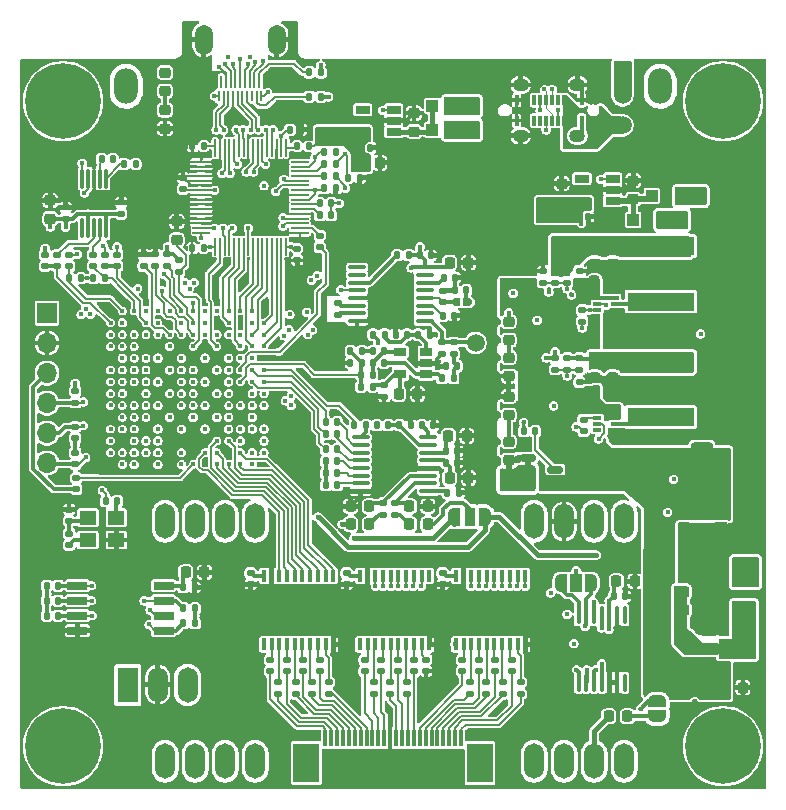
<source format=gbr>
%TF.GenerationSoftware,KiCad,Pcbnew,9.0.6*%
%TF.CreationDate,2025-12-06T17:10:20+01:00*%
%TF.ProjectId,hd_64_v0,68645f36-345f-4763-902e-6b696361645f,0.3*%
%TF.SameCoordinates,PX4737720PY55fe290*%
%TF.FileFunction,Copper,L1,Top*%
%TF.FilePolarity,Positive*%
%FSLAX46Y46*%
G04 Gerber Fmt 4.6, Leading zero omitted, Abs format (unit mm)*
G04 Created by KiCad (PCBNEW 9.0.6) date 2025-12-06 17:10:20*
%MOMM*%
%LPD*%
G01*
G04 APERTURE LIST*
G04 Aperture macros list*
%AMRoundRect*
0 Rectangle with rounded corners*
0 $1 Rounding radius*
0 $2 $3 $4 $5 $6 $7 $8 $9 X,Y pos of 4 corners*
0 Add a 4 corners polygon primitive as box body*
4,1,4,$2,$3,$4,$5,$6,$7,$8,$9,$2,$3,0*
0 Add four circle primitives for the rounded corners*
1,1,$1+$1,$2,$3*
1,1,$1+$1,$4,$5*
1,1,$1+$1,$6,$7*
1,1,$1+$1,$8,$9*
0 Add four rect primitives between the rounded corners*
20,1,$1+$1,$2,$3,$4,$5,0*
20,1,$1+$1,$4,$5,$6,$7,0*
20,1,$1+$1,$6,$7,$8,$9,0*
20,1,$1+$1,$8,$9,$2,$3,0*%
%AMOutline5P*
0 Free polygon, 5 corners , with rotation*
0 The origin of the aperture is its center*
0 number of corners: always 5*
0 $1 to $10 corner X, Y*
0 $11 Rotation angle, in degrees counterclockwise*
0 create outline with 5 corners*
4,1,5,$1,$2,$3,$4,$5,$6,$7,$8,$9,$10,$1,$2,$11*%
%AMOutline6P*
0 Free polygon, 6 corners , with rotation*
0 The origin of the aperture is its center*
0 number of corners: always 6*
0 $1 to $12 corner X, Y*
0 $13 Rotation angle, in degrees counterclockwise*
0 create outline with 6 corners*
4,1,6,$1,$2,$3,$4,$5,$6,$7,$8,$9,$10,$11,$12,$1,$2,$13*%
%AMOutline7P*
0 Free polygon, 7 corners , with rotation*
0 The origin of the aperture is its center*
0 number of corners: always 7*
0 $1 to $14 corner X, Y*
0 $15 Rotation angle, in degrees counterclockwise*
0 create outline with 7 corners*
4,1,7,$1,$2,$3,$4,$5,$6,$7,$8,$9,$10,$11,$12,$13,$14,$1,$2,$15*%
%AMOutline8P*
0 Free polygon, 8 corners , with rotation*
0 The origin of the aperture is its center*
0 number of corners: always 8*
0 $1 to $16 corner X, Y*
0 $17 Rotation angle, in degrees counterclockwise*
0 create outline with 8 corners*
4,1,8,$1,$2,$3,$4,$5,$6,$7,$8,$9,$10,$11,$12,$13,$14,$15,$16,$1,$2,$17*%
%AMFreePoly0*
4,1,9,3.862500,-0.866500,0.737500,-0.866500,0.737500,-0.450000,-0.737500,-0.450000,-0.737500,0.450000,0.737500,0.450000,0.737500,0.866500,3.862500,0.866500,3.862500,-0.866500,3.862500,-0.866500,$1*%
%AMFreePoly1*
4,1,23,0.550000,-0.750000,0.000000,-0.750000,0.000000,-0.745722,-0.065263,-0.745722,-0.191342,-0.711940,-0.304381,-0.646677,-0.396677,-0.554381,-0.461940,-0.441342,-0.495722,-0.315263,-0.495722,-0.250000,-0.500000,-0.250000,-0.500000,0.250000,-0.495722,0.250000,-0.495722,0.315263,-0.461940,0.441342,-0.396677,0.554381,-0.304381,0.646677,-0.191342,0.711940,-0.065263,0.745722,0.000000,0.745722,
0.000000,0.750000,0.550000,0.750000,0.550000,-0.750000,0.550000,-0.750000,$1*%
%AMFreePoly2*
4,1,23,0.000000,0.745722,0.065263,0.745722,0.191342,0.711940,0.304381,0.646677,0.396677,0.554381,0.461940,0.441342,0.495722,0.315263,0.495722,0.250000,0.500000,0.250000,0.500000,-0.250000,0.495722,-0.250000,0.495722,-0.315263,0.461940,-0.441342,0.396677,-0.554381,0.304381,-0.646677,0.191342,-0.711940,0.065263,-0.745722,0.000000,-0.745722,0.000000,-0.750000,-0.550000,-0.750000,
-0.550000,0.750000,0.000000,0.750000,0.000000,0.745722,0.000000,0.745722,$1*%
%AMFreePoly3*
4,1,23,0.500000,-0.750000,0.000000,-0.750000,0.000000,-0.745722,-0.065263,-0.745722,-0.191342,-0.711940,-0.304381,-0.646677,-0.396677,-0.554381,-0.461940,-0.441342,-0.495722,-0.315263,-0.495722,-0.250000,-0.500000,-0.250000,-0.500000,0.250000,-0.495722,0.250000,-0.495722,0.315263,-0.461940,0.441342,-0.396677,0.554381,-0.304381,0.646677,-0.191342,0.711940,-0.065263,0.745722,0.000000,0.745722,
0.000000,0.750000,0.500000,0.750000,0.500000,-0.750000,0.500000,-0.750000,$1*%
%AMFreePoly4*
4,1,23,0.000000,0.745722,0.065263,0.745722,0.191342,0.711940,0.304381,0.646677,0.396677,0.554381,0.461940,0.441342,0.495722,0.315263,0.495722,0.250000,0.500000,0.250000,0.500000,-0.250000,0.495722,-0.250000,0.495722,-0.315263,0.461940,-0.441342,0.396677,-0.554381,0.304381,-0.646677,0.191342,-0.711940,0.065263,-0.745722,0.000000,-0.745722,0.000000,-0.750000,-0.500000,-0.750000,
-0.500000,0.750000,0.000000,0.750000,0.000000,0.745722,0.000000,0.745722,$1*%
G04 Aperture macros list end*
%TA.AperFunction,SMDPad,CuDef*%
%ADD10RoundRect,0.218750X0.256250X-0.218750X0.256250X0.218750X-0.256250X0.218750X-0.256250X-0.218750X0*%
%TD*%
%TA.AperFunction,SMDPad,CuDef*%
%ADD11RoundRect,0.147500X0.172500X-0.147500X0.172500X0.147500X-0.172500X0.147500X-0.172500X-0.147500X0*%
%TD*%
%TA.AperFunction,SMDPad,CuDef*%
%ADD12RoundRect,0.147500X-0.172500X0.147500X-0.172500X-0.147500X0.172500X-0.147500X0.172500X0.147500X0*%
%TD*%
%TA.AperFunction,ComponentPad*%
%ADD13O,2.000000X3.000000*%
%TD*%
%TA.AperFunction,ComponentPad*%
%ADD14C,6.400000*%
%TD*%
%TA.AperFunction,SMDPad,CuDef*%
%ADD15RoundRect,0.150000X0.512500X0.150000X-0.512500X0.150000X-0.512500X-0.150000X0.512500X-0.150000X0*%
%TD*%
%TA.AperFunction,SMDPad,CuDef*%
%ADD16RoundRect,0.147500X-0.147500X-0.172500X0.147500X-0.172500X0.147500X0.172500X-0.147500X0.172500X0*%
%TD*%
%TA.AperFunction,SMDPad,CuDef*%
%ADD17RoundRect,0.218750X0.218750X0.256250X-0.218750X0.256250X-0.218750X-0.256250X0.218750X-0.256250X0*%
%TD*%
%TA.AperFunction,SMDPad,CuDef*%
%ADD18C,1.500000*%
%TD*%
%TA.AperFunction,SMDPad,CuDef*%
%ADD19R,0.400000X1.000000*%
%TD*%
%TA.AperFunction,SMDPad,CuDef*%
%ADD20RoundRect,0.100000X0.637500X0.100000X-0.637500X0.100000X-0.637500X-0.100000X0.637500X-0.100000X0*%
%TD*%
%TA.AperFunction,SMDPad,CuDef*%
%ADD21RoundRect,0.147500X0.147500X0.172500X-0.147500X0.172500X-0.147500X-0.172500X0.147500X-0.172500X0*%
%TD*%
%TA.AperFunction,SMDPad,CuDef*%
%ADD22R,1.300000X0.900000*%
%TD*%
%TA.AperFunction,SMDPad,CuDef*%
%ADD23FreePoly0,0.000000*%
%TD*%
%TA.AperFunction,SMDPad,CuDef*%
%ADD24RoundRect,0.218750X-0.218750X-0.256250X0.218750X-0.256250X0.218750X0.256250X-0.218750X0.256250X0*%
%TD*%
%TA.AperFunction,SMDPad,CuDef*%
%ADD25R,2.200000X3.300000*%
%TD*%
%TA.AperFunction,SMDPad,CuDef*%
%ADD26R,0.300000X1.400000*%
%TD*%
%TA.AperFunction,SMDPad,CuDef*%
%ADD27RoundRect,0.100000X-0.637500X-0.100000X0.637500X-0.100000X0.637500X0.100000X-0.637500X0.100000X0*%
%TD*%
%TA.AperFunction,SMDPad,CuDef*%
%ADD28R,1.000000X1.000000*%
%TD*%
%TA.AperFunction,SMDPad,CuDef*%
%ADD29R,5.700000X1.600000*%
%TD*%
%TA.AperFunction,SMDPad,CuDef*%
%ADD30RoundRect,0.250000X-0.700000X1.825000X-0.700000X-1.825000X0.700000X-1.825000X0.700000X1.825000X0*%
%TD*%
%TA.AperFunction,SMDPad,CuDef*%
%ADD31R,1.060000X0.650000*%
%TD*%
%TA.AperFunction,ComponentPad*%
%ADD32O,1.346200X1.092200*%
%TD*%
%TA.AperFunction,SMDPad,CuDef*%
%ADD33R,0.304800X0.863600*%
%TD*%
%TA.AperFunction,SMDPad,CuDef*%
%ADD34RoundRect,0.218750X-0.256250X0.218750X-0.256250X-0.218750X0.256250X-0.218750X0.256250X0.218750X0*%
%TD*%
%TA.AperFunction,ComponentPad*%
%ADD35O,1.700000X3.000000*%
%TD*%
%TA.AperFunction,SMDPad,CuDef*%
%ADD36R,0.700000X0.340000*%
%TD*%
%TA.AperFunction,SMDPad,CuDef*%
%ADD37R,1.400000X1.200000*%
%TD*%
%TA.AperFunction,SMDPad,CuDef*%
%ADD38FreePoly1,0.000000*%
%TD*%
%TA.AperFunction,SMDPad,CuDef*%
%ADD39R,0.900000X1.500000*%
%TD*%
%TA.AperFunction,SMDPad,CuDef*%
%ADD40FreePoly2,0.000000*%
%TD*%
%TA.AperFunction,SMDPad,CuDef*%
%ADD41RoundRect,0.062500X0.687500X0.062500X-0.687500X0.062500X-0.687500X-0.062500X0.687500X-0.062500X0*%
%TD*%
%TA.AperFunction,SMDPad,CuDef*%
%ADD42RoundRect,0.062500X0.062500X0.687500X-0.062500X0.687500X-0.062500X-0.687500X0.062500X-0.687500X0*%
%TD*%
%TA.AperFunction,SMDPad,CuDef*%
%ADD43R,1.220000X0.650000*%
%TD*%
%TA.AperFunction,SMDPad,CuDef*%
%ADD44R,1.700000X0.650000*%
%TD*%
%TA.AperFunction,SMDPad,CuDef*%
%ADD45C,0.450000*%
%TD*%
%TA.AperFunction,SMDPad,CuDef*%
%ADD46R,0.230000X0.850000*%
%TD*%
%TA.AperFunction,SMDPad,CuDef*%
%ADD47R,0.230000X1.000000*%
%TD*%
%TA.AperFunction,SMDPad,CuDef*%
%ADD48R,2.400000X1.380000*%
%TD*%
%TA.AperFunction,ComponentPad*%
%ADD49O,1.500000X2.550000*%
%TD*%
%TA.AperFunction,SMDPad,CuDef*%
%ADD50RoundRect,0.100000X0.100000X-0.637500X0.100000X0.637500X-0.100000X0.637500X-0.100000X-0.637500X0*%
%TD*%
%TA.AperFunction,ComponentPad*%
%ADD51R,1.700000X1.700000*%
%TD*%
%TA.AperFunction,ComponentPad*%
%ADD52O,1.700000X1.700000*%
%TD*%
%TA.AperFunction,SMDPad,CuDef*%
%ADD53RoundRect,0.087500X-0.087500X0.725000X-0.087500X-0.725000X0.087500X-0.725000X0.087500X0.725000X0*%
%TD*%
%TA.AperFunction,SMDPad,CuDef*%
%ADD54R,1.000000X1.500000*%
%TD*%
%TA.AperFunction,ComponentPad*%
%ADD55R,1.700000X3.000000*%
%TD*%
%TA.AperFunction,SMDPad,CuDef*%
%ADD56Outline6P,-0.381000X0.120000X-0.201000X0.300000X0.381000X0.300000X0.381000X-0.300000X-0.201000X-0.300000X-0.381000X-0.120000X180.000000*%
%TD*%
%TA.AperFunction,SMDPad,CuDef*%
%ADD57Outline6P,-0.381000X0.300000X0.201000X0.300000X0.381000X0.120000X0.381000X-0.120000X0.201000X-0.300000X-0.381000X-0.300000X180.000000*%
%TD*%
%TA.AperFunction,SMDPad,CuDef*%
%ADD58FreePoly3,270.000000*%
%TD*%
%TA.AperFunction,SMDPad,CuDef*%
%ADD59FreePoly4,270.000000*%
%TD*%
%TA.AperFunction,ViaPad*%
%ADD60C,0.400000*%
%TD*%
%TA.AperFunction,ViaPad*%
%ADD61C,0.450000*%
%TD*%
%TA.AperFunction,Conductor*%
%ADD62C,0.300000*%
%TD*%
%TA.AperFunction,Conductor*%
%ADD63C,0.200000*%
%TD*%
%TA.AperFunction,Conductor*%
%ADD64C,0.400000*%
%TD*%
%TA.AperFunction,Conductor*%
%ADD65C,0.500000*%
%TD*%
%TA.AperFunction,Conductor*%
%ADD66C,0.150000*%
%TD*%
%TA.AperFunction,Conductor*%
%ADD67C,0.120000*%
%TD*%
%TA.AperFunction,Conductor*%
%ADD68C,0.110000*%
%TD*%
G04 APERTURE END LIST*
D10*
X2724000Y48470000D03*
X2724000Y50045002D03*
D11*
X36888500Y37036000D03*
X36888500Y38006000D03*
D12*
X33528000Y11130000D03*
X33528000Y10160000D03*
D11*
X4826000Y27709000D03*
X4826000Y28679000D03*
D12*
X38989000Y11130000D03*
X38989000Y10160000D03*
D13*
X54356000Y59690000D03*
D12*
X30099000Y9225000D03*
X30099000Y8255000D03*
D14*
X59690000Y3810000D03*
D15*
X45460500Y27244000D03*
X45460500Y29144000D03*
X43185500Y28194000D03*
D16*
X2436000Y17399000D03*
X3406000Y17399000D03*
D17*
X29743500Y24130000D03*
X28168500Y24130000D03*
D10*
X52093000Y50139500D03*
X52093000Y51714500D03*
D18*
X51181000Y58928000D03*
D19*
X28952000Y12444000D03*
X29602000Y12444000D03*
X30252000Y12444000D03*
X30902000Y12444000D03*
X31552000Y12444000D03*
X32202000Y12444000D03*
X32852000Y12444000D03*
X33502000Y12444000D03*
X34152000Y12444000D03*
X34802000Y12444000D03*
X34802000Y18244000D03*
X34152000Y18244000D03*
X33502000Y18244000D03*
X32852000Y18244000D03*
X32202000Y18244000D03*
X31552000Y18244000D03*
X30902000Y18244000D03*
X30252000Y18244000D03*
X29602000Y18244000D03*
X28952000Y18244000D03*
D20*
X34739500Y25411000D03*
X34739500Y26061000D03*
X34739500Y26711000D03*
X34739500Y27361000D03*
X34739500Y28011000D03*
X34739500Y28661000D03*
X34739500Y29311000D03*
X34739500Y29961000D03*
X29014500Y29961000D03*
X29014500Y29311000D03*
X29014500Y28661000D03*
X29014500Y28011000D03*
X29014500Y27361000D03*
X29014500Y26711000D03*
X29014500Y26061000D03*
X29014500Y25411000D03*
D12*
X30929500Y24402000D03*
X30929500Y23432000D03*
D21*
X24615000Y54610000D03*
X23645000Y54610000D03*
D22*
X58476500Y13589000D03*
D23*
X58564000Y12089000D03*
D22*
X58476500Y10589000D03*
D12*
X25527000Y11130000D03*
X25527000Y10160000D03*
D21*
X51412000Y16510000D03*
X50442000Y16510000D03*
D12*
X8724000Y49855000D03*
X8724000Y48885000D03*
D21*
X37188000Y27813000D03*
X36218000Y27813000D03*
D24*
X56362500Y16891000D03*
X57937500Y16891000D03*
D12*
X42545000Y9225000D03*
X42545000Y8255000D03*
D24*
X33121500Y22606000D03*
X34696500Y22606000D03*
D16*
X28139000Y36270000D03*
X29109000Y36270000D03*
D25*
X24400000Y2407500D03*
X39100000Y2407500D03*
D26*
X26000000Y4477500D03*
X26500000Y4477500D03*
X27000000Y4477500D03*
X27500000Y4477500D03*
X28000000Y4477500D03*
X28500000Y4477500D03*
X29000000Y4477500D03*
X29500000Y4477500D03*
X30000000Y4477500D03*
X30500000Y4477500D03*
X31000000Y4477500D03*
X31500000Y4477500D03*
X32000000Y4477500D03*
X32500000Y4477500D03*
X33000000Y4477500D03*
X33500000Y4477500D03*
X34000000Y4477500D03*
X34500000Y4477500D03*
X35000000Y4477500D03*
X35500000Y4477500D03*
X36000000Y4477500D03*
X36500000Y4477500D03*
X37000000Y4477500D03*
X37500000Y4477500D03*
D12*
X30734000Y11130000D03*
X30734000Y10160000D03*
D21*
X27028000Y28956000D03*
X26058000Y28956000D03*
D27*
X28692000Y44368000D03*
X28692000Y43718000D03*
X28692000Y43068000D03*
X28692000Y42418000D03*
X28692000Y41768000D03*
X28692000Y41118000D03*
X28692000Y40468000D03*
X28692000Y39818000D03*
X34417000Y39818000D03*
X34417000Y40468000D03*
X34417000Y41118000D03*
X34417000Y41768000D03*
X34417000Y42418000D03*
X34417000Y43068000D03*
X34417000Y43718000D03*
X34417000Y44368000D03*
D12*
X7386000Y45429000D03*
X7386000Y44459000D03*
D28*
X61595000Y18014000D03*
X61595000Y15514000D03*
D29*
X54399000Y41465000D03*
X54399000Y46165000D03*
D21*
X26520000Y48768000D03*
X25550000Y48768000D03*
X34833500Y38664000D03*
X33863500Y38664000D03*
D24*
X28168500Y22606000D03*
X29743500Y22606000D03*
D16*
X29039000Y34270000D03*
X30009000Y34270000D03*
D21*
X29822000Y54483000D03*
X28852000Y54483000D03*
D12*
X29337000Y11130000D03*
X29337000Y10160000D03*
D30*
X57872500Y27478000D03*
X57872500Y20528000D03*
D10*
X41529000Y35153500D03*
X41529000Y36728500D03*
D16*
X23010000Y56007000D03*
X23980000Y56007000D03*
D24*
X36423500Y30099000D03*
X37998500Y30099000D03*
D28*
X53657000Y50419000D03*
X56157000Y50419000D03*
D21*
X36934000Y40259000D03*
X35964000Y40259000D03*
D31*
X34559500Y35301000D03*
X34559500Y36251000D03*
X34559500Y37201000D03*
X32359500Y37201000D03*
X32359500Y35301000D03*
D17*
X38125500Y44760000D03*
X36550500Y44760000D03*
D12*
X23624000Y45955000D03*
X23624000Y44985000D03*
D16*
X26058000Y26924000D03*
X27028000Y26924000D03*
D11*
X19685000Y17526000D03*
X19685000Y18496000D03*
D32*
X47358000Y55507999D03*
X42558000Y55507999D03*
X47358000Y59808001D03*
X42558000Y59808001D03*
D33*
X47708000Y56793000D03*
X46208000Y56793000D03*
X45708001Y56793000D03*
X45208000Y56793000D03*
X44708000Y56793000D03*
X44207999Y56793000D03*
X43708000Y56793000D03*
X42208000Y56793000D03*
X42208000Y58523000D03*
X43708000Y58523000D03*
X44207999Y58523000D03*
X44708000Y58523000D03*
X45208000Y58523000D03*
X45708001Y58523000D03*
X46208000Y58523000D03*
X47708000Y58523000D03*
D21*
X5311000Y43434000D03*
X4341000Y43434000D03*
D11*
X47541000Y43076000D03*
X47541000Y44046000D03*
D21*
X15725000Y54610000D03*
X14755000Y54610000D03*
D24*
X33121500Y24130000D03*
X34696500Y24130000D03*
X50647500Y17780000D03*
X52222500Y17780000D03*
D21*
X48280000Y48641000D03*
X47310000Y48641000D03*
X33251000Y30988000D03*
X32281000Y30988000D03*
D16*
X28139000Y37270000D03*
X29109000Y37270000D03*
D18*
X38735000Y37973000D03*
D12*
X4318000Y21821000D03*
X4318000Y20851000D03*
X26289000Y9225000D03*
X26289000Y8255000D03*
D24*
X48785500Y43180000D03*
X50360500Y43180000D03*
D21*
X36992500Y43490000D03*
X36022500Y43490000D03*
X26520000Y49784000D03*
X25550000Y49784000D03*
D12*
X4924000Y26555000D03*
X4924000Y25585000D03*
D34*
X50335000Y46253500D03*
X50335000Y44678500D03*
D21*
X27028000Y31242000D03*
X26058000Y31242000D03*
D24*
X56362500Y15367000D03*
X57937500Y15367000D03*
D12*
X2286000Y45443000D03*
X2286000Y44473000D03*
D21*
X8029000Y53520000D03*
X7059000Y53520000D03*
D12*
X21971000Y9225000D03*
X21971000Y8255000D03*
D10*
X41529000Y38201500D03*
X41529000Y39776500D03*
D21*
X26901000Y52070000D03*
X25931000Y52070000D03*
D12*
X24892000Y9225000D03*
X24892000Y8255000D03*
D21*
X57127000Y14097000D03*
X56157000Y14097000D03*
D24*
X29057500Y53213000D03*
X30632500Y53213000D03*
D21*
X35156000Y30988000D03*
X34186000Y30988000D03*
D12*
X13624000Y44955000D03*
X13624000Y43985000D03*
X30988000Y34394000D03*
X30988000Y33424000D03*
D17*
X51587500Y6350000D03*
X50012500Y6350000D03*
D21*
X31346000Y30988000D03*
X30376000Y30988000D03*
D12*
X6350000Y45443000D03*
X6350000Y44473000D03*
D21*
X32928500Y38664000D03*
X31958500Y38664000D03*
D35*
X20066000Y2540000D03*
X17526000Y2540000D03*
X14986000Y2540000D03*
X12446000Y2540000D03*
D36*
X50534000Y40775000D03*
X50534000Y41275000D03*
X50534000Y41775000D03*
X49034000Y41775000D03*
X49034000Y41275000D03*
X49034000Y40775000D03*
D10*
X12446000Y56108500D03*
X12446000Y57683500D03*
D11*
X27813000Y17526000D03*
X27813000Y18496000D03*
D21*
X28933000Y51943000D03*
X27963000Y51943000D03*
D12*
X41783000Y11130000D03*
X41783000Y10160000D03*
D37*
X5912000Y21275000D03*
X8312000Y21275000D03*
X8312000Y23175000D03*
X5912000Y23175000D03*
D12*
X27109500Y41308000D03*
X27109500Y40338000D03*
D16*
X33990500Y45395000D03*
X34960500Y45395000D03*
D21*
X15709000Y45970000D03*
X14739000Y45970000D03*
X26901000Y54102000D03*
X25931000Y54102000D03*
D10*
X33528000Y55854500D03*
X33528000Y57429500D03*
D12*
X32893000Y9225000D03*
X32893000Y8255000D03*
D21*
X37315000Y25273000D03*
X36345000Y25273000D03*
D17*
X33807500Y33655000D03*
X32232500Y33655000D03*
D16*
X2436000Y16129000D03*
X3406000Y16129000D03*
X36980000Y42418000D03*
X37950000Y42418000D03*
D12*
X11624000Y45455000D03*
X11624000Y44485000D03*
D38*
X36927000Y23241000D03*
D39*
X38227000Y23241000D03*
D40*
X39527000Y23241000D03*
D12*
X10624000Y45455000D03*
X10624000Y44485000D03*
D34*
X41529000Y33426500D03*
X41529000Y31851500D03*
D12*
X45466000Y36680000D03*
X45466000Y35710000D03*
X41021000Y9225000D03*
X41021000Y8255000D03*
D41*
X23860000Y47292000D03*
X23860000Y47692000D03*
X23860000Y48092000D03*
X23860000Y48492000D03*
X23860000Y48892000D03*
X23860000Y49292000D03*
X23860000Y49692000D03*
X23860000Y50092000D03*
X23860000Y50492000D03*
X23860000Y50892000D03*
X23860000Y51292000D03*
X23860000Y51692000D03*
X23860000Y52092000D03*
X23860000Y52492000D03*
X23860000Y52892000D03*
X23860000Y53292000D03*
D42*
X22685000Y54467000D03*
X22285000Y54467000D03*
X21885000Y54467000D03*
X21485000Y54467000D03*
X21085000Y54467000D03*
X20685000Y54467000D03*
X20285000Y54467000D03*
X19885000Y54467000D03*
X19485000Y54467000D03*
X19085000Y54467000D03*
X18685000Y54467000D03*
X18285000Y54467000D03*
X17885000Y54467000D03*
X17485000Y54467000D03*
X17085000Y54467000D03*
X16685000Y54467000D03*
D41*
X15510000Y53292000D03*
X15510000Y52892000D03*
X15510000Y52492000D03*
X15510000Y52092000D03*
X15510000Y51692000D03*
X15510000Y51292000D03*
X15510000Y50892000D03*
X15510000Y50492000D03*
X15510000Y50092000D03*
X15510000Y49692000D03*
X15510000Y49292000D03*
X15510000Y48892000D03*
X15510000Y48492000D03*
X15510000Y48092000D03*
X15510000Y47692000D03*
X15510000Y47292000D03*
D42*
X16685000Y46117000D03*
X17085000Y46117000D03*
X17485000Y46117000D03*
X17885000Y46117000D03*
X18285000Y46117000D03*
X18685000Y46117000D03*
X19085000Y46117000D03*
X19485000Y46117000D03*
X19885000Y46117000D03*
X20285000Y46117000D03*
X20685000Y46117000D03*
X21085000Y46117000D03*
X21485000Y46117000D03*
X21885000Y46117000D03*
X22285000Y46117000D03*
X22685000Y46117000D03*
D12*
X3324000Y45429000D03*
X3324000Y44459000D03*
D24*
X36550500Y26543000D03*
X38125500Y26543000D03*
D12*
X47879000Y31473000D03*
X47879000Y30503000D03*
X37592000Y11130000D03*
X37592000Y10160000D03*
D10*
X46017000Y49885500D03*
X46017000Y51460500D03*
D11*
X34544000Y10183000D03*
X34544000Y11153000D03*
D12*
X31945500Y24402000D03*
X31945500Y23432000D03*
D43*
X31790000Y55819000D03*
X31790000Y56769000D03*
X31790000Y57719000D03*
X29170000Y57719000D03*
X29170000Y55819000D03*
D12*
X35872500Y38006000D03*
X35872500Y37036000D03*
X31496000Y9225000D03*
X31496000Y8255000D03*
D14*
X59690000Y58420000D03*
D34*
X50335000Y36601500D03*
X50335000Y35026500D03*
D21*
X29441000Y30988000D03*
X28471000Y30988000D03*
D16*
X24661000Y60870000D03*
X25631000Y60870000D03*
D21*
X27028000Y30226000D03*
X26058000Y30226000D03*
D28*
X35072000Y58039000D03*
X37572000Y58039000D03*
D11*
X13970000Y50973000D03*
X13970000Y51943000D03*
D12*
X38227000Y9225000D03*
X38227000Y8255000D03*
X32131000Y11130000D03*
X32131000Y10160000D03*
D44*
X5024000Y17410000D03*
X5024000Y16140000D03*
X5024000Y14870000D03*
X5024000Y13600000D03*
X12324000Y13600000D03*
X12324000Y14870000D03*
X12324000Y16140000D03*
X12324000Y17410000D03*
D16*
X25931000Y51054000D03*
X26901000Y51054000D03*
D35*
X51308000Y22860000D03*
X48768000Y22860000D03*
X46228000Y22860000D03*
X43688000Y22860000D03*
D12*
X40386000Y11130000D03*
X40386000Y10160000D03*
X22733000Y11130000D03*
X22733000Y10160000D03*
D13*
X9144000Y59690000D03*
D11*
X47541000Y33678000D03*
X47541000Y34648000D03*
D21*
X37188000Y28829000D03*
X36218000Y28829000D03*
D10*
X12446000Y59283500D03*
X12446000Y60858500D03*
D12*
X44450000Y44046000D03*
X44450000Y43076000D03*
D45*
X20824000Y27670000D03*
X19824000Y27670000D03*
X18824000Y27670000D03*
X17824000Y27670000D03*
X16824000Y27670000D03*
X15824000Y27670000D03*
X14824000Y27670000D03*
X13824000Y27670000D03*
X12824000Y27670000D03*
X11824000Y27670000D03*
X10824000Y27670000D03*
X9824000Y27670000D03*
X8824000Y27670000D03*
X7824000Y27670000D03*
X20824000Y28670000D03*
X19824000Y28670000D03*
X18824000Y28670000D03*
X17824000Y28670000D03*
X16824000Y28670000D03*
X15824000Y28670000D03*
X14824000Y28670000D03*
X13824000Y28670000D03*
X12824000Y28670000D03*
X11824000Y28670000D03*
X10824000Y28670000D03*
X9824000Y28670000D03*
X8824000Y28670000D03*
X7824000Y28670000D03*
X20824000Y29670000D03*
X19824000Y29670000D03*
X18824000Y29670000D03*
X17824000Y29670000D03*
X16824000Y29670000D03*
X15824000Y29670000D03*
X14824000Y29670000D03*
X13824000Y29670000D03*
X12824000Y29670000D03*
X11824000Y29670000D03*
X10824000Y29670000D03*
X9824000Y29670000D03*
X8824000Y29670000D03*
X7824000Y29670000D03*
X20824000Y30670000D03*
X19824000Y30670000D03*
X18824000Y30670000D03*
X17824000Y30670000D03*
X16824000Y30670000D03*
X15824000Y30670000D03*
X14824000Y30670000D03*
X13824000Y30670000D03*
X12824000Y30670000D03*
X11824000Y30670000D03*
X10824000Y30670000D03*
X9824000Y30670000D03*
X8824000Y30670000D03*
X7824000Y30670000D03*
X20824000Y31670000D03*
X19824000Y31670000D03*
X18824000Y31670000D03*
X17824000Y31670000D03*
X16824000Y31670000D03*
X15824000Y31670000D03*
X14824000Y31670000D03*
X13824000Y31670000D03*
X12824000Y31670000D03*
X11824000Y31670000D03*
X10824000Y31670000D03*
X9824000Y31670000D03*
X8824000Y31670000D03*
X7824000Y31670000D03*
X20824000Y32670000D03*
X19824000Y32670000D03*
X18824000Y32670000D03*
X17824000Y32670000D03*
X16824000Y32670000D03*
X15824000Y32670000D03*
X14824000Y32670000D03*
X13824000Y32670000D03*
X12824000Y32670000D03*
X11824000Y32670000D03*
X10824000Y32670000D03*
X9824000Y32670000D03*
X8824000Y32670000D03*
X7824000Y32670000D03*
X20824000Y33670000D03*
X19824000Y33670000D03*
X18824000Y33670000D03*
X17824000Y33670000D03*
X16824000Y33670000D03*
X15824000Y33670000D03*
X14824000Y33670000D03*
X13824000Y33670000D03*
X12824000Y33670000D03*
X11824000Y33670000D03*
X10824000Y33670000D03*
X9824000Y33670000D03*
X8824000Y33670000D03*
X7824000Y33670000D03*
X20824000Y34670000D03*
X19824000Y34670000D03*
X18824000Y34670000D03*
X17824000Y34670000D03*
X16824000Y34670000D03*
X15824000Y34670000D03*
X14824000Y34670000D03*
X13824000Y34670000D03*
X12824000Y34670000D03*
X11824000Y34670000D03*
X10824000Y34670000D03*
X9824000Y34670000D03*
X8824000Y34670000D03*
X7824000Y34670000D03*
X20824000Y35670000D03*
X19824000Y35670000D03*
X18824000Y35670000D03*
X17824000Y35670000D03*
X16824000Y35670000D03*
X15824000Y35670000D03*
X14824000Y35670000D03*
X13824000Y35670000D03*
X12824000Y35670000D03*
X11824000Y35670000D03*
X10824000Y35670000D03*
X9824000Y35670000D03*
X8824000Y35670000D03*
X7824000Y35670000D03*
X20824000Y36670000D03*
X19824000Y36670000D03*
X18824000Y36670000D03*
X17824000Y36670000D03*
X16824000Y36670000D03*
X15824000Y36670000D03*
X14824000Y36670000D03*
X13824000Y36670000D03*
X12824000Y36670000D03*
X11824000Y36670000D03*
X10824000Y36670000D03*
X9824000Y36670000D03*
X8824000Y36670000D03*
X7824000Y36670000D03*
X20824000Y37670000D03*
X19824000Y37670000D03*
X18824000Y37670000D03*
X17824000Y37670000D03*
X16824000Y37670000D03*
X15824000Y37670000D03*
X14824000Y37670000D03*
X13824000Y37670000D03*
X12824000Y37670000D03*
X11824000Y37670000D03*
X10824000Y37670000D03*
X9824000Y37670000D03*
X8824000Y37670000D03*
X7824000Y37670000D03*
X20824000Y38670000D03*
X19824000Y38670000D03*
X18824000Y38670000D03*
X17824000Y38670000D03*
X16824000Y38670000D03*
X15824000Y38670000D03*
X14824000Y38670000D03*
X13824000Y38670000D03*
X12824000Y38670000D03*
X11824000Y38670000D03*
X10824000Y38670000D03*
X9824000Y38670000D03*
X8824000Y38670000D03*
X7824000Y38670000D03*
X20824000Y39670000D03*
X19824000Y39670000D03*
X18824000Y39670000D03*
X17824000Y39670000D03*
X16824000Y39670000D03*
X15824000Y39670000D03*
X14824000Y39670000D03*
X13824000Y39670000D03*
X12824000Y39670000D03*
X11824000Y39670000D03*
X10824000Y39670000D03*
X9824000Y39670000D03*
X8824000Y39670000D03*
X7824000Y39670000D03*
X20824000Y40670000D03*
X19824000Y40670000D03*
X18824000Y40670000D03*
X17824000Y40670000D03*
X16824000Y40670000D03*
X15824000Y40670000D03*
X14824000Y40670000D03*
X13824000Y40670000D03*
X12824000Y40670000D03*
X11824000Y40670000D03*
X10824000Y40670000D03*
X9824000Y40670000D03*
X8824000Y40670000D03*
X7824000Y40670000D03*
D21*
X43792000Y30480000D03*
X42822000Y30480000D03*
D11*
X35941000Y17526000D03*
X35941000Y18496000D03*
D46*
X16996000Y58852000D03*
D47*
X17196000Y60077000D03*
D46*
X17396000Y58852000D03*
D47*
X17596000Y60077000D03*
D46*
X17796000Y58852000D03*
D47*
X17996000Y60077000D03*
D46*
X18196000Y58852000D03*
D47*
X18396000Y60077000D03*
D46*
X18596000Y58852000D03*
D47*
X18796000Y60077000D03*
D46*
X18996000Y58852000D03*
D47*
X19196000Y60077000D03*
D46*
X19396000Y58852000D03*
D47*
X19596000Y60077000D03*
D46*
X19796000Y58852000D03*
D47*
X19996000Y60077000D03*
D46*
X20196000Y58852000D03*
D47*
X20396000Y60077000D03*
D46*
X20596000Y58852000D03*
D48*
X22246000Y60267000D03*
D49*
X21896000Y63627000D03*
X15696000Y63627000D03*
D48*
X15346000Y60267000D03*
D16*
X24661000Y58801000D03*
X25631000Y58801000D03*
D35*
X51308000Y2540000D03*
X48768000Y2540000D03*
X46228000Y2540000D03*
X43688000Y2540000D03*
D21*
X31023500Y38664000D03*
X30053500Y38664000D03*
D16*
X7439000Y24570000D03*
X8409000Y24570000D03*
D36*
X50534000Y30615000D03*
X50534000Y31115000D03*
X50534000Y31615000D03*
X49034000Y31615000D03*
X49034000Y31115000D03*
X49034000Y30615000D03*
D11*
X46482000Y35710000D03*
X46482000Y36680000D03*
D34*
X48811000Y46253500D03*
X48811000Y44678500D03*
D11*
X4826000Y32916000D03*
X4826000Y33886000D03*
D21*
X14963000Y17272000D03*
X13993000Y17272000D03*
D24*
X48785500Y33528000D03*
X50360500Y33528000D03*
D12*
X12624000Y45455000D03*
X12624000Y44485000D03*
D16*
X35895500Y34981000D03*
X36865500Y34981000D03*
D14*
X3810000Y3810000D03*
D21*
X37188000Y35997000D03*
X36218000Y35997000D03*
D12*
X4824000Y30855000D03*
X4824000Y29885000D03*
D50*
X47453000Y9202500D03*
X48103000Y9202500D03*
X48753000Y9202500D03*
X49403000Y9202500D03*
X50053000Y9202500D03*
X50703000Y9202500D03*
X51353000Y9202500D03*
X51353000Y14927500D03*
X50703000Y14927500D03*
X50053000Y14927500D03*
X49403000Y14927500D03*
X48753000Y14927500D03*
X48103000Y14927500D03*
X47453000Y14927500D03*
D51*
X2438000Y40488000D03*
D52*
X2438000Y37948000D03*
X2438000Y35408000D03*
X2438000Y32868000D03*
X2438000Y30328000D03*
X2438000Y27788000D03*
D34*
X41529000Y29616500D03*
X41529000Y28041500D03*
D16*
X32085500Y45395000D03*
X33055500Y45395000D03*
D21*
X31009000Y37270000D03*
X30039000Y37270000D03*
D28*
X52070000Y48387000D03*
X54570000Y48387000D03*
D43*
X50355000Y49977000D03*
X50355000Y50927000D03*
X50355000Y51877000D03*
X47735000Y51877000D03*
X47735000Y49977000D03*
D12*
X8382000Y45443000D03*
X8382000Y44473000D03*
X46482000Y44046000D03*
X46482000Y43076000D03*
D53*
X7424000Y51882500D03*
X6923999Y51882500D03*
X6424000Y51882500D03*
X5924001Y51882500D03*
X5424000Y51882500D03*
X5424000Y47657500D03*
X5924001Y47657500D03*
X6424000Y47657500D03*
X6923999Y47657500D03*
X7424000Y47657500D03*
D16*
X26058000Y27940000D03*
X27028000Y27940000D03*
D21*
X14963000Y14224000D03*
X13993000Y14224000D03*
D12*
X4318000Y45443000D03*
X4318000Y44473000D03*
D16*
X8989000Y53110000D03*
X9959000Y53110000D03*
D21*
X26901000Y53086000D03*
X25931000Y53086000D03*
D11*
X45466000Y43076000D03*
X45466000Y44046000D03*
D10*
X13424000Y46682500D03*
X13424000Y48257500D03*
D24*
X59791500Y8787000D03*
X61366500Y8787000D03*
D16*
X26058000Y25908000D03*
X27028000Y25908000D03*
D21*
X14963000Y15494000D03*
X13993000Y15494000D03*
D29*
X54399000Y31686000D03*
X54399000Y36386000D03*
D38*
X45944000Y17653000D03*
D54*
X47244000Y17653000D03*
D40*
X48544000Y17653000D03*
D16*
X2436000Y14870000D03*
X3406000Y14870000D03*
D12*
X25524000Y47055000D03*
X25524000Y46085000D03*
D35*
X20066000Y22860000D03*
X17526000Y22860000D03*
X14986000Y22860000D03*
X12446000Y22860000D03*
D24*
X14198500Y18542000D03*
X15773500Y18542000D03*
D12*
X23495000Y9225000D03*
X23495000Y8255000D03*
D16*
X6350000Y43434000D03*
X7320000Y43434000D03*
D12*
X21336000Y11130000D03*
X21336000Y10160000D03*
X47498000Y36680000D03*
X47498000Y35710000D03*
D11*
X35941000Y41425000D03*
X35941000Y42395000D03*
D12*
X24130000Y11130000D03*
X24130000Y10160000D03*
X4024000Y49455000D03*
X4024000Y48485000D03*
D55*
X9271000Y9017000D03*
D35*
X11811000Y9017000D03*
X14351000Y9017000D03*
D19*
X37080000Y12444000D03*
X37730000Y12444000D03*
X38380000Y12444000D03*
X39030000Y12444000D03*
X39680000Y12444000D03*
X40330000Y12444000D03*
X40980000Y12444000D03*
X41630000Y12444000D03*
X42280000Y12444000D03*
X42930000Y12444000D03*
X42930000Y18244000D03*
X42280000Y18244000D03*
X41630000Y18244000D03*
X40980000Y18244000D03*
X40330000Y18244000D03*
X39680000Y18244000D03*
X39030000Y18244000D03*
X38380000Y18244000D03*
X37730000Y18244000D03*
X37080000Y18244000D03*
D12*
X47752000Y40744000D03*
X47752000Y39774000D03*
D56*
X38100000Y41402000D03*
D57*
X37084000Y41402000D03*
D12*
X39624000Y9225000D03*
X39624000Y8255000D03*
D16*
X29039000Y35270000D03*
X30009000Y35270000D03*
D12*
X4318000Y23853000D03*
X4318000Y22883000D03*
D34*
X48811000Y36601500D03*
X48811000Y35026500D03*
D21*
X31009000Y36270000D03*
X30039000Y36270000D03*
D14*
X3810000Y58420000D03*
D28*
X35072000Y56007000D03*
X37572000Y56007000D03*
D18*
X51181000Y56388000D03*
D58*
X54102000Y7635000D03*
D59*
X54102000Y6335000D03*
D19*
X20824000Y12444000D03*
X21474000Y12444000D03*
X22124000Y12444000D03*
X22774000Y12444000D03*
X23424000Y12444000D03*
X24074000Y12444000D03*
X24724000Y12444000D03*
X25374000Y12444000D03*
X26024000Y12444000D03*
X26674000Y12444000D03*
X26674000Y18244000D03*
X26024000Y18244000D03*
X25374000Y18244000D03*
X24724000Y18244000D03*
X24074000Y18244000D03*
X23424000Y18244000D03*
X22774000Y18244000D03*
X22124000Y18244000D03*
X21474000Y18244000D03*
X20824000Y18244000D03*
D60*
X52578000Y29718000D03*
X37973000Y25273000D03*
X45212000Y55626000D03*
X30607000Y54737000D03*
X36924000Y1270000D03*
X14859000Y16510000D03*
X20193000Y8890000D03*
X6624000Y25070000D03*
X54483000Y57277000D03*
X16637000Y20828000D03*
X16124000Y56170000D03*
X16637000Y15367000D03*
X30607000Y56642000D03*
X16637000Y18542000D03*
X25527000Y35814000D03*
X32624000Y1270000D03*
X5724000Y33570000D03*
X14824000Y29670000D03*
X34824000Y13370000D03*
X43180000Y10033000D03*
X16256000Y1397000D03*
X62484000Y8763000D03*
X49149000Y49784000D03*
X52832000Y44577000D03*
X18923000Y43180000D03*
X21524000Y17270000D03*
X6731000Y14478000D03*
X30607000Y55753000D03*
X14351000Y11303000D03*
X21590000Y5334000D03*
X23624000Y44970000D03*
X52114000Y52705000D03*
X42164000Y22860000D03*
X17624000Y51770000D03*
X51435000Y30353000D03*
X12824000Y29670000D03*
X22606000Y52705000D03*
X9974000Y52390000D03*
X19177000Y56769000D03*
X16256000Y44704000D03*
X41148000Y24384000D03*
X35179000Y31623000D03*
X41275000Y16764000D03*
X20024000Y16670000D03*
X6731000Y19177000D03*
X34524000Y9270000D03*
X15524000Y57390000D03*
X37211000Y32893000D03*
X48641000Y13716000D03*
X21463000Y19431000D03*
X59436000Y18669000D03*
X51689000Y53213000D03*
X31877000Y16764000D03*
X27813000Y16764000D03*
X57404000Y17907000D03*
X12824000Y30670000D03*
X62484000Y9779000D03*
X31924000Y39370000D03*
X44929342Y42276671D03*
X6424000Y37670000D03*
X29624000Y17170000D03*
X53213000Y51816000D03*
X48514000Y10795000D03*
X37668886Y22002827D03*
X46482000Y53086000D03*
X41275000Y20320000D03*
X5324000Y44930000D03*
X6223000Y18034000D03*
X30607000Y51943000D03*
X44577000Y17272000D03*
X59182000Y43942000D03*
X45945342Y15254329D03*
X17824000Y37670000D03*
X50546000Y39370000D03*
X18415000Y20828000D03*
X12446000Y20828000D03*
X42545000Y16764000D03*
X31024000Y28470000D03*
X36322000Y9525000D03*
X25724000Y33870000D03*
X33528000Y36576000D03*
X6384000Y53110000D03*
X42926000Y19304000D03*
X7824000Y36670000D03*
X8724000Y50570000D03*
X38124000Y45570000D03*
X52832000Y43053000D03*
X38862000Y48514000D03*
X40640000Y6985000D03*
X33824000Y32570000D03*
X32258000Y29845000D03*
X50292000Y29718000D03*
X5024000Y12770000D03*
X39497000Y52451000D03*
X16524000Y53270000D03*
X9525000Y16891000D03*
X50624000Y13770000D03*
X34544000Y48768000D03*
X59944000Y34290000D03*
X45466000Y53086000D03*
X40005000Y16764000D03*
X22352000Y57531000D03*
X16637000Y11303000D03*
X10824000Y30670000D03*
X52070000Y16764000D03*
X13824000Y29670000D03*
X35433000Y24130000D03*
X33147000Y58801000D03*
X11824000Y31670000D03*
X61595000Y39751000D03*
X58928000Y14859000D03*
X20824000Y31670000D03*
X12824000Y28670000D03*
X26524000Y29591000D03*
X28067000Y32893000D03*
X50546000Y40005000D03*
X14351000Y26289000D03*
X25146000Y22606000D03*
X18415000Y9906000D03*
X28575000Y7366000D03*
X10541000Y46355000D03*
X29845000Y51943000D03*
X9824000Y33670000D03*
X8255000Y42291000D03*
X22724000Y36770000D03*
X16989342Y61326671D03*
X42524000Y13670000D03*
X7824000Y40670000D03*
X59436000Y22352000D03*
X8763000Y5461000D03*
X2624000Y20970000D03*
X7804000Y46400000D03*
X24765000Y56007000D03*
X38735000Y16764000D03*
X12824000Y36670000D03*
X33401000Y27686000D03*
X38989000Y43180000D03*
X12324000Y43070000D03*
X7824000Y31670000D03*
D61*
X26924000Y54070000D03*
D60*
X14824000Y30670000D03*
X13824000Y31670000D03*
D61*
X20824000Y40670000D03*
D60*
X30480000Y26162000D03*
X25324000Y36770000D03*
X37624000Y17170000D03*
X37719000Y40259000D03*
X45339000Y32639000D03*
X56261000Y54102000D03*
X59436000Y20574000D03*
X30226000Y45720000D03*
X21684000Y28260000D03*
X18415000Y7112000D03*
X22987000Y14351000D03*
X33528000Y58166000D03*
X14351000Y61468000D03*
X52705000Y33274000D03*
X3429000Y34163000D03*
X52705000Y34798000D03*
X24964000Y30070000D03*
X34417000Y16764000D03*
X8824000Y29670000D03*
X47498000Y1270000D03*
X12319000Y19304000D03*
X55880000Y29718000D03*
X18415000Y15367000D03*
X12824000Y39670000D03*
X43942000Y39878000D03*
X13081000Y58570000D03*
X35362000Y38664000D03*
X22225000Y56261000D03*
X24324000Y35270000D03*
X23324000Y37170000D03*
X42418000Y5461000D03*
X26824000Y11470000D03*
X52832000Y43815000D03*
X51943000Y34036000D03*
X18824000Y39670000D03*
X4324000Y24670000D03*
X23876000Y31369000D03*
X32893000Y3170000D03*
X46863000Y42037000D03*
X16637000Y8382000D03*
X49657000Y53721000D03*
X59690000Y13589000D03*
X9525000Y43815000D03*
X31024000Y32770000D03*
X40259000Y21463000D03*
X8034000Y54240000D03*
X6858000Y42418000D03*
X59436000Y21463000D03*
X44958000Y1270000D03*
X30607000Y16764000D03*
X29824000Y41770000D03*
X11104000Y49230000D03*
X28524000Y49870000D03*
X46609000Y10287000D03*
X14824000Y28670000D03*
X55245000Y39243000D03*
X5024000Y37670000D03*
X11430000Y25146000D03*
X35524000Y12370000D03*
X27148359Y23134726D03*
X61722000Y30988000D03*
X16824000Y36670000D03*
X23876000Y6985000D03*
X33909000Y58801000D03*
X7724000Y25908000D03*
X27686000Y50419000D03*
X15024000Y44770000D03*
X51943000Y33274000D03*
X14824000Y36670000D03*
X47244000Y5080000D03*
X49414000Y50870000D03*
X14097000Y56261000D03*
X13970000Y52705000D03*
X13716000Y60198000D03*
X51816000Y29718000D03*
X61595000Y48133000D03*
X25400000Y24257000D03*
X51816000Y39370000D03*
X51181000Y40005000D03*
X35560000Y52451000D03*
X26670000Y56769000D03*
X41656000Y46228000D03*
X20824000Y27670000D03*
X5946835Y27712912D03*
X19658833Y51920426D03*
X15024000Y4572000D03*
X4024000Y50113000D03*
X47498000Y24003000D03*
X3429000Y29083000D03*
X6364000Y50650000D03*
X19177000Y53213000D03*
X52070000Y44577000D03*
X29337000Y38100000D03*
X3810000Y26543000D03*
X36524000Y3170000D03*
X14124000Y54570000D03*
X55753000Y6604000D03*
X31369000Y6985000D03*
X58928000Y15621000D03*
X21124000Y50070000D03*
X58293000Y17907000D03*
X21924000Y53170000D03*
X52705000Y34036000D03*
X13824000Y37670000D03*
X27686000Y3170000D03*
X51943000Y34798000D03*
X55626000Y43815000D03*
X10541000Y15494000D03*
X51943000Y10287000D03*
X50673000Y8128000D03*
X35433000Y36251000D03*
X52578000Y8001000D03*
X52070000Y43815000D03*
X50038000Y10795000D03*
X7824000Y27670000D03*
X27813000Y38989000D03*
X30353000Y48260000D03*
X57277000Y7620000D03*
X33147000Y16764000D03*
X13335000Y51943000D03*
X26924000Y32131000D03*
X30734000Y1270000D03*
X59055000Y52832000D03*
X39370000Y35052000D03*
X35052000Y46101000D03*
X59436000Y19685000D03*
X18824000Y31670000D03*
X17794329Y62131658D03*
X49657000Y4699000D03*
X18824000Y33670000D03*
X28448000Y9144000D03*
X27813000Y21717000D03*
X4318000Y9652000D03*
X44704000Y36703000D03*
X1270000Y15240000D03*
X14478000Y13081000D03*
X7124000Y22270000D03*
X54737000Y2667000D03*
X12824000Y32670000D03*
X17024000Y48270000D03*
X47371000Y11938000D03*
X26797000Y46101000D03*
X24424000Y44970000D03*
X45466000Y37211000D03*
X39024000Y26570000D03*
X16824000Y32670000D03*
X37973000Y43434000D03*
X11274000Y56000000D03*
X48768000Y19304000D03*
X51054000Y29718000D03*
X27305000Y1143000D03*
X31369000Y51943000D03*
X33274000Y31623000D03*
X38924000Y30070000D03*
X20701000Y61849000D03*
X50038000Y8128000D03*
X16824000Y39670000D03*
X44958000Y24003000D03*
X24384000Y57785000D03*
X15824000Y37670000D03*
X34417000Y7112000D03*
X3429000Y31623000D03*
X13462000Y49270000D03*
X58928000Y16383000D03*
X27524000Y43070000D03*
X5724000Y37670000D03*
X8324000Y20170000D03*
X49286563Y16261433D03*
X27432000Y57658000D03*
X39124000Y44770000D03*
X32258000Y42418000D03*
X15824000Y27670000D03*
X54991000Y23622000D03*
X16637000Y6223000D03*
X15824000Y33670000D03*
X11444000Y53420000D03*
X41529000Y34290000D03*
X1824000Y22570000D03*
X23024000Y41970000D03*
X3424000Y23870000D03*
X12424000Y4572000D03*
X22924000Y43270000D03*
X30988000Y35306000D03*
X42926000Y11811000D03*
X50038000Y47752000D03*
X15824000Y35670000D03*
X18796000Y61976000D03*
X51181000Y39370000D03*
X16637000Y42799000D03*
X23424000Y43670000D03*
X19824000Y29670000D03*
X49022000Y48641000D03*
X20024000Y20828000D03*
X41910000Y42164000D03*
X20824000Y36670000D03*
X54229000Y29718000D03*
X52070000Y43053000D03*
X14986000Y20828000D03*
X16824000Y34670000D03*
X12824000Y27670000D03*
X21724000Y37870000D03*
X1905000Y12954000D03*
X55499000Y26416000D03*
X46609000Y18923000D03*
X8763000Y15367000D03*
X15875000Y25908000D03*
X18796000Y1397000D03*
X58928000Y17145000D03*
X22479000Y1270000D03*
X33528000Y37338000D03*
X10824000Y37670000D03*
X19824000Y48270000D03*
X25024000Y15970000D03*
X43307000Y7112000D03*
X51816000Y40005000D03*
X45974000Y52578000D03*
X10911450Y13553128D03*
X38024000Y28870000D03*
X45847000Y9017000D03*
X42926000Y51943000D03*
X26624000Y13470000D03*
X9271000Y55626000D03*
X34624000Y33670000D03*
X38024000Y27770000D03*
X50038000Y1270000D03*
X44831000Y47498000D03*
X6350000Y16764000D03*
X9124000Y46870000D03*
X15824000Y31670000D03*
X5824000Y30370000D03*
X14624000Y45970000D03*
X1778000Y43053000D03*
X21909502Y48178699D03*
X42799000Y31242000D03*
X27424000Y36270000D03*
X2721000Y51076501D03*
X52578000Y53213000D03*
X44450000Y44577000D03*
X27305000Y24130000D03*
X17724000Y48270000D03*
X31496000Y5588000D03*
X9824000Y39670000D03*
X12824000Y34670000D03*
X1651000Y18669000D03*
X18415000Y17907000D03*
X19645244Y62155448D03*
X62484000Y7874000D03*
X16637000Y50892000D03*
X54653000Y35941000D03*
X19824000Y36670000D03*
X56452000Y48768000D03*
X56452000Y48006000D03*
X51986000Y35941000D03*
X19824000Y33670000D03*
X52875000Y36830000D03*
X38735000Y56388000D03*
X27686000Y51054000D03*
X23124000Y33470000D03*
X55733000Y48006000D03*
X14963000Y14859000D03*
X23024000Y40370000D03*
X2436000Y16764000D03*
X10124000Y42570000D03*
X12624000Y46070000D03*
X54653000Y36830000D03*
X26058000Y27940000D03*
D61*
X28924000Y12470000D03*
D60*
X13824000Y39670000D03*
X22624000Y33070000D03*
X4826000Y34544000D03*
D61*
X20824000Y12470000D03*
D60*
X41529000Y40513000D03*
X5324000Y40370000D03*
X8824000Y33670000D03*
X52875000Y35941000D03*
X12324000Y17370000D03*
X5924000Y48870000D03*
X5724000Y40870000D03*
X23124000Y32670000D03*
X36218000Y28829000D03*
X28404000Y18244000D03*
X51986000Y36830000D03*
X2286000Y45974000D03*
X25146000Y50892000D03*
X19824000Y39670000D03*
X6124000Y40370000D03*
X27178000Y49784000D03*
X36449000Y56388000D03*
X30376000Y30988000D03*
X2413000Y15494000D03*
X15824000Y39670000D03*
X5842000Y43434000D03*
D61*
X37024000Y12470000D03*
D60*
X36532000Y18244000D03*
X7424000Y48870000D03*
X8824000Y36670000D03*
X55733000Y48768000D03*
X4024000Y47770000D03*
X24424000Y40570000D03*
X2721000Y47774501D03*
X8382000Y46101000D03*
X36449000Y55626000D03*
X20276000Y18244000D03*
X4826000Y29370000D03*
X13462000Y17410000D03*
X53764000Y36830000D03*
X53764000Y35941000D03*
X8824000Y39670000D03*
X38735000Y55626000D03*
X34739500Y28661000D03*
X20824000Y51270000D03*
X4924000Y22870000D03*
X25527000Y55880000D03*
X26289000Y55118000D03*
X27051000Y55118000D03*
X26289000Y55880000D03*
X20955000Y53086000D03*
X25527000Y55118000D03*
X27051000Y55880000D03*
X18542000Y53086000D03*
X22285000Y55499000D03*
X44239000Y49149000D03*
X14924000Y43070000D03*
X23124000Y46117000D03*
X11824000Y34670000D03*
X44239000Y48387000D03*
X14124000Y43070000D03*
X11824000Y32670000D03*
X47688500Y48069500D03*
X16224000Y46101000D03*
X11824000Y36670000D03*
X45001000Y49149000D03*
X14524000Y42570000D03*
X12824000Y37670000D03*
X45001000Y48387000D03*
X44239000Y49911000D03*
X47244000Y30861000D03*
X45001000Y49911000D03*
X28448000Y21463000D03*
X30252000Y17370000D03*
X17824000Y31670000D03*
X30889712Y17371840D03*
X17824000Y30670000D03*
X31552000Y17370000D03*
X18824000Y30670000D03*
X32202000Y17370000D03*
X18824000Y29670000D03*
X32827003Y17370000D03*
X19824000Y28670000D03*
X33452006Y17370000D03*
X19824000Y27670000D03*
X20824000Y28670000D03*
X34124000Y17370000D03*
X18824000Y32670000D03*
X38324000Y17370000D03*
X20824000Y29670000D03*
X39024000Y17370000D03*
X19824000Y30670000D03*
X39649003Y17370000D03*
X40324000Y17370000D03*
X20824000Y30670000D03*
X40949003Y17370000D03*
X19824000Y31670000D03*
X19824000Y32670000D03*
X41624000Y17370000D03*
X42249003Y17370000D03*
X20824000Y32670000D03*
X42924000Y17370000D03*
X20824000Y33670000D03*
X36218000Y27813000D03*
X35687000Y44368000D03*
X62032500Y12573000D03*
X60254500Y11557000D03*
X34739500Y28011000D03*
X61143500Y11557000D03*
X34036000Y46101000D03*
X30480000Y37973000D03*
X50038000Y16129000D03*
X32359500Y35301000D03*
X31024000Y34370000D03*
X62032500Y11557000D03*
X60254500Y12573000D03*
X52705000Y6985000D03*
X33274000Y44323000D03*
X50026529Y13714943D03*
X61143500Y12573000D03*
X16624000Y58870000D03*
X25146000Y53721000D03*
X17824000Y36670000D03*
X15524000Y46870000D03*
X16824000Y40670000D03*
X16624000Y47670000D03*
X17324000Y47670000D03*
X16824000Y38670000D03*
X18124000Y47662893D03*
X17824000Y38670000D03*
X19485000Y47670000D03*
X18824000Y38670000D03*
X27028000Y31242000D03*
X22424000Y47870000D03*
X22424000Y48570000D03*
X27028000Y28956000D03*
X22479000Y51816000D03*
X18824000Y36670000D03*
X17824000Y35670000D03*
X21809000Y50800000D03*
X20066000Y61722000D03*
X21590000Y56007000D03*
X19431000Y61595000D03*
X20955000Y56007000D03*
X20320000Y56007000D03*
X19939000Y52451000D03*
X19304000Y52451000D03*
X19685000Y56007000D03*
X19050000Y56016119D03*
X18161000Y61595000D03*
X17526000Y61595000D03*
X18450094Y56005350D03*
X17922875Y52324000D03*
X17399000Y55982750D03*
X16764000Y56007000D03*
X17272000Y52324000D03*
X17824000Y33670000D03*
X27324000Y42470000D03*
X11824000Y28670000D03*
X11824000Y27670000D03*
X46779000Y45847000D03*
X47541000Y45085000D03*
X16824000Y35670000D03*
X24524000Y38670000D03*
X46779000Y45085000D03*
X15824000Y34670000D03*
X15824000Y32670000D03*
X16824000Y31670000D03*
X22924000Y39070000D03*
X15824000Y30670000D03*
X14824000Y31670000D03*
X24824000Y43270000D03*
X47541000Y46609000D03*
X12824000Y33670000D03*
X22524000Y38570000D03*
X16824000Y33670000D03*
X47541000Y45847000D03*
X25324000Y43670000D03*
X46779000Y46609000D03*
X13824000Y36670000D03*
X24924000Y39070000D03*
X12824000Y31670000D03*
X13824000Y30670000D03*
X15824000Y36670000D03*
X12824000Y35670000D03*
X9824000Y27670000D03*
X42037000Y26416000D03*
X42037000Y25781000D03*
X43307000Y25781000D03*
X42672000Y26416000D03*
X41402000Y25781000D03*
X43307000Y26416000D03*
X42672000Y25781000D03*
X41402000Y26416000D03*
X5614000Y50660000D03*
X5024000Y45470000D03*
X49149000Y29845000D03*
X46482000Y35179000D03*
X48895000Y10287000D03*
X48133000Y10287000D03*
X47272658Y10301329D03*
X5524000Y32970000D03*
X15824000Y40670000D03*
X5524000Y30970000D03*
X14824000Y41370000D03*
X5724000Y28270000D03*
X15824000Y38670000D03*
X49319000Y51816000D03*
X30861000Y57658000D03*
X48387000Y40767000D03*
X46482000Y14986000D03*
X48753000Y15987000D03*
X45085000Y16789500D03*
X49403000Y10795000D03*
X47053500Y12509500D03*
X47244000Y18669000D03*
X12324000Y43770000D03*
X6268997Y14870000D03*
X11824000Y30670000D03*
X12219022Y42370000D03*
X10668000Y16129000D03*
X11824000Y29670000D03*
X6223000Y17410000D03*
X10824000Y29670000D03*
X11168000Y15367000D03*
X13824000Y27670000D03*
X10824000Y28670000D03*
X11080750Y14128750D03*
X9824000Y28670000D03*
X6223000Y16140000D03*
X25624000Y61468000D03*
X57785000Y24892000D03*
X59309000Y24892000D03*
X21124000Y59170000D03*
X50800000Y61468000D03*
X50800000Y60833000D03*
X59309000Y26416000D03*
X51562000Y61468000D03*
X51562000Y60833000D03*
X59309000Y27178000D03*
X26289000Y58801000D03*
X59309000Y25654000D03*
X58547000Y24892000D03*
X58039000Y50800000D03*
X57320000Y50800000D03*
X60706000Y19558000D03*
X38735000Y57658000D03*
X36449000Y57658000D03*
X47752000Y39243000D03*
X36449000Y58420000D03*
X57785000Y38735000D03*
X38735000Y58420000D03*
X61595000Y19558000D03*
X62484000Y19558000D03*
X57320000Y50038000D03*
X58039000Y50038000D03*
X7124000Y25470000D03*
X10824000Y33670000D03*
X49784000Y41148000D03*
X46482000Y42545000D03*
X7224000Y46170000D03*
X5424000Y53170000D03*
X8029000Y53520000D03*
X45212000Y59436000D03*
X44704000Y56007000D03*
X9959000Y53110000D03*
X44564000Y59420000D03*
X10824000Y40670000D03*
X12446000Y60858500D03*
X45720000Y57658000D03*
X44196000Y57658000D03*
X8824000Y27670000D03*
X27686000Y53975000D03*
X17824000Y34670000D03*
X27432000Y22606000D03*
X25400000Y23206003D03*
X48958500Y20002500D03*
X48006000Y13970000D03*
X49403000Y13843000D03*
D62*
X47708000Y56793000D02*
X47708000Y55857999D01*
D63*
X6424000Y51882500D02*
X6424000Y53070000D01*
D62*
X41529000Y34290000D02*
X41529000Y35153500D01*
D63*
X6424000Y50710000D02*
X6364000Y50650000D01*
D62*
X28979000Y25375500D02*
X29014500Y25411000D01*
X14963000Y16614000D02*
X14859000Y16510000D01*
D63*
X42822000Y30480000D02*
X42822000Y31219000D01*
D62*
X47708000Y55857999D02*
X47358000Y55507999D01*
X35433000Y36596500D02*
X35872500Y37036000D01*
X47708000Y59458001D02*
X47358000Y59808001D01*
D63*
X16329000Y50492000D02*
X16329447Y50492447D01*
D62*
X48811000Y35026500D02*
X48432500Y34648000D01*
X33853000Y36251000D02*
X34559500Y36251000D01*
D63*
X16304893Y51267000D02*
X16599893Y51562000D01*
X16329447Y50492447D02*
X16637000Y50184894D01*
D62*
X35687000Y35997000D02*
X35433000Y36251000D01*
D63*
X17596000Y60077000D02*
X17596000Y60720013D01*
D62*
X32867500Y56769000D02*
X33528000Y57429500D01*
D64*
X50355000Y50927000D02*
X51305500Y50927000D01*
D63*
X45466000Y36680000D02*
X45466000Y37211000D01*
X15510000Y51692000D02*
X14221000Y51692000D01*
X15510000Y51292000D02*
X14621000Y51292000D01*
D62*
X35941000Y42395000D02*
X36957000Y42395000D01*
D63*
X15535000Y48067000D02*
X16313893Y48067000D01*
D62*
X29014500Y24976000D02*
X28168500Y24130000D01*
X41529000Y33426500D02*
X41529000Y34290000D01*
D63*
X19996000Y60903026D02*
X20701000Y61608026D01*
D62*
X29014500Y25411000D02*
X29014500Y24976000D01*
X14963000Y17272000D02*
X14963000Y16614000D01*
X33528000Y36576000D02*
X33853000Y36251000D01*
D64*
X50360500Y33528000D02*
X50360500Y35001000D01*
D63*
X6424000Y51882500D02*
X6424000Y50710000D01*
X19396000Y58328000D02*
X19939000Y57785000D01*
D62*
X35433000Y36251000D02*
X35433000Y36596500D01*
D63*
X16637000Y50184894D02*
X16637000Y50165000D01*
D64*
X51305500Y50927000D02*
X52093000Y51714500D01*
D63*
X15535000Y51267000D02*
X16304893Y51267000D01*
X17596000Y60720013D02*
X16989342Y61326671D01*
X42822000Y31219000D02*
X42799000Y31242000D01*
X14621000Y51292000D02*
X13970000Y51943000D01*
X18196000Y58852000D02*
X18196000Y57693000D01*
X15510000Y52092000D02*
X14119000Y52092000D01*
X16516893Y48270000D02*
X17024000Y48270000D01*
D64*
X50360500Y35001000D02*
X50335000Y35026500D01*
D63*
X15510000Y48092000D02*
X15535000Y48067000D01*
X20701000Y61608026D02*
X20701000Y61849000D01*
D62*
X31790000Y56769000D02*
X32867500Y56769000D01*
D63*
X19396000Y58852000D02*
X19396000Y58328000D01*
X44450000Y44046000D02*
X44450000Y44577000D01*
X6424000Y53070000D02*
X6384000Y53110000D01*
X15510000Y51292000D02*
X15535000Y51267000D01*
D62*
X34559500Y36251000D02*
X35433000Y36251000D01*
X35362000Y38664000D02*
X34833500Y38664000D01*
D63*
X19996000Y60077000D02*
X19996000Y60903026D01*
X18796000Y60077000D02*
X18796000Y61976000D01*
X14119000Y52092000D02*
X13970000Y51943000D01*
X15510000Y50492000D02*
X16329000Y50492000D01*
X18161000Y57658000D02*
X18196000Y57693000D01*
D62*
X36218000Y35997000D02*
X35687000Y35997000D01*
D63*
X14221000Y51692000D02*
X13970000Y51943000D01*
D62*
X48432500Y34648000D02*
X47541000Y34648000D01*
X47708000Y58523000D02*
X47708000Y59458001D01*
D63*
X16313893Y48067000D02*
X16516893Y48270000D01*
X16599893Y51562000D02*
X16891000Y51562000D01*
D62*
X30929500Y23432000D02*
X30569500Y23432000D01*
X30569500Y23432000D02*
X29743500Y22606000D01*
D63*
X27686000Y51285000D02*
X26901000Y52070000D01*
D62*
X3917500Y48378500D02*
X4024000Y48485000D01*
X28404000Y18244000D02*
X28065000Y18244000D01*
D63*
X27686000Y51054000D02*
X27686000Y51285000D01*
X14051000Y50892000D02*
X13970000Y50973000D01*
X25769000Y50892000D02*
X25931000Y51054000D01*
D62*
X28956000Y18240000D02*
X28952000Y18244000D01*
X4924000Y22870000D02*
X4937000Y22883000D01*
D63*
X25146000Y50892000D02*
X23860000Y50892000D01*
D62*
X46482000Y36680000D02*
X47498000Y36680000D01*
X12324000Y17410000D02*
X13462000Y17410000D01*
X5021000Y48870000D02*
X4636000Y48485000D01*
X36532000Y18244000D02*
X36193000Y18244000D01*
X14963000Y15494000D02*
X14963000Y14859000D01*
X2724000Y48470000D02*
X2724000Y47777501D01*
X7424000Y48870000D02*
X8709000Y48870000D01*
X28065000Y18244000D02*
X27813000Y18496000D01*
X4826000Y29370000D02*
X4826000Y29883000D01*
X20276000Y18244000D02*
X19937000Y18244000D01*
X41529000Y39776500D02*
X41529000Y40513000D01*
D63*
X25146000Y50584326D02*
X25146000Y50892000D01*
D62*
X20276000Y18244000D02*
X20824000Y18244000D01*
D63*
X26520000Y48768000D02*
X26520000Y49784000D01*
D62*
X8709000Y48870000D02*
X8724000Y48885000D01*
X5620000Y22883000D02*
X5912000Y23175000D01*
X13624000Y44955000D02*
X13124000Y45455000D01*
D63*
X8382000Y45443000D02*
X8382000Y46101000D01*
D62*
X36193000Y18244000D02*
X35941000Y18496000D01*
D63*
X5842000Y43434000D02*
X5311000Y43434000D01*
D62*
X2436000Y16764000D02*
X2436000Y14870000D01*
X2724000Y47777501D02*
X2721000Y47774501D01*
X4024000Y48485000D02*
X4024000Y47770000D01*
X2286000Y45443000D02*
X2286000Y45974000D01*
X34739500Y28661000D02*
X36050000Y28661000D01*
X47498000Y36680000D02*
X47576500Y36601500D01*
X5924000Y48870000D02*
X5021000Y48870000D01*
X4826000Y28679000D02*
X4826000Y29883000D01*
X36532000Y18244000D02*
X37080000Y18244000D01*
X7424000Y47657500D02*
X7424000Y48870000D01*
X4009000Y48470000D02*
X4024000Y48485000D01*
D63*
X23860000Y50092000D02*
X24653674Y50092000D01*
D62*
X2724000Y48470000D02*
X4009000Y48470000D01*
X4318000Y22883000D02*
X4911000Y22883000D01*
D63*
X24653674Y50092000D02*
X25146000Y50584326D01*
D62*
X5924000Y48870000D02*
X7424000Y48870000D01*
X26058000Y26924000D02*
X26058000Y27940000D01*
D63*
X15510000Y50892000D02*
X14051000Y50892000D01*
D62*
X13993000Y17272000D02*
X13993000Y18336500D01*
X4318000Y21821000D02*
X4318000Y22883000D01*
X5924000Y48870000D02*
X5924001Y47657500D01*
X13855000Y17410000D02*
X13993000Y17272000D01*
X47576500Y36601500D02*
X48811000Y36601500D01*
X19937000Y18244000D02*
X19685000Y18496000D01*
X4937000Y22883000D02*
X5620000Y22883000D01*
X12624000Y45455000D02*
X12624000Y46070000D01*
X13993000Y18336500D02*
X14198500Y18542000D01*
X2436000Y17399000D02*
X2436000Y16764000D01*
X4636000Y48485000D02*
X4024000Y48485000D01*
D63*
X5842000Y43434000D02*
X6350000Y43434000D01*
D62*
X14963000Y14859000D02*
X14963000Y14224000D01*
D63*
X23860000Y50892000D02*
X25769000Y50892000D01*
D62*
X13462000Y17410000D02*
X13855000Y17410000D01*
X4826000Y33886000D02*
X4826000Y34544000D01*
D63*
X26520000Y49784000D02*
X27178000Y49784000D01*
D62*
X12324000Y17410000D02*
X12324000Y17370000D01*
X4826000Y29883000D02*
X4824000Y29885000D01*
D63*
X16637000Y50892000D02*
X15510000Y50892000D01*
D62*
X28404000Y18244000D02*
X28952000Y18244000D01*
X36218000Y28829000D02*
X36218000Y29893500D01*
X4911000Y22883000D02*
X4924000Y22870000D01*
X13124000Y45455000D02*
X12624000Y45455000D01*
X26058000Y25908000D02*
X26058000Y26924000D01*
X36050000Y28661000D02*
X36218000Y28829000D01*
D63*
X20685000Y53356000D02*
X20685000Y54467000D01*
X23010000Y56007000D02*
X22793000Y56007000D01*
X18285000Y53343000D02*
X18285000Y54467000D01*
X24615000Y54610000D02*
X25019000Y54610000D01*
X25019000Y54610000D02*
X25527000Y55118000D01*
X20955000Y53086000D02*
X20685000Y53356000D01*
X18542000Y53086000D02*
X18285000Y53343000D01*
X22793000Y56007000D02*
X22285000Y55499000D01*
X22285000Y55499000D02*
X22285000Y54467000D01*
X47244000Y30861000D02*
X47521000Y30861000D01*
X16685000Y46117000D02*
X16018000Y46117000D01*
X16018000Y46117000D02*
X16002000Y46101000D01*
X23124000Y46117000D02*
X23286000Y45955000D01*
X16224000Y46101000D02*
X15840000Y46101000D01*
X47688500Y48069500D02*
X47310000Y48448000D01*
X15840000Y46101000D02*
X15709000Y45970000D01*
X47310000Y48448000D02*
X47310000Y48641000D01*
X23286000Y45955000D02*
X23624000Y45955000D01*
X47521000Y30861000D02*
X47879000Y30503000D01*
X23124000Y46117000D02*
X22685000Y46117000D01*
D64*
X36927000Y22605499D02*
X36927000Y23114000D01*
X28448000Y21463000D02*
X35149000Y21463000D01*
X35149000Y21463000D02*
X36927000Y23241000D01*
D63*
X18149078Y25070000D02*
X16049078Y27170000D01*
X15324000Y28170000D02*
X15824000Y28670000D01*
X15616893Y27170000D02*
X15324000Y27462893D01*
X16049078Y27170000D02*
X15616893Y27170000D01*
X20666289Y25070000D02*
X18149078Y25070000D01*
X22124000Y18244000D02*
X22124000Y23612289D01*
X22124000Y23612289D02*
X20666289Y25070000D01*
X15324000Y27462893D02*
X15324000Y28170000D01*
X20811263Y25420000D02*
X18294052Y25420000D01*
X16324000Y27390052D02*
X16324000Y29170000D01*
X22474000Y23757263D02*
X20811263Y25420000D01*
X16324000Y29170000D02*
X16824000Y29670000D01*
X22774000Y18694000D02*
X22474000Y18994000D01*
X18294052Y25420000D02*
X16324000Y27390052D01*
X22774000Y18244000D02*
X22774000Y18694000D01*
X22474000Y18994000D02*
X22474000Y23757263D01*
X16824000Y27385026D02*
X16824000Y27670000D01*
X23424000Y18794000D02*
X22824000Y19394000D01*
X18439026Y25770000D02*
X16824000Y27385026D01*
X22824000Y23902237D02*
X20956237Y25770000D01*
X20956237Y25770000D02*
X18439026Y25770000D01*
X22824000Y19394000D02*
X22824000Y23902237D01*
X23424000Y18244000D02*
X23424000Y18794000D01*
X18584000Y26120000D02*
X17324000Y27380000D01*
X17324000Y27380000D02*
X17324000Y28170000D01*
X24074000Y18244000D02*
X24074000Y18794000D01*
X17324000Y28170000D02*
X16824000Y28670000D01*
X23174000Y24047211D02*
X21101211Y26120000D01*
X23174000Y19694000D02*
X23174000Y24047211D01*
X21101211Y26120000D02*
X18584000Y26120000D01*
X24074000Y18794000D02*
X23174000Y19694000D01*
X23524000Y24192185D02*
X21246185Y26470000D01*
X18761538Y26470000D02*
X17824000Y27407538D01*
X21246185Y26470000D02*
X18761538Y26470000D01*
X17824000Y27407538D02*
X17824000Y27670000D01*
X24724000Y18244000D02*
X24724000Y18794000D01*
X24724000Y18794000D02*
X23524000Y19994000D01*
X23524000Y19994000D02*
X23524000Y24192185D01*
X18913025Y26820000D02*
X18324000Y27409025D01*
X18324000Y29170000D02*
X17824000Y29670000D01*
X21391159Y26820000D02*
X18913025Y26820000D01*
X18324000Y27409025D02*
X18324000Y29170000D01*
X25374000Y18794000D02*
X23874000Y20294000D01*
X23874000Y20294000D02*
X23874000Y24337159D01*
X23874000Y24337159D02*
X21391159Y26820000D01*
X25374000Y18244000D02*
X25374000Y18794000D01*
X19121919Y27170000D02*
X18824000Y27467919D01*
X24224000Y20594000D02*
X24224000Y24482133D01*
X24224000Y24482133D02*
X21536133Y27170000D01*
X18824000Y27467919D02*
X18824000Y27670000D01*
X26024000Y18244000D02*
X26024000Y18794000D01*
X21536133Y27170000D02*
X19121919Y27170000D01*
X26024000Y18794000D02*
X24224000Y20594000D01*
X24574000Y20894000D02*
X24574000Y24627107D01*
X26674000Y18244000D02*
X26674000Y18794000D01*
X19324000Y28170000D02*
X18824000Y28670000D01*
X21031107Y28170000D02*
X19324000Y28170000D01*
X24574000Y24627107D02*
X21031107Y28170000D01*
X26674000Y18794000D02*
X24574000Y20894000D01*
X30252000Y17370000D02*
X30252000Y18244000D01*
X30889712Y17371840D02*
X30902000Y17384128D01*
X30902000Y17384128D02*
X30902000Y18244000D01*
X31552000Y17370000D02*
X31552000Y18244000D01*
X32202000Y17370000D02*
X32202000Y18244000D01*
X32852000Y18244000D02*
X32852000Y17394997D01*
X32852000Y17394997D02*
X32827003Y17370000D01*
X33502000Y17419994D02*
X33452006Y17370000D01*
X33502000Y18244000D02*
X33502000Y17419994D01*
X34152000Y18244000D02*
X34152000Y17398000D01*
X34152000Y17398000D02*
X34124000Y17370000D01*
X38380000Y18244000D02*
X38380000Y17426000D01*
X38380000Y17426000D02*
X38324000Y17370000D01*
X39030000Y18244000D02*
X39030000Y17376000D01*
X39030000Y17376000D02*
X39024000Y17370000D01*
X39680000Y18244000D02*
X39680000Y17400997D01*
X39680000Y17400997D02*
X39649003Y17370000D01*
X40330000Y17376000D02*
X40324000Y17370000D01*
X40330000Y18244000D02*
X40330000Y17376000D01*
X40980000Y17400997D02*
X40949003Y17370000D01*
X40980000Y18244000D02*
X40980000Y17400997D01*
X41630000Y17376000D02*
X41624000Y17370000D01*
X41630000Y18244000D02*
X41630000Y17376000D01*
X42280000Y18244000D02*
X42280000Y17400997D01*
X42280000Y17400997D02*
X42249003Y17370000D01*
X42930000Y18244000D02*
X42930000Y17376000D01*
X42930000Y17376000D02*
X42924000Y17370000D01*
X16542000Y54610000D02*
X16685000Y54467000D01*
X15725000Y54610000D02*
X16542000Y54610000D01*
D62*
X31009000Y37270000D02*
X31009000Y37240000D01*
X31009000Y37240000D02*
X30039000Y36270000D01*
X32293500Y37267000D02*
X32359500Y37201000D01*
X30009000Y35855000D02*
X30039000Y35885000D01*
X31078000Y37201000D02*
X31009000Y37270000D01*
X32359500Y37201000D02*
X31078000Y37201000D01*
X30009000Y35270000D02*
X30009000Y35855000D01*
X30039000Y35885000D02*
X30039000Y36270000D01*
X29109000Y37270000D02*
X30039000Y37270000D01*
X31425000Y38044000D02*
X32456000Y38044000D01*
X32928500Y38516500D02*
X32928500Y38664000D01*
X34559500Y37201000D02*
X34559500Y37968000D01*
X32456000Y38044000D02*
X32928500Y38516500D01*
X31023500Y38445500D02*
X31425000Y38044000D01*
X33863500Y38664000D02*
X32928500Y38664000D01*
X31023500Y38664000D02*
X31023500Y38445500D01*
X34559500Y37968000D02*
X33863500Y38664000D01*
X50442000Y16510000D02*
X50442000Y17574500D01*
X34417000Y44968500D02*
X33990500Y45395000D01*
X54102000Y7635000D02*
X53355000Y7635000D01*
X50026529Y13714943D02*
X50053000Y13741414D01*
X31925000Y35301000D02*
X31018000Y34394000D01*
X52705000Y6985000D02*
X52679500Y7010500D01*
X30009000Y34270000D02*
X30133000Y34394000D01*
X31018000Y34394000D02*
X30988000Y34394000D01*
X36550500Y44633000D02*
X36550500Y44760000D01*
X50053000Y14927500D02*
X50053000Y16091000D01*
X33319000Y44368000D02*
X33274000Y44323000D01*
X50038000Y16106000D02*
X50038000Y16129000D01*
X36218000Y27813000D02*
X36550500Y27480500D01*
X36218000Y27813000D02*
X36020000Y28011000D01*
X50038000Y16129000D02*
X50061000Y16129000D01*
X53355000Y7635000D02*
X52705000Y6985000D01*
X32359500Y35301000D02*
X32359500Y33782000D01*
X36285500Y44368000D02*
X36550500Y44633000D01*
X50061000Y16129000D02*
X50442000Y16510000D01*
X34417000Y44368000D02*
X33319000Y44368000D01*
X30480000Y38237500D02*
X30053500Y38664000D01*
X34417000Y44368000D02*
X36285500Y44368000D01*
X50053000Y13741414D02*
X50053000Y14927500D01*
X50442000Y17574500D02*
X50647500Y17780000D01*
X33990500Y45395000D02*
X33055500Y45395000D01*
X33990500Y45395000D02*
X33990500Y46055500D01*
X33990500Y46055500D02*
X34036000Y46101000D01*
X52705000Y6985000D02*
X52705000Y7000000D01*
X36550500Y27480500D02*
X36550500Y26543000D01*
X30133000Y34394000D02*
X30988000Y34394000D01*
X36020000Y28011000D02*
X34739500Y28011000D01*
X34417000Y44368000D02*
X34417000Y44968500D01*
X32359500Y35301000D02*
X31925000Y35301000D01*
X32359500Y33782000D02*
X32232500Y33655000D01*
X50053000Y16091000D02*
X50038000Y16106000D01*
X30480000Y37973000D02*
X30480000Y38237500D01*
X35687000Y44368000D02*
X36285500Y44368000D01*
X35575500Y35301000D02*
X35895500Y34981000D01*
X34559500Y35301000D02*
X35575500Y35301000D01*
X33722802Y35301000D02*
X32753802Y36270000D01*
X34559500Y35301000D02*
X33722802Y35301000D01*
X32753802Y36270000D02*
X31009000Y36270000D01*
D63*
X16624000Y58870000D02*
X16978000Y58870000D01*
X25146000Y53721000D02*
X25146000Y53384326D01*
X25146000Y53384326D02*
X24653674Y52892000D01*
X24653674Y52892000D02*
X23860000Y52892000D01*
X25527000Y54102000D02*
X25146000Y53721000D01*
X25931000Y54102000D02*
X25527000Y54102000D01*
X16978000Y58870000D02*
X16996000Y58852000D01*
D62*
X36865500Y35674500D02*
X37188000Y35997000D01*
X36888500Y37036000D02*
X36888500Y36296500D01*
X36865500Y34981000D02*
X36865500Y35674500D01*
X36888500Y36296500D02*
X37188000Y35997000D01*
D63*
X28471000Y31346000D02*
X28471000Y30988000D01*
X26149975Y32639000D02*
X27178000Y32639000D01*
X23118975Y35670000D02*
X26149975Y32639000D01*
X20824000Y35670000D02*
X23118975Y35670000D01*
X27178000Y32639000D02*
X28471000Y31346000D01*
D62*
X38702000Y38006000D02*
X38735000Y37973000D01*
X35912000Y38891818D02*
X34985818Y39818000D01*
X34985818Y39818000D02*
X34417000Y39818000D01*
X35912000Y38045500D02*
X35912000Y38891818D01*
X36888500Y38006000D02*
X35872500Y38006000D01*
X36888500Y38006000D02*
X38702000Y38006000D01*
X35872500Y38006000D02*
X35912000Y38045500D01*
D63*
X15524000Y46870000D02*
X15524000Y47278000D01*
X15524000Y47278000D02*
X15510000Y47292000D01*
D62*
X27299500Y41118000D02*
X27109500Y41308000D01*
X28692000Y41118000D02*
X27299500Y41118000D01*
D63*
X15510000Y47692000D02*
X16602000Y47692000D01*
X16602000Y47692000D02*
X16624000Y47670000D01*
D62*
X27239500Y40468000D02*
X27109500Y40338000D01*
X28692000Y40468000D02*
X27239500Y40468000D01*
D63*
X16137000Y43823000D02*
X16137000Y41589000D01*
X16324000Y41402000D02*
X16324000Y38170000D01*
X17085000Y46117000D02*
X17085000Y44771000D01*
X16137000Y41589000D02*
X16324000Y41402000D01*
X17085000Y44771000D02*
X16137000Y43823000D01*
X16324000Y38170000D02*
X16824000Y37670000D01*
D62*
X53828000Y31115000D02*
X54399000Y31686000D01*
X50534000Y31115000D02*
X53828000Y31115000D01*
D63*
X17324000Y47071674D02*
X17485000Y46910674D01*
X17324000Y47670000D02*
X17324000Y47071674D01*
X17485000Y46910674D02*
X17485000Y46117000D01*
X18124000Y47662893D02*
X17885000Y47423893D01*
X17885000Y47423893D02*
X17885000Y46117000D01*
X17324000Y43470000D02*
X17324000Y40170000D01*
X17324000Y40170000D02*
X17824000Y39670000D01*
X18285000Y44431000D02*
X17324000Y43470000D01*
X18285000Y46117000D02*
X18285000Y44431000D01*
X18685000Y44331000D02*
X17824000Y43470000D01*
X17824000Y43470000D02*
X17824000Y40670000D01*
X18685000Y46117000D02*
X18685000Y44331000D01*
X18324000Y43370000D02*
X18324000Y38170000D01*
X18324000Y38170000D02*
X18824000Y37670000D01*
X19085000Y44131000D02*
X18324000Y43370000D01*
X19085000Y46117000D02*
X19085000Y44131000D01*
X19485000Y47670000D02*
X19485000Y46117000D01*
X19885000Y42931000D02*
X18824000Y41870000D01*
X18824000Y41870000D02*
X18824000Y40670000D01*
X19885000Y46117000D02*
X19885000Y42931000D01*
X20285000Y42836026D02*
X19324000Y41875026D01*
X20285000Y46117000D02*
X20285000Y42836026D01*
X19324000Y38170000D02*
X19824000Y37670000D01*
X19324000Y41875026D02*
X19324000Y38170000D01*
X20685000Y42631000D02*
X19824000Y41770000D01*
X20685000Y46117000D02*
X20685000Y42631000D01*
X19824000Y41770000D02*
X19824000Y40670000D01*
X21085000Y46117000D02*
X21085000Y42331000D01*
X20324000Y39170000D02*
X19824000Y38670000D01*
X21085000Y42331000D02*
X20324000Y41570000D01*
X20324000Y41570000D02*
X20324000Y39170000D01*
X21485000Y46117000D02*
X21485000Y40331000D01*
X21485000Y40331000D02*
X20824000Y39670000D01*
X21885000Y39731000D02*
X20824000Y38670000D01*
X21885000Y46117000D02*
X21885000Y39731000D01*
X20824000Y37770000D02*
X20824000Y37670000D01*
X22285000Y46117000D02*
X22285000Y39231000D01*
X22285000Y39231000D02*
X20824000Y37770000D01*
X29014500Y29311000D02*
X28383000Y29311000D01*
X27178000Y31242000D02*
X27028000Y31242000D01*
X28383000Y29311000D02*
X27813000Y29881000D01*
X22646000Y48092000D02*
X23860000Y48092000D01*
X27813000Y29881000D02*
X27813000Y30607000D01*
X27813000Y30607000D02*
X27178000Y31242000D01*
X22424000Y47870000D02*
X22646000Y48092000D01*
X22424000Y48570000D02*
X22502000Y48492000D01*
X27028000Y28956000D02*
X27973000Y28011000D01*
X27973000Y28011000D02*
X29014500Y28011000D01*
X22502000Y48492000D02*
X23860000Y48492000D01*
X27028000Y29918619D02*
X28285619Y28661000D01*
X27028000Y30226000D02*
X27028000Y29918619D01*
X28285619Y28661000D02*
X29014500Y28661000D01*
X22603000Y51692000D02*
X23860000Y51692000D01*
X22479000Y51816000D02*
X22603000Y51692000D01*
X21809000Y50800000D02*
X22301000Y51292000D01*
X22301000Y51292000D02*
X23860000Y51292000D01*
X23860000Y49292000D02*
X25026000Y49292000D01*
X25026000Y49292000D02*
X25550000Y48768000D01*
X23860000Y49692000D02*
X25458000Y49692000D01*
X25458000Y49692000D02*
X25550000Y49784000D01*
X25931000Y52070000D02*
X23882000Y52070000D01*
X23882000Y52070000D02*
X23860000Y52092000D01*
X25337000Y52492000D02*
X25931000Y53086000D01*
X23860000Y52492000D02*
X25337000Y52492000D01*
X21485000Y55902000D02*
X21485000Y54467000D01*
X21590000Y56007000D02*
X21485000Y55902000D01*
X20066000Y61722000D02*
X20066000Y61468000D01*
X20066000Y61468000D02*
X19596000Y60998000D01*
X19596000Y60998000D02*
X19596000Y60077000D01*
X19196000Y61106000D02*
X19196000Y60077000D01*
X19431000Y61341000D02*
X19196000Y61106000D01*
X20955000Y56007000D02*
X21085000Y55877000D01*
X21085000Y55877000D02*
X21085000Y54467000D01*
X19431000Y61595000D02*
X19431000Y61341000D01*
X20162000Y57020475D02*
X18996000Y58186475D01*
X19939000Y52451000D02*
X19939000Y52718026D01*
X20285000Y53064026D02*
X20285000Y54467000D01*
X20162000Y56165000D02*
X20162000Y57020475D01*
X20320000Y56007000D02*
X20162000Y56165000D01*
X19939000Y52718026D02*
X20285000Y53064026D01*
X18996000Y58186475D02*
X18996000Y58852000D01*
X19885000Y53159000D02*
X19885000Y54467000D01*
X18596000Y58091500D02*
X18596000Y58852000D01*
X19812000Y56134000D02*
X19812000Y56875500D01*
X19685000Y56007000D02*
X19812000Y56134000D01*
X19304000Y52451000D02*
X19304000Y52578000D01*
X19812000Y56875500D02*
X18596000Y58091500D01*
X19304000Y52578000D02*
X19885000Y53159000D01*
X19035000Y55310674D02*
X19085000Y55260674D01*
X19050000Y56016119D02*
X19035000Y56001119D01*
X18161000Y61595000D02*
X18161000Y61341000D01*
X18396000Y61106000D02*
X18396000Y60077000D01*
X18161000Y61341000D02*
X18396000Y61106000D01*
X19035000Y56001119D02*
X19035000Y55310674D01*
X19085000Y55260674D02*
X19085000Y54467000D01*
X18685000Y55618000D02*
X18685000Y54467000D01*
X18450094Y56005350D02*
X18450094Y55852906D01*
X17526000Y61481026D02*
X17996000Y61011026D01*
X18450094Y55852906D02*
X18685000Y55618000D01*
X17996000Y61011026D02*
X17996000Y60077000D01*
X17526000Y61595000D02*
X17526000Y61481026D01*
X17399000Y56116893D02*
X17124000Y56391893D01*
X17885000Y53673326D02*
X17885000Y54467000D01*
X17835000Y53623326D02*
X17885000Y53673326D01*
X17796000Y58047025D02*
X17796000Y58852000D01*
X17922875Y52324000D02*
X17835000Y52411875D01*
X17399000Y55982750D02*
X17399000Y56116893D01*
X17124000Y57375025D02*
X17796000Y58047025D01*
X17124000Y56391893D02*
X17124000Y57375025D01*
X17835000Y52411875D02*
X17835000Y53623326D01*
X17272000Y52324000D02*
X17272000Y52380232D01*
X17485000Y52593232D02*
X17485000Y54467000D01*
X17272000Y52380232D02*
X17485000Y52593232D01*
X16764000Y56007000D02*
X16764000Y57510000D01*
X17396000Y58142000D02*
X17396000Y58852000D01*
X16764000Y57510000D02*
X17396000Y58142000D01*
X23502000Y54467000D02*
X23645000Y54610000D01*
X22685000Y54467000D02*
X23502000Y54467000D01*
X19324000Y35870000D02*
X19324000Y35170000D01*
D62*
X29039000Y34270000D02*
X29039000Y35270000D01*
X29039000Y36200000D02*
X29109000Y36270000D01*
D63*
X25074000Y35270000D02*
X24199000Y36145000D01*
X19599000Y36145000D02*
X19324000Y35870000D01*
X24199000Y36145000D02*
X19599000Y36145000D01*
D62*
X28139000Y37240000D02*
X28139000Y37270000D01*
D63*
X19324000Y35170000D02*
X18824000Y34670000D01*
D62*
X29109000Y36270000D02*
X28139000Y37240000D01*
X29039000Y35270000D02*
X29039000Y36200000D01*
D63*
X29039000Y35270000D02*
X25074000Y35270000D01*
D62*
X37950000Y41552000D02*
X38100000Y41402000D01*
X37950000Y42418000D02*
X37950000Y41552000D01*
D63*
X21474000Y12444000D02*
X21474000Y11268000D01*
X21474000Y11268000D02*
X21336000Y11130000D01*
X22124000Y12444000D02*
X22124000Y9378000D01*
X22124000Y9378000D02*
X21971000Y9225000D01*
X22774000Y11171000D02*
X22733000Y11130000D01*
X22774000Y12444000D02*
X22774000Y11171000D01*
X23424000Y12444000D02*
X23424000Y9296000D01*
X23424000Y9296000D02*
X23495000Y9225000D01*
X24074000Y11186000D02*
X24130000Y11130000D01*
X24074000Y12444000D02*
X24074000Y11186000D01*
X24724000Y12444000D02*
X24724000Y9393000D01*
X24724000Y9393000D02*
X24892000Y9225000D01*
X25374000Y12444000D02*
X25374000Y11283000D01*
X25374000Y11283000D02*
X25527000Y11130000D01*
X26024000Y12444000D02*
X26024000Y11519238D01*
X26289000Y11254238D02*
X26289000Y9225000D01*
X26024000Y11519238D02*
X26289000Y11254238D01*
X29602000Y11395000D02*
X29337000Y11130000D01*
X29602000Y12444000D02*
X29602000Y11395000D01*
X30099000Y12291000D02*
X30099000Y9225000D01*
X30252000Y12444000D02*
X30099000Y12291000D01*
X30902000Y11298000D02*
X30734000Y11130000D01*
X30902000Y12444000D02*
X30902000Y11298000D01*
X31552000Y12444000D02*
X31552000Y9281000D01*
X31552000Y9281000D02*
X31496000Y9225000D01*
X32202000Y11201000D02*
X32131000Y11130000D01*
X32202000Y12444000D02*
X32202000Y11201000D01*
X32852000Y9266000D02*
X32893000Y9225000D01*
X32852000Y12444000D02*
X32852000Y9266000D01*
X33502000Y12444000D02*
X33502000Y11156000D01*
X33502000Y11156000D02*
X33528000Y11130000D01*
X37730000Y11268000D02*
X37592000Y11130000D01*
X37730000Y12444000D02*
X37730000Y11268000D01*
X38380000Y9378000D02*
X38227000Y9225000D01*
X38380000Y12444000D02*
X38380000Y9378000D01*
X39030000Y11171000D02*
X38989000Y11130000D01*
X39030000Y12444000D02*
X39030000Y11171000D01*
X39680000Y9281000D02*
X39624000Y9225000D01*
X39680000Y12444000D02*
X39680000Y9281000D01*
X40330000Y12444000D02*
X40330000Y11186000D01*
X40330000Y11186000D02*
X40386000Y11130000D01*
X40980000Y9266000D02*
X41021000Y9225000D01*
X40980000Y12444000D02*
X40980000Y9266000D01*
X41630000Y12444000D02*
X41630000Y11283000D01*
X41630000Y11283000D02*
X41783000Y11130000D01*
X42280000Y12444000D02*
X42280000Y11744000D01*
X42280000Y11744000D02*
X42545000Y11479000D01*
X42545000Y11479000D02*
X42545000Y9225000D01*
X35105000Y41118000D02*
X35964000Y40259000D01*
X34417000Y41118000D02*
X35105000Y41118000D01*
D62*
X35600500Y43068000D02*
X36022500Y43490000D01*
X34417000Y43068000D02*
X35600500Y43068000D01*
X29758500Y43068000D02*
X28692000Y43068000D01*
X32085500Y45395000D02*
X29758500Y43068000D01*
D63*
X27376000Y42418000D02*
X27324000Y42470000D01*
X28692000Y42418000D02*
X27376000Y42418000D01*
X45466000Y44046000D02*
X46482000Y44046000D01*
X6424000Y47657500D02*
X6424000Y46845001D01*
X6424000Y46845001D02*
X5948999Y46370000D01*
X4265000Y46370000D02*
X3324000Y45429000D01*
X5948999Y46370000D02*
X4265000Y46370000D01*
D62*
X51602500Y6335000D02*
X51587500Y6350000D01*
X54102000Y6335000D02*
X51602500Y6335000D01*
D64*
X33528000Y55854500D02*
X33492500Y55819000D01*
X33492500Y55819000D02*
X31790000Y55819000D01*
X35072000Y56007000D02*
X34919500Y55854500D01*
X35072000Y56007000D02*
X35072000Y58039000D01*
X34919500Y55854500D02*
X33528000Y55854500D01*
X52070000Y50116500D02*
X52093000Y50139500D01*
D65*
X53657000Y50419000D02*
X53377500Y50139500D01*
X53377500Y50139500D02*
X52093000Y50139500D01*
D64*
X52070000Y48387000D02*
X52070000Y50116500D01*
D65*
X50355000Y49977000D02*
X51930500Y49977000D01*
X51930500Y49977000D02*
X52093000Y50139500D01*
D63*
X5924001Y50970001D02*
X5924001Y51882500D01*
X4318000Y45443000D02*
X4997000Y45443000D01*
X4997000Y45443000D02*
X5024000Y45470000D01*
X5614000Y50660000D02*
X5924001Y50970001D01*
X5518762Y41370000D02*
X3324000Y43564762D01*
X3324000Y43564762D02*
X3324000Y44459000D01*
D62*
X2300000Y44459000D02*
X2286000Y44473000D01*
X3324000Y44459000D02*
X2300000Y44459000D01*
D63*
X6124000Y41370000D02*
X5518762Y41370000D01*
X7824000Y39670000D02*
X6124000Y41370000D01*
X6923999Y47657500D02*
X6923999Y46669999D01*
X6923999Y46669999D02*
X6350000Y46096000D01*
X6350000Y46096000D02*
X6350000Y45443000D01*
X49634000Y30330000D02*
X49634000Y30896000D01*
X49149000Y29845000D02*
X49634000Y30330000D01*
X49634000Y30896000D02*
X49415000Y31115000D01*
X45466000Y35710000D02*
X46482000Y35710000D01*
X46482000Y35179000D02*
X46482000Y35710000D01*
X49415000Y31115000D02*
X49034000Y31115000D01*
X47498000Y35710000D02*
X46482000Y35710000D01*
D62*
X33604500Y26061000D02*
X31945500Y24402000D01*
X32771000Y24402000D02*
X31945500Y24402000D01*
X34739500Y26061000D02*
X33604500Y26061000D01*
X32916000Y24257000D02*
X32771000Y24402000D01*
X33188000Y26711000D02*
X30929500Y24452500D01*
X30929500Y24452500D02*
X30929500Y24402000D01*
X34739500Y26711000D02*
X33188000Y26711000D01*
X30911500Y24384000D02*
X30929500Y24402000D01*
X29949000Y24257000D02*
X30076000Y24384000D01*
X30076000Y24384000D02*
X30911500Y24384000D01*
X48753000Y9202500D02*
X48753000Y10145000D01*
X48753000Y10145000D02*
X48895000Y10287000D01*
X34739500Y30434500D02*
X34186000Y30988000D01*
X34739500Y29961000D02*
X34739500Y30434500D01*
X34739500Y25411000D02*
X36207000Y25411000D01*
X36207000Y25411000D02*
X36345000Y25273000D01*
X48133000Y9232500D02*
X48103000Y9202500D01*
X48133000Y10287000D02*
X48133000Y9232500D01*
X47272658Y10301329D02*
X47453000Y10120987D01*
X47453000Y10120987D02*
X47453000Y9202500D01*
D63*
X14194000Y44555000D02*
X14194000Y45400000D01*
X13424000Y46170000D02*
X13424000Y46682500D01*
X15324000Y41577107D02*
X15031107Y41870000D01*
X14194000Y45400000D02*
X13424000Y46170000D01*
X13624000Y42270000D02*
X13624000Y43985000D01*
X13624000Y43985000D02*
X14194000Y44555000D01*
X14024000Y41870000D02*
X13624000Y42270000D01*
X15324000Y38170000D02*
X15324000Y41577107D01*
X15031107Y41870000D02*
X14024000Y41870000D01*
X14824000Y37670000D02*
X15324000Y38170000D01*
X26000000Y5293776D02*
X25773776Y5520000D01*
X25773776Y5520000D02*
X23639525Y5520000D01*
X21336000Y7823525D02*
X21336000Y10160000D01*
X26000000Y4477500D02*
X26000000Y5293776D01*
X23639525Y5520000D02*
X21336000Y7823525D01*
X21971000Y7683499D02*
X21971000Y8255000D01*
X26500000Y5288750D02*
X25918750Y5870000D01*
X25918750Y5870000D02*
X23784499Y5870000D01*
X23784499Y5870000D02*
X21971000Y7683499D01*
X26500000Y4477500D02*
X26500000Y5288750D01*
X27000000Y4477500D02*
X27000000Y5377500D01*
X24791050Y6223000D02*
X23926473Y6223000D01*
X23926473Y6223000D02*
X22733000Y7416473D01*
X24794050Y6220000D02*
X24791050Y6223000D01*
X26157500Y6220000D02*
X24794050Y6220000D01*
X27000000Y5377500D02*
X26157500Y6220000D01*
X22733000Y7416473D02*
X22733000Y10160000D01*
X27500000Y4477500D02*
X27500000Y5377500D01*
X27500000Y5377500D02*
X26307500Y6570000D01*
X26307500Y6570000D02*
X25053000Y6570000D01*
X25053000Y6570000D02*
X23495000Y8128000D01*
X23495000Y8128000D02*
X23495000Y8255000D01*
X28000000Y4477500D02*
X28000000Y5377500D01*
X26457500Y6920000D02*
X25211000Y6920000D01*
X28000000Y5377500D02*
X26457500Y6920000D01*
X25211000Y6920000D02*
X24130000Y8001000D01*
X24130000Y8001000D02*
X24130000Y10160000D01*
X26607500Y7270000D02*
X25496000Y7270000D01*
X24892000Y7874000D02*
X24892000Y8255000D01*
X28500000Y4477500D02*
X28500000Y5377500D01*
X28500000Y5377500D02*
X26607500Y7270000D01*
X25496000Y7270000D02*
X24892000Y7874000D01*
X29000000Y4477500D02*
X29000000Y5377500D01*
X25849000Y7620000D02*
X25527000Y7942000D01*
X29000000Y5377500D02*
X26757500Y7620000D01*
X25527000Y7942000D02*
X25527000Y10160000D01*
X26757500Y7620000D02*
X25849000Y7620000D01*
X27765500Y7112000D02*
X27760474Y7112000D01*
X26617474Y8255000D02*
X26289000Y8255000D01*
X27760474Y7112000D02*
X26617474Y8255000D01*
X29500000Y4477500D02*
X29500000Y5377500D01*
X29500000Y5377500D02*
X27765500Y7112000D01*
X30000000Y4477500D02*
X30000000Y5941000D01*
X29337000Y6604000D02*
X29337000Y10160000D01*
X30000000Y5941000D02*
X29337000Y6604000D01*
X30099000Y6604000D02*
X30099000Y8255000D01*
X30500000Y6203000D02*
X30099000Y6604000D01*
X30500000Y4477500D02*
X30500000Y6203000D01*
X30988000Y4489500D02*
X30988000Y6477000D01*
X30734000Y6731000D02*
X30734000Y10160000D01*
X30988000Y6477000D02*
X30734000Y6731000D01*
X31000000Y4477500D02*
X30988000Y4489500D01*
X31496000Y7747000D02*
X31496000Y8255000D01*
X32000000Y4477500D02*
X32000000Y7243000D01*
X32000000Y7243000D02*
X31496000Y7747000D01*
X32500000Y4477500D02*
X32500000Y7378000D01*
X32500000Y7378000D02*
X32131000Y7747000D01*
X32131000Y7747000D02*
X32131000Y10160000D01*
X33000000Y8148000D02*
X32893000Y8255000D01*
X33000000Y4477500D02*
X33000000Y8148000D01*
X33500000Y4477500D02*
X33500000Y10132000D01*
X33500000Y10132000D02*
X33528000Y10160000D01*
X34000000Y4477500D02*
X34000000Y5377500D01*
X37592000Y8969500D02*
X37592000Y10160000D01*
X34000000Y5377500D02*
X37592000Y8969500D01*
X37719000Y7747000D02*
X38227000Y8255000D01*
X34500000Y4477500D02*
X34500000Y5377500D01*
X34500000Y5377500D02*
X36869500Y7747000D01*
X36869500Y7747000D02*
X37719000Y7747000D01*
X35000000Y4477500D02*
X35000000Y5377500D01*
X38512000Y7397000D02*
X38989000Y7874000D01*
X35000000Y5377500D02*
X37019500Y7397000D01*
X37019500Y7397000D02*
X38512000Y7397000D01*
X38989000Y7874000D02*
X38989000Y10160000D01*
X35500000Y5377500D02*
X37169500Y7047000D01*
X37169500Y7047000D02*
X38656974Y7047000D01*
X38656974Y7047000D02*
X39624000Y8014026D01*
X35500000Y4477500D02*
X35500000Y5377500D01*
X39624000Y8014026D02*
X39624000Y8255000D01*
X39082000Y6697000D02*
X40386000Y8001000D01*
X37319500Y6697000D02*
X39082000Y6697000D01*
X40386000Y8001000D02*
X40386000Y10160000D01*
X36000000Y5377500D02*
X37319500Y6697000D01*
X36000000Y4477500D02*
X36000000Y5377500D01*
X36500000Y4477500D02*
X36500000Y5377500D01*
X36500000Y5377500D02*
X37469500Y6347000D01*
X39226974Y6347000D02*
X41021000Y8141026D01*
X37469500Y6347000D02*
X39226974Y6347000D01*
X41021000Y8141026D02*
X41021000Y8255000D01*
X37000000Y5377500D02*
X37619500Y5997000D01*
X41783000Y7232487D02*
X41783000Y10160000D01*
X37000000Y4477500D02*
X37000000Y5377500D01*
X40547513Y5997000D02*
X41783000Y7232487D01*
X37619500Y5997000D02*
X40547513Y5997000D01*
X42545000Y7499512D02*
X42545000Y8255000D01*
X37905000Y5647000D02*
X40692488Y5647000D01*
X37500000Y5242000D02*
X37905000Y5647000D01*
X37500000Y4477500D02*
X37500000Y5242000D01*
X40692488Y5647000D02*
X42545000Y7499512D01*
X4924000Y26555000D02*
X13709000Y26555000D01*
X13709000Y26555000D02*
X14824000Y27670000D01*
X5470000Y32916000D02*
X5524000Y32970000D01*
D62*
X2438000Y32868000D02*
X4778000Y32868000D01*
X4778000Y32868000D02*
X4826000Y32916000D01*
D63*
X4826000Y32916000D02*
X5470000Y32916000D01*
D62*
X4009000Y30855000D02*
X4824000Y30855000D01*
D63*
X5409000Y30855000D02*
X4824000Y30855000D01*
D62*
X2438000Y30328000D02*
X3482000Y30328000D01*
D63*
X5524000Y30970000D02*
X5409000Y30855000D01*
D62*
X3482000Y30328000D02*
X4009000Y30855000D01*
D63*
X14824000Y41370000D02*
X14824000Y40670000D01*
X5163000Y27709000D02*
X4826000Y27709000D01*
D62*
X2517000Y27709000D02*
X2438000Y27788000D01*
D63*
X5724000Y28270000D02*
X5163000Y27709000D01*
D62*
X4826000Y27709000D02*
X2517000Y27709000D01*
D63*
X49319000Y51816000D02*
X50294000Y51816000D01*
X48395000Y40775000D02*
X48387000Y40767000D01*
X31729000Y57658000D02*
X31790000Y57719000D01*
X30861000Y57658000D02*
X31729000Y57658000D01*
X47775000Y40767000D02*
X47752000Y40744000D01*
X50294000Y51816000D02*
X50355000Y51877000D01*
X49034000Y40775000D02*
X48395000Y40775000D01*
X48387000Y40767000D02*
X47775000Y40767000D01*
D62*
X48753000Y15987000D02*
X48753000Y14927500D01*
X49445000Y9244500D02*
X49403000Y9202500D01*
X49445000Y10753000D02*
X49445000Y9244500D01*
X49403000Y10795000D02*
X49445000Y10753000D01*
X47244000Y18669000D02*
X47244000Y17653000D01*
X32281000Y30988000D02*
X31346000Y30988000D01*
X34739500Y29311000D02*
X33958000Y29311000D01*
X33958000Y29311000D02*
X32281000Y30988000D01*
D63*
X27813000Y26924000D02*
X28026000Y26711000D01*
X28026000Y26711000D02*
X29014500Y26711000D01*
X27028000Y26924000D02*
X27813000Y26924000D01*
X28059000Y27361000D02*
X29014500Y27361000D01*
X27480000Y27940000D02*
X28059000Y27361000D01*
X27028000Y27940000D02*
X27480000Y27940000D01*
X27181000Y26061000D02*
X27028000Y25908000D01*
X29014500Y26061000D02*
X27181000Y26061000D01*
D62*
X29441000Y30387500D02*
X29014500Y29961000D01*
X29441000Y30988000D02*
X29441000Y30387500D01*
D64*
X48768000Y5105500D02*
X50012500Y6350000D01*
X48768000Y2540000D02*
X48768000Y5105500D01*
D63*
X14299000Y40884948D02*
X13174000Y42009948D01*
X13174000Y43422081D02*
X13024000Y43572081D01*
X13174000Y42009948D02*
X13174000Y43422081D01*
X14824000Y39921040D02*
X14299000Y40446040D01*
X13024000Y44085000D02*
X12624000Y44485000D01*
X13024000Y43572081D02*
X13024000Y44085000D01*
X14299000Y40446040D02*
X14299000Y40884948D01*
X14824000Y39670000D02*
X14824000Y39921040D01*
X12324000Y43770000D02*
X12331107Y43770000D01*
X12331107Y43770000D02*
X12824000Y43277107D01*
X12824000Y43277107D02*
X12824000Y41864974D01*
X12824000Y41864974D02*
X13824000Y40864974D01*
X13824000Y40864974D02*
X13824000Y40670000D01*
D62*
X3406000Y14870000D02*
X5024000Y14870000D01*
D63*
X6268997Y14870000D02*
X5024000Y14870000D01*
X12219022Y42370000D02*
X12219022Y41974978D01*
X12219022Y41974978D02*
X13324000Y40870000D01*
X14349000Y39852107D02*
X14349000Y39145000D01*
X13324000Y40870000D02*
X13324000Y40470000D01*
X14349000Y39145000D02*
X14824000Y38670000D01*
X13324000Y40470000D02*
X13599000Y40195000D01*
X13599000Y40195000D02*
X14006107Y40195000D01*
X14006107Y40195000D02*
X14349000Y39852107D01*
X11624000Y44485000D02*
X11674000Y44435000D01*
X11674000Y44435000D02*
X11674000Y42020000D01*
X13031107Y40170000D02*
X13324000Y39877107D01*
X13324000Y39170000D02*
X13824000Y38670000D01*
X12324000Y40470000D02*
X12624000Y40170000D01*
X11674000Y42020000D02*
X12324000Y41370000D01*
X13324000Y39877107D02*
X13324000Y39170000D01*
X12324000Y41370000D02*
X12324000Y40470000D01*
X12624000Y40170000D02*
X13031107Y40170000D01*
X11324000Y43785000D02*
X11324000Y39498248D01*
X10624000Y44485000D02*
X11324000Y43785000D01*
X12299000Y39195000D02*
X12824000Y38670000D01*
X11627248Y39195000D02*
X12299000Y39195000D01*
X11324000Y39498248D02*
X11627248Y39195000D01*
X10668000Y16129000D02*
X10679000Y16140000D01*
D62*
X12324000Y16140000D02*
X13347000Y16140000D01*
X13347000Y16140000D02*
X13993000Y15494000D01*
D63*
X10679000Y16140000D02*
X12324000Y16140000D01*
D62*
X3406000Y17399000D02*
X5013000Y17399000D01*
D63*
X6223000Y17410000D02*
X5024000Y17410000D01*
D62*
X5013000Y17399000D02*
X5024000Y17410000D01*
D63*
X11168000Y15367000D02*
X11665000Y14870000D01*
X11665000Y14870000D02*
X12324000Y14870000D01*
D62*
X13369000Y13600000D02*
X13993000Y14224000D01*
D63*
X11609500Y13600000D02*
X12324000Y13600000D01*
X11080750Y14128750D02*
X11609500Y13600000D01*
D62*
X12324000Y13600000D02*
X13369000Y13600000D01*
X3406000Y16129000D02*
X5013000Y16129000D01*
X5013000Y16129000D02*
X5024000Y16140000D01*
D63*
X6223000Y16140000D02*
X5024000Y16140000D01*
X20438000Y58070000D02*
X20196000Y58312000D01*
X21720000Y58801000D02*
X20989000Y58070000D01*
X20196000Y58312000D02*
X20196000Y58852000D01*
X20989000Y58070000D02*
X20438000Y58070000D01*
X24661000Y58801000D02*
X21720000Y58801000D01*
X24661000Y60870000D02*
X24093000Y60870000D01*
X23368000Y61595000D02*
X21209000Y61595000D01*
X21209000Y61595000D02*
X20396000Y60782000D01*
X20396000Y60782000D02*
X20396000Y60077000D01*
X24093000Y60870000D02*
X23368000Y61595000D01*
X48021000Y31615000D02*
X47879000Y31473000D01*
X49034000Y31615000D02*
X48021000Y31615000D01*
D62*
X32295500Y23432000D02*
X33121500Y22606000D01*
X31945500Y23432000D02*
X32295500Y23432000D01*
X4742000Y21275000D02*
X4318000Y20851000D01*
X5912000Y21275000D02*
X4742000Y21275000D01*
X25631000Y58801000D02*
X26289000Y58801000D01*
X25624000Y61468000D02*
X25631000Y61461000D01*
D63*
X20806000Y58852000D02*
X21124000Y59170000D01*
D62*
X25631000Y61461000D02*
X25631000Y60870000D01*
D63*
X20596000Y58852000D02*
X20806000Y58852000D01*
D62*
X49034000Y41775000D02*
X50534000Y41775000D01*
D63*
X47752000Y39243000D02*
X47752000Y39774000D01*
D62*
X41529000Y38201500D02*
X41529000Y36728500D01*
X1288000Y34258000D02*
X1288000Y27306000D01*
X2438000Y35408000D02*
X1288000Y34258000D01*
X1288000Y27306000D02*
X3009000Y25585000D01*
X3009000Y25585000D02*
X4924000Y25585000D01*
D63*
X23860000Y47692000D02*
X24887000Y47692000D01*
X24887000Y47692000D02*
X25524000Y47055000D01*
X7439000Y25155000D02*
X7439000Y24570000D01*
X7124000Y25470000D02*
X7439000Y25155000D01*
D62*
X8312000Y24473000D02*
X8409000Y24570000D01*
X8312000Y23175000D02*
X8312000Y24473000D01*
D63*
X34152000Y11545000D02*
X34544000Y11153000D01*
X34152000Y12444000D02*
X34152000Y11545000D01*
X49784000Y41148000D02*
X49657000Y41275000D01*
X49657000Y41275000D02*
X49034000Y41275000D01*
X44450000Y43076000D02*
X45466000Y43076000D01*
X46482000Y43076000D02*
X45466000Y43076000D01*
X46482000Y42545000D02*
X46482000Y43076000D01*
X7774000Y41720000D02*
X8824000Y40670000D01*
X4341000Y43094000D02*
X4341000Y43434000D01*
X4318000Y44473000D02*
X4318000Y43457000D01*
X5715000Y41720000D02*
X4341000Y43094000D01*
X5715000Y41720000D02*
X7774000Y41720000D01*
D62*
X4318000Y43457000D02*
X4341000Y43434000D01*
D63*
X7386000Y46008000D02*
X7224000Y46170000D01*
X5424000Y53170000D02*
X5424000Y51882500D01*
X7386000Y45429000D02*
X7386000Y46008000D01*
X8805026Y42545000D02*
X7916026Y43434000D01*
X6350000Y44404000D02*
X7320000Y43434000D01*
X8805026Y42545000D02*
X9824000Y41526026D01*
X9824000Y41526026D02*
X9824000Y40670000D01*
X7916026Y43434000D02*
X7320000Y43434000D01*
X6350000Y44473000D02*
X6350000Y44404000D01*
D62*
X7400000Y44473000D02*
X7386000Y44459000D01*
D63*
X10324000Y41521000D02*
X10324000Y40170000D01*
D62*
X8382000Y44473000D02*
X7400000Y44473000D01*
D63*
X8382000Y43463000D02*
X8382000Y44473000D01*
X8664500Y43180500D02*
X8382000Y43463000D01*
X8664500Y43180500D02*
X10324000Y41521000D01*
X10324000Y40170000D02*
X10824000Y39670000D01*
D66*
X7059000Y53290000D02*
X6923999Y53154999D01*
X6923999Y53154999D02*
X6923999Y51882500D01*
X7059000Y53520000D02*
X7059000Y53290000D01*
X8989000Y53110000D02*
X8651500Y53110000D01*
X8651500Y53110000D02*
X7424000Y51882500D01*
D63*
X45166000Y58527000D02*
X45170000Y58523000D01*
X45170000Y58523000D02*
X45208000Y58523000D01*
D67*
X45208000Y59432000D02*
X45208000Y58523000D01*
X45212000Y59436000D02*
X45208000Y59432000D01*
X44704000Y56007000D02*
X44704000Y56789000D01*
X44704000Y56789000D02*
X44708000Y56793000D01*
D68*
X44708000Y57872174D02*
X45208000Y57372174D01*
X44708000Y58523000D02*
X44708000Y57872174D01*
X45208000Y57372174D02*
X45208000Y56793000D01*
X44714000Y59270000D02*
X44714000Y58529000D01*
X44564000Y59420000D02*
X44714000Y59270000D01*
X44714000Y58529000D02*
X44708000Y58523000D01*
D62*
X12471500Y59258000D02*
X12446000Y59283500D01*
X12446000Y57683500D02*
X12446000Y59283500D01*
D63*
X25424000Y30860000D02*
X26058000Y30226000D01*
X20824000Y34670000D02*
X23129026Y34670000D01*
X25424000Y32375026D02*
X25424000Y30860000D01*
X23129026Y34670000D02*
X25424000Y32375026D01*
X23134052Y34170000D02*
X25074000Y32230052D01*
X25074000Y32230052D02*
X25074000Y30715025D01*
X25074000Y30715025D02*
X25513000Y30276025D01*
X25513000Y30276025D02*
X25513000Y29501000D01*
X25513000Y29501000D02*
X26058000Y28956000D01*
X20324000Y34170000D02*
X23134052Y34170000D01*
X19824000Y34670000D02*
X20324000Y34170000D01*
X18824000Y35864975D02*
X18824000Y35670000D01*
X19641893Y37195000D02*
X19324000Y36877107D01*
X25324000Y42270000D02*
X25324000Y40370000D01*
X26024000Y45585000D02*
X26024000Y42970000D01*
X22149000Y37195000D02*
X19641893Y37195000D01*
X25524000Y46085000D02*
X26024000Y45585000D01*
X19324000Y36364975D02*
X18824000Y35864975D01*
X19324000Y36877107D02*
X19324000Y36364975D01*
X25324000Y40370000D02*
X22149000Y37195000D01*
X26024000Y42970000D02*
X25324000Y42270000D01*
X26058000Y32236000D02*
X26058000Y31242000D01*
X23149000Y35145000D02*
X26058000Y32236000D01*
X19824000Y35670000D02*
X20349000Y35145000D01*
X20349000Y35145000D02*
X23149000Y35145000D01*
X45708001Y57646001D02*
X45720000Y57658000D01*
X45708001Y56793000D02*
X45708001Y57646001D01*
X44207999Y57669999D02*
X44207999Y58523000D01*
X44196000Y57658000D02*
X44207999Y57669999D01*
D62*
X34696500Y22606000D02*
X35179000Y22606000D01*
X35966909Y23886918D02*
X36525991Y24446000D01*
X36525991Y24446000D02*
X37665468Y24446000D01*
X37665468Y24446000D02*
X38227000Y23884468D01*
X38227000Y23884468D02*
X38227000Y23241000D01*
X35966909Y23393909D02*
X35966909Y23886918D01*
X35179000Y22606000D02*
X35966909Y23393909D01*
X50534000Y41275000D02*
X54209000Y41275000D01*
X54209000Y41275000D02*
X54399000Y41465000D01*
D64*
X53889000Y40955000D02*
X54399000Y41465000D01*
D63*
X27813000Y52093000D02*
X27813000Y53848000D01*
X26901000Y53190000D02*
X26901000Y53086000D01*
X27963000Y51943000D02*
X27813000Y52093000D01*
X27686000Y53975000D02*
X26901000Y53190000D01*
X27813000Y53848000D02*
X27686000Y53975000D01*
D64*
X27432000Y22606000D02*
X28168500Y22606000D01*
X48958500Y20002500D02*
X43986312Y20002500D01*
X40747812Y23241000D02*
X39527000Y23241000D01*
X25434997Y23206003D02*
X27940000Y20701000D01*
X38100000Y20701000D02*
X39527000Y22128000D01*
X27940000Y20701000D02*
X38100000Y20701000D01*
X43986312Y20002500D02*
X40747812Y23241000D01*
X39527000Y22128000D02*
X39527000Y23241000D01*
X25400000Y23206003D02*
X25434997Y23206003D01*
D62*
X35964000Y41402000D02*
X35941000Y41425000D01*
X37084000Y41402000D02*
X35964000Y41402000D01*
D63*
X34417000Y41768000D02*
X35598000Y41768000D01*
X35598000Y41768000D02*
X35941000Y41425000D01*
X43792000Y28912500D02*
X45460500Y27244000D01*
X43792000Y30480000D02*
X43792000Y28912500D01*
D62*
X41529000Y29616500D02*
X41529000Y31851500D01*
X48103000Y14927500D02*
X48103000Y16002000D01*
X48103000Y16002000D02*
X48103000Y16285728D01*
X48544000Y16726728D02*
X48544000Y17653000D01*
X48103000Y16285728D02*
X48544000Y16726728D01*
X48103000Y14067000D02*
X48006000Y13970000D01*
X48103000Y14927500D02*
X48103000Y14067000D01*
X47453000Y16047000D02*
X46897000Y16603000D01*
X47453000Y14433000D02*
X47453000Y14927500D01*
X47453000Y14927500D02*
X47453000Y16047000D01*
X46897000Y16603000D02*
X46444000Y16603000D01*
X46444000Y16603000D02*
X45944000Y17103000D01*
X45944000Y17103000D02*
X45944000Y17653000D01*
X49403000Y14927500D02*
X49403000Y13843000D01*
%TA.AperFunction,Conductor*%
G36*
X56649039Y49129315D02*
G01*
X56694794Y49076511D01*
X56706000Y49025000D01*
X56706000Y47749000D01*
X56686315Y47681961D01*
X56633511Y47636206D01*
X56582000Y47625000D01*
X54163000Y47625000D01*
X54095961Y47644685D01*
X54050206Y47697489D01*
X54039000Y47749000D01*
X54039000Y49025000D01*
X54058685Y49092039D01*
X54111489Y49137794D01*
X54163000Y49149000D01*
X56582000Y49149000D01*
X56649039Y49129315D01*
G37*
%TD.AperFunction*%
%TA.AperFunction,Conductor*%
G36*
X62427039Y16109315D02*
G01*
X62472794Y16056511D01*
X62484000Y16005000D01*
X62484000Y11300000D01*
X62464315Y11232961D01*
X62411511Y11187206D01*
X62360000Y11176000D01*
X60576000Y11176000D01*
X60508961Y11195685D01*
X60463206Y11248489D01*
X60452000Y11300000D01*
X60452000Y16005000D01*
X60471685Y16072039D01*
X60524489Y16117794D01*
X60576000Y16129000D01*
X62360000Y16129000D01*
X62427039Y16109315D01*
G37*
%TD.AperFunction*%
%TA.AperFunction,Conductor*%
G36*
X16446000Y60987000D02*
G01*
X17554047Y60987000D01*
X17612238Y60968093D01*
X17624051Y60958004D01*
X17666504Y60915551D01*
X17670130Y60908434D01*
X17676593Y60903738D01*
X17683756Y60881690D01*
X17694281Y60861034D01*
X17695500Y60845547D01*
X17695500Y60681907D01*
X17693598Y60662595D01*
X17693098Y60660081D01*
X17681927Y60640133D01*
X17676593Y60623716D01*
X17670086Y60618989D01*
X17663203Y60606697D01*
X17635744Y60594038D01*
X17627093Y60587752D01*
X17622111Y60587752D01*
X17607639Y60581080D01*
X17574092Y60587752D01*
X17565907Y60587752D01*
X17562822Y60589994D01*
X17547629Y60593015D01*
X17525057Y60617432D01*
X17516407Y60623716D01*
X17514867Y60628454D01*
X17506095Y60637943D01*
X17502702Y60648384D01*
X17499867Y60655228D01*
X17499867Y60655231D01*
X17455552Y60721552D01*
X17455548Y60721555D01*
X17389233Y60765866D01*
X17389231Y60765867D01*
X17389228Y60765868D01*
X17389227Y60765868D01*
X17330758Y60777499D01*
X17330748Y60777500D01*
X17061252Y60777500D01*
X17061251Y60777500D01*
X17061241Y60777499D01*
X17002772Y60765868D01*
X17002766Y60765866D01*
X16936451Y60721555D01*
X16936445Y60721549D01*
X16892134Y60655234D01*
X16892132Y60655228D01*
X16880501Y60596759D01*
X16880500Y60596747D01*
X16880500Y59562576D01*
X16861593Y59504385D01*
X16812093Y59468421D01*
X16803563Y59466196D01*
X16802766Y59465866D01*
X16736451Y59421555D01*
X16736445Y59421549D01*
X16692134Y59355234D01*
X16692132Y59355228D01*
X16691129Y59350184D01*
X16661232Y59296801D01*
X16605666Y59271186D01*
X16594032Y59270500D01*
X16571273Y59270500D01*
X16469413Y59243207D01*
X16469412Y59243207D01*
X16469410Y59243206D01*
X16469409Y59243206D01*
X16378089Y59190482D01*
X16303518Y59115911D01*
X16250794Y59024591D01*
X16250794Y59024590D01*
X16250793Y59024588D01*
X16250793Y59024587D01*
X16223500Y58922727D01*
X16223500Y58817273D01*
X16228988Y58796793D01*
X16250794Y58715411D01*
X16250794Y58715410D01*
X16303518Y58624090D01*
X16303520Y58624087D01*
X16378087Y58549520D01*
X16469413Y58496793D01*
X16571273Y58469500D01*
X16571275Y58469500D01*
X16586871Y58469500D01*
X16645062Y58450593D01*
X16681026Y58401093D01*
X16683966Y58389825D01*
X16692133Y58348769D01*
X16736448Y58282448D01*
X16802769Y58238133D01*
X16841639Y58230402D01*
X16895022Y58200505D01*
X16920638Y58144940D01*
X16908701Y58084930D01*
X16892328Y58063301D01*
X16579489Y57750461D01*
X16523539Y57694511D01*
X16483980Y57625993D01*
X16483978Y57625989D01*
X16463500Y57549565D01*
X16463500Y56312558D01*
X16446075Y56258930D01*
X16446764Y56258532D01*
X16444893Y56255293D01*
X16444593Y56254367D01*
X16443563Y56252989D01*
X16390794Y56161591D01*
X16390794Y56161590D01*
X16390793Y56161588D01*
X16390793Y56161587D01*
X16363500Y56059727D01*
X16363500Y55954273D01*
X16387112Y55866152D01*
X16390794Y55852411D01*
X16390794Y55852410D01*
X16443518Y55761090D01*
X16443520Y55761087D01*
X16518087Y55686520D01*
X16518089Y55686519D01*
X16609409Y55633795D01*
X16609410Y55633795D01*
X16609413Y55633793D01*
X16711273Y55606500D01*
X16816727Y55606500D01*
X16918587Y55633793D01*
X17009913Y55686520D01*
X17009913Y55686521D01*
X17015533Y55689765D01*
X17016450Y55688176D01*
X17065985Y55705725D01*
X17124653Y55688356D01*
X17138589Y55676768D01*
X17153087Y55662270D01*
X17177066Y55648426D01*
X17244409Y55609545D01*
X17244410Y55609545D01*
X17244413Y55609543D01*
X17312423Y55591320D01*
X17363737Y55557997D01*
X17385664Y55500876D01*
X17369829Y55441775D01*
X17324687Y55404231D01*
X17319885Y55402243D01*
X17232890Y55344114D01*
X17232886Y55344110D01*
X17169342Y55249009D01*
X17167230Y55250420D01*
X17136724Y55214704D01*
X17077228Y55200424D01*
X17020701Y55223841D01*
X17001841Y55249800D01*
X17000658Y55249009D01*
X16941209Y55337980D01*
X16937112Y55344112D01*
X16850117Y55402240D01*
X16850115Y55402241D01*
X16850114Y55402241D01*
X16813990Y55409427D01*
X16813984Y55409428D01*
X16773401Y55417500D01*
X16662029Y55417500D01*
X16662018Y55417500D01*
X16596603Y55417500D01*
X16596595Y55417499D01*
X16519883Y55402241D01*
X16519881Y55402240D01*
X16432890Y55344114D01*
X16432886Y55344110D01*
X16374762Y55257121D01*
X16374759Y55257114D01*
X16359501Y55180412D01*
X16359500Y55180400D01*
X16359500Y55009500D01*
X16354655Y54994589D01*
X16354655Y54978907D01*
X16345438Y54966222D01*
X16340593Y54951309D01*
X16327907Y54942093D01*
X16318691Y54929407D01*
X16303778Y54924562D01*
X16291093Y54915345D01*
X16260500Y54910500D01*
X16259083Y54910500D01*
X16200892Y54929407D01*
X16170142Y54966020D01*
X16163842Y54978907D01*
X16159636Y54987511D01*
X16077511Y55069636D01*
X15973170Y55120645D01*
X15973171Y55120645D01*
X15955997Y55123147D01*
X15905528Y55130500D01*
X15544472Y55130500D01*
X15503886Y55124587D01*
X15476828Y55120645D01*
X15372489Y55069636D01*
X15290364Y54987511D01*
X15239355Y54883172D01*
X15229500Y54815525D01*
X15229500Y54737000D01*
X13716000Y54737000D01*
X13716000Y61849000D01*
X16446000Y61849000D01*
X16446000Y60987000D01*
G37*
%TD.AperFunction*%
%TA.AperFunction,Conductor*%
G36*
X23876000Y55123147D02*
G01*
X23850605Y55126847D01*
X23825528Y55130500D01*
X23464472Y55130500D01*
X23423886Y55124587D01*
X23396828Y55120645D01*
X23292489Y55069636D01*
X23210362Y54987509D01*
X23198439Y54963119D01*
X23155895Y54919146D01*
X23095630Y54908577D01*
X23040662Y54935450D01*
X23011987Y54989501D01*
X23010499Y55006601D01*
X23010499Y55180398D01*
X23010498Y55180405D01*
X22995240Y55257117D01*
X22995239Y55257119D01*
X22944872Y55332498D01*
X22928263Y55391386D01*
X22949440Y55448790D01*
X23000314Y55482783D01*
X23027187Y55486500D01*
X23190524Y55486500D01*
X23190528Y55486500D01*
X23258170Y55496355D01*
X23362511Y55547364D01*
X23444636Y55629489D01*
X23495645Y55733830D01*
X23505500Y55801472D01*
X23505500Y56212528D01*
X23495645Y56280170D01*
X23444636Y56384511D01*
X23362511Y56466636D01*
X23258170Y56517645D01*
X23258171Y56517645D01*
X23241259Y56520109D01*
X23190528Y56527500D01*
X22829472Y56527500D01*
X22788886Y56521587D01*
X22761828Y56517645D01*
X22657489Y56466636D01*
X22575364Y56384511D01*
X22524355Y56280172D01*
X22514500Y56212525D01*
X22514500Y56194479D01*
X22495593Y56136288D01*
X22485503Y56124475D01*
X22288574Y55927547D01*
X22244573Y55902027D01*
X22235290Y55899500D01*
X22232273Y55899500D01*
X22130413Y55872207D01*
X22126299Y55869833D01*
X22115502Y55866893D01*
X22090923Y55868084D01*
X22066389Y55866152D01*
X22060862Y55869539D01*
X22054389Y55869852D01*
X22035201Y55885265D01*
X22014220Y55898122D01*
X22011739Y55904110D01*
X22006686Y55908169D01*
X22000222Y55931915D01*
X21990805Y55954650D01*
X21990500Y55962417D01*
X21990500Y56059726D01*
X21990500Y56059727D01*
X21963207Y56161587D01*
X21910480Y56252913D01*
X21835913Y56327480D01*
X21835149Y56327921D01*
X21744589Y56380206D01*
X21744588Y56380207D01*
X21744587Y56380207D01*
X21642727Y56407500D01*
X21537273Y56407500D01*
X21435413Y56380207D01*
X21435412Y56380207D01*
X21435410Y56380206D01*
X21435409Y56380206D01*
X21344085Y56327480D01*
X21342498Y56325892D01*
X21341065Y56325163D01*
X21338937Y56323529D01*
X21338634Y56323924D01*
X21287979Y56298119D01*
X21227548Y56307695D01*
X21202502Y56325892D01*
X21200914Y56327480D01*
X21109589Y56380206D01*
X21109588Y56380207D01*
X21109587Y56380207D01*
X21007727Y56407500D01*
X20902273Y56407500D01*
X20800413Y56380207D01*
X20800412Y56380207D01*
X20800410Y56380206D01*
X20800409Y56380206D01*
X20709085Y56327480D01*
X20707498Y56325892D01*
X20706065Y56325163D01*
X20703937Y56323529D01*
X20703634Y56323924D01*
X20652979Y56298119D01*
X20592548Y56307695D01*
X20584287Y56312418D01*
X20575152Y56318241D01*
X20565913Y56327480D01*
X20510129Y56359687D01*
X20508287Y56360861D01*
X20490146Y56382878D01*
X20471058Y56404078D01*
X20470494Y56406730D01*
X20469380Y56408082D01*
X20469047Y56413537D01*
X20462500Y56444344D01*
X20462500Y57060038D01*
X20462499Y57060040D01*
X20442021Y57136464D01*
X20442019Y57136468D01*
X20402460Y57204986D01*
X20346511Y57260936D01*
X20346511Y57260935D01*
X19542116Y58065330D01*
X19514339Y58119847D01*
X19523910Y58180279D01*
X19567175Y58223544D01*
X19627607Y58233115D01*
X19631416Y58232435D01*
X19651901Y58228361D01*
X19661246Y58226501D01*
X19661249Y58226501D01*
X19661252Y58226500D01*
X19841219Y58226500D01*
X19860904Y58220104D01*
X19881485Y58217941D01*
X19889346Y58210863D01*
X19899410Y58207593D01*
X19926953Y58177003D01*
X19944326Y58146913D01*
X19955540Y58127489D01*
X20253489Y57829540D01*
X20253491Y57829539D01*
X20253493Y57829537D01*
X20322008Y57789980D01*
X20322006Y57789980D01*
X20322010Y57789979D01*
X20322012Y57789978D01*
X20398438Y57769500D01*
X20398440Y57769500D01*
X21028563Y57769500D01*
X21028563Y57769501D01*
X21104989Y57789979D01*
X21173511Y57829540D01*
X21229460Y57885489D01*
X21815475Y58471504D01*
X21869992Y58499281D01*
X21885479Y58500500D01*
X23876000Y58500500D01*
X23876000Y55123147D01*
G37*
%TD.AperFunction*%
%TA.AperFunction,Conductor*%
G36*
X20657850Y55710206D02*
G01*
X20682445Y55706310D01*
X20689513Y55701175D01*
X20692742Y55700254D01*
X20700712Y55694895D01*
X20709087Y55686520D01*
X20737941Y55669862D01*
X20740742Y55667978D01*
X20757624Y55646434D01*
X20775940Y55626093D01*
X20776308Y55622591D01*
X20778481Y55619818D01*
X20784500Y55585824D01*
X20784500Y55516500D01*
X20765593Y55458309D01*
X20716093Y55422345D01*
X20685501Y55417500D01*
X20596603Y55417500D01*
X20596595Y55417499D01*
X20510320Y55400338D01*
X20509928Y55402306D01*
X20464204Y55398158D01*
X20452445Y55400685D01*
X20450117Y55402240D01*
X20383911Y55415410D01*
X20383131Y55415577D01*
X20357296Y55430569D01*
X20331229Y55445167D01*
X20330896Y55445888D01*
X20330210Y55446286D01*
X20318119Y55473604D01*
X20310856Y55489358D01*
X20303683Y55462582D01*
X20256133Y55424076D01*
X20236187Y55418726D01*
X20228464Y55417500D01*
X20196600Y55417499D01*
X20119883Y55402240D01*
X20115973Y55399629D01*
X20100533Y55397175D01*
X20081291Y55400214D01*
X20061873Y55398688D01*
X20052244Y55401818D01*
X19973402Y55417500D01*
X19796602Y55417500D01*
X19796587Y55417498D01*
X19796448Y55417470D01*
X19796447Y55417469D01*
X19760919Y55410402D01*
X19760918Y55410402D01*
X19719883Y55402241D01*
X19719881Y55402240D01*
X19632890Y55344114D01*
X19632886Y55344110D01*
X19569342Y55249009D01*
X19567230Y55250420D01*
X19561407Y55243603D01*
X19549298Y55223840D01*
X19541915Y55220782D01*
X19536724Y55214704D01*
X19514186Y55209295D01*
X19492771Y55200423D01*
X19484997Y55202289D01*
X19477228Y55200424D01*
X19455816Y55209294D01*
X19433275Y55214705D01*
X19428083Y55220783D01*
X19420701Y55223841D01*
X19393537Y55261229D01*
X19393037Y55262436D01*
X19386786Y55293860D01*
X19386347Y55293802D01*
X19385500Y55300229D01*
X19385500Y55300236D01*
X19375387Y55337979D01*
X19375387Y55337980D01*
X19375387Y55337981D01*
X19365023Y55376659D01*
X19365022Y55376661D01*
X19365022Y55376662D01*
X19355081Y55393880D01*
X19348762Y55404826D01*
X19335500Y55454324D01*
X19335500Y55574854D01*
X19338769Y55584918D01*
X19337664Y55595438D01*
X19348010Y55613359D01*
X19354407Y55633045D01*
X19362967Y55639265D01*
X19368257Y55648426D01*
X19387161Y55656843D01*
X19403907Y55669009D01*
X19414488Y55669009D01*
X19424153Y55673312D01*
X19444396Y55669009D01*
X19465093Y55669009D01*
X19483992Y55660594D01*
X19530413Y55633793D01*
X19632273Y55606500D01*
X19632275Y55606500D01*
X19731853Y55606500D01*
X19737727Y55606500D01*
X19839587Y55633793D01*
X19930913Y55686520D01*
X19932498Y55688106D01*
X19933931Y55688836D01*
X19936063Y55690471D01*
X19936366Y55690076D01*
X19987013Y55715881D01*
X20047445Y55706310D01*
X20072500Y55688107D01*
X20074087Y55686520D01*
X20074089Y55686519D01*
X20165409Y55633795D01*
X20165410Y55633795D01*
X20165413Y55633793D01*
X20246278Y55612126D01*
X20297591Y55578804D01*
X20313104Y55538392D01*
X20317550Y55560742D01*
X20318133Y55561282D01*
X20318300Y55562056D01*
X20340524Y55581980D01*
X20362480Y55602274D01*
X20363626Y55602689D01*
X20363859Y55602897D01*
X20364340Y55602947D01*
X20378296Y55607993D01*
X20474587Y55633793D01*
X20565913Y55686520D01*
X20567498Y55688106D01*
X20568931Y55688836D01*
X20571063Y55690471D01*
X20571366Y55690076D01*
X20572994Y55690906D01*
X20576437Y55696025D01*
X20599823Y55704576D01*
X20622013Y55715881D01*
X20628106Y55714916D01*
X20633903Y55717035D01*
X20657850Y55710206D01*
G37*
%TD.AperFunction*%
%TA.AperFunction,Conductor*%
G36*
X18244371Y58410983D02*
G01*
X18285905Y58366055D01*
X18293098Y58343917D01*
X18293598Y58341403D01*
X18295500Y58322091D01*
X18295500Y58051936D01*
X18307417Y58007463D01*
X18315979Y57975511D01*
X18341656Y57931037D01*
X18355540Y57906989D01*
X19482505Y56780024D01*
X19510281Y56725509D01*
X19511500Y56710022D01*
X19511500Y56426446D01*
X19505805Y56408919D01*
X19504752Y56390522D01*
X19496827Y56381290D01*
X19492593Y56368255D01*
X19466018Y56343158D01*
X19464035Y56341885D01*
X19439087Y56327480D01*
X19434535Y56322929D01*
X19425577Y56317172D01*
X19405767Y56311967D01*
X19387516Y56302674D01*
X19376847Y56304368D01*
X19366401Y56301622D01*
X19347316Y56309054D01*
X19327087Y56312264D01*
X19313252Y56322319D01*
X19309386Y56323824D01*
X19307813Y56326271D01*
X19302058Y56330454D01*
X19295913Y56336599D01*
X19284552Y56343158D01*
X19204589Y56389325D01*
X19204588Y56389326D01*
X19204587Y56389326D01*
X19102727Y56416619D01*
X18997273Y56416619D01*
X18895413Y56389326D01*
X18895412Y56389326D01*
X18895410Y56389325D01*
X18895409Y56389325D01*
X18804087Y56336600D01*
X18802146Y56335110D01*
X18800496Y56334526D01*
X18798468Y56333355D01*
X18798250Y56333732D01*
X18744468Y56314691D01*
X18692385Y56327921D01*
X18687994Y56330456D01*
X18647921Y56353592D01*
X18604683Y56378556D01*
X18604682Y56378557D01*
X18604681Y56378557D01*
X18502821Y56405850D01*
X18397367Y56405850D01*
X18295507Y56378557D01*
X18295506Y56378557D01*
X18295504Y56378556D01*
X18295503Y56378556D01*
X18204183Y56325832D01*
X18129612Y56251261D01*
X18076888Y56159941D01*
X18076888Y56159940D01*
X18076887Y56159938D01*
X18076887Y56159937D01*
X18049594Y56058077D01*
X18049594Y55952623D01*
X18076446Y55852410D01*
X18076888Y55850761D01*
X18076888Y55850760D01*
X18129613Y55759438D01*
X18185365Y55703685D01*
X18190253Y55694091D01*
X18201099Y55683179D01*
X18209279Y55669009D01*
X18209634Y55668395D01*
X18291527Y55586502D01*
X18319303Y55531987D01*
X18309732Y55471555D01*
X18266467Y55428290D01*
X18221525Y55417500D01*
X18196604Y55417500D01*
X18196595Y55417499D01*
X18110320Y55400338D01*
X18109897Y55402461D01*
X18108219Y55402329D01*
X18094757Y55396431D01*
X18078481Y55399993D01*
X18061873Y55398688D01*
X18052244Y55401818D01*
X17973402Y55417500D01*
X17796602Y55417500D01*
X17796595Y55417499D01*
X17710320Y55400338D01*
X17709934Y55402275D01*
X17664669Y55398059D01*
X17652577Y55400597D01*
X17650117Y55402240D01*
X17573401Y55417500D01*
X17572020Y55417500D01*
X17565525Y55418863D01*
X17543424Y55431547D01*
X17520086Y55441758D01*
X17517277Y55446552D01*
X17512457Y55449318D01*
X17502032Y55472569D01*
X17489154Y55494548D01*
X17489699Y55500078D01*
X17487426Y55505148D01*
X17492657Y55530082D01*
X17495158Y55555438D01*
X17498849Y55559592D01*
X17499991Y55565030D01*
X17518879Y55582127D01*
X17535806Y55601170D01*
X17544930Y55605706D01*
X17545354Y55606089D01*
X17545797Y55606137D01*
X17547973Y55607218D01*
X17553578Y55609541D01*
X17553587Y55609543D01*
X17644913Y55662270D01*
X17719480Y55736837D01*
X17772207Y55828163D01*
X17799500Y55930023D01*
X17799500Y56035477D01*
X17772207Y56137337D01*
X17758206Y56161587D01*
X17719480Y56228663D01*
X17644915Y56303228D01*
X17644913Y56303230D01*
X17638975Y56306659D01*
X17618475Y56322389D01*
X17453496Y56487368D01*
X17425719Y56541885D01*
X17424500Y56557372D01*
X17424500Y57209547D01*
X17443407Y57267738D01*
X17453490Y57279545D01*
X18036460Y57862514D01*
X18062138Y57906989D01*
X18076020Y57931033D01*
X18076020Y57931035D01*
X18076022Y57931037D01*
X18096500Y58007463D01*
X18096500Y58086587D01*
X18096500Y58322091D01*
X18098402Y58341403D01*
X18098902Y58343917D01*
X18128797Y58397301D01*
X18184361Y58422918D01*
X18244371Y58410983D01*
G37*
%TD.AperFunction*%
%TA.AperFunction,Conductor*%
G36*
X23260712Y61275593D02*
G01*
X23272525Y61265504D01*
X23852540Y60685489D01*
X23852539Y60685489D01*
X23876000Y60662029D01*
X23876000Y59101500D01*
X21680438Y59101500D01*
X21649123Y59093109D01*
X21588021Y59096312D01*
X21540472Y59134817D01*
X21524500Y59188736D01*
X21524500Y59222726D01*
X21524500Y59222727D01*
X21497207Y59324587D01*
X21479516Y59355228D01*
X21444481Y59415911D01*
X21444480Y59415913D01*
X21369913Y59490480D01*
X21322288Y59517976D01*
X21278589Y59543206D01*
X21278588Y59543207D01*
X21278587Y59543207D01*
X21176727Y59570500D01*
X21071273Y59570500D01*
X20969413Y59543207D01*
X20969412Y59543207D01*
X20969410Y59543206D01*
X20969409Y59543206D01*
X20878084Y59490479D01*
X20872937Y59486529D01*
X20871553Y59488332D01*
X20825964Y59465116D01*
X20765535Y59474702D01*
X20722280Y59517976D01*
X20711500Y59562901D01*
X20711500Y60596747D01*
X20711499Y60596754D01*
X20709251Y60608055D01*
X20716441Y60668817D01*
X20736342Y60697373D01*
X20996975Y60958004D01*
X21051491Y60985781D01*
X21066978Y60987000D01*
X21145999Y60987000D01*
X21146000Y60987000D01*
X21146000Y61066021D01*
X21148468Y61073619D01*
X21147219Y61081508D01*
X21157743Y61102164D01*
X21164907Y61124212D01*
X21174996Y61136025D01*
X21304475Y61265504D01*
X21358992Y61293281D01*
X21374479Y61294500D01*
X23202521Y61294500D01*
X23260712Y61275593D01*
G37*
%TD.AperFunction*%
%TA.AperFunction,Conductor*%
G36*
X18854691Y60968093D02*
G01*
X18890655Y60918593D01*
X18895500Y60888000D01*
X18895500Y60681907D01*
X18893598Y60662595D01*
X18893098Y60660081D01*
X18863203Y60606697D01*
X18807639Y60581080D01*
X18747629Y60593015D01*
X18706095Y60637943D01*
X18698902Y60660081D01*
X18698402Y60662595D01*
X18696500Y60681907D01*
X18696500Y60888000D01*
X18701345Y60902912D01*
X18701345Y60918593D01*
X18710561Y60931279D01*
X18715407Y60946191D01*
X18728092Y60955408D01*
X18737309Y60968093D01*
X18752221Y60972939D01*
X18764907Y60982155D01*
X18795500Y60987000D01*
X18796500Y60987000D01*
X18854691Y60968093D01*
G37*
%TD.AperFunction*%
%TA.AperFunction,Conductor*%
G36*
X23876000Y61511972D02*
G01*
X23552511Y61835460D01*
X23543063Y61840915D01*
X23543063Y61840916D01*
X23529060Y61849000D01*
X23876000Y61849000D01*
X23876000Y61511972D01*
G37*
%TD.AperFunction*%
%TA.AperFunction,Conductor*%
G36*
X48516191Y50273093D02*
G01*
X48552155Y50223593D01*
X48557000Y50193000D01*
X48557000Y49260500D01*
X48538093Y49202309D01*
X48488593Y49166345D01*
X48458000Y49161500D01*
X48099472Y49161500D01*
X48058886Y49155587D01*
X48031828Y49151645D01*
X47927489Y49100636D01*
X47845364Y49018511D01*
X47794355Y48914172D01*
X47794355Y48914170D01*
X47784500Y48846528D01*
X47784500Y48435472D01*
X47794355Y48367830D01*
X47839502Y48275480D01*
X47848073Y48214899D01*
X47819398Y48160849D01*
X47764429Y48133976D01*
X47750561Y48133000D01*
X43957000Y48133000D01*
X43898809Y48151907D01*
X43862845Y48201407D01*
X43858000Y48232000D01*
X43858000Y50193000D01*
X43876907Y50251191D01*
X43926407Y50287155D01*
X43957000Y50292000D01*
X48458000Y50292000D01*
X48516191Y50273093D01*
G37*
%TD.AperFunction*%
%TA.AperFunction,Conductor*%
G36*
X46499183Y58909093D02*
G01*
X46510996Y58899004D01*
X47337975Y58072025D01*
X47365068Y58021337D01*
X47366732Y58012971D01*
X47366732Y58012970D01*
X47411045Y57946652D01*
X47411048Y57946648D01*
X47477369Y57902333D01*
X47521831Y57893489D01*
X47535841Y57890702D01*
X47535846Y57890702D01*
X47535852Y57890700D01*
X47535853Y57890700D01*
X47880147Y57890700D01*
X47880148Y57890700D01*
X47938631Y57902333D01*
X48004952Y57946648D01*
X48037262Y57995002D01*
X48051057Y58005878D01*
X48061386Y58020093D01*
X48074493Y58024352D01*
X48085313Y58032881D01*
X48119577Y58039000D01*
X48173951Y58039000D01*
X48232142Y58020093D01*
X48268106Y57970593D01*
X48268106Y57909407D01*
X48259687Y57890499D01*
X48237882Y57852733D01*
X48237881Y57852731D01*
X48237881Y57852730D01*
X48203500Y57724419D01*
X48203500Y57591581D01*
X48215958Y57545087D01*
X48237882Y57463266D01*
X48304296Y57348235D01*
X48304298Y57348233D01*
X48304300Y57348230D01*
X48398230Y57254300D01*
X48398232Y57254299D01*
X48398234Y57254297D01*
X48513266Y57187883D01*
X48513267Y57187883D01*
X48513270Y57187881D01*
X48641581Y57153500D01*
X48641583Y57153500D01*
X48774417Y57153500D01*
X48774419Y57153500D01*
X48902730Y57187881D01*
X48902732Y57187883D01*
X48902734Y57187883D01*
X49017765Y57254297D01*
X49017765Y57254298D01*
X49017770Y57254300D01*
X49111700Y57348230D01*
X49130105Y57380108D01*
X49178117Y57463266D01*
X49178117Y57463268D01*
X49178119Y57463270D01*
X49212500Y57591581D01*
X49212500Y57724419D01*
X49178119Y57852730D01*
X49156313Y57890499D01*
X49154113Y57900847D01*
X49147894Y57909407D01*
X49147894Y57930106D01*
X49143591Y57950348D01*
X49147894Y57960013D01*
X49147894Y57970593D01*
X49160059Y57987338D01*
X49168477Y58006243D01*
X49177638Y58011533D01*
X49183858Y58020093D01*
X49203544Y58026490D01*
X49221465Y58036836D01*
X49242049Y58039000D01*
X49361992Y58039000D01*
X49420183Y58020093D01*
X49431996Y58010004D01*
X50292000Y57150000D01*
X51082000Y57150000D01*
X51140191Y57131093D01*
X51176155Y57081593D01*
X51181000Y57051000D01*
X51181000Y55725000D01*
X51162093Y55666809D01*
X51112593Y55630845D01*
X51082000Y55626000D01*
X50292000Y55626000D01*
X49594077Y54928077D01*
X49050996Y54384996D01*
X48996479Y54357219D01*
X48980992Y54356000D01*
X46200000Y54356000D01*
X46141809Y54374907D01*
X46105845Y54424407D01*
X46101000Y54455000D01*
X46101000Y55581533D01*
X46484400Y55581533D01*
X46484400Y55434465D01*
X46513092Y55290224D01*
X46569372Y55154352D01*
X46651078Y55032070D01*
X46755071Y54928077D01*
X46877353Y54846371D01*
X47013225Y54790091D01*
X47157466Y54761399D01*
X47157467Y54761399D01*
X47558533Y54761399D01*
X47558534Y54761399D01*
X47702775Y54790091D01*
X47838647Y54846371D01*
X47960929Y54928077D01*
X48064922Y55032070D01*
X48146628Y55154352D01*
X48202908Y55290224D01*
X48231600Y55434465D01*
X48231600Y55581533D01*
X48202908Y55725774D01*
X48146628Y55861646D01*
X48075184Y55968569D01*
X48058500Y56023570D01*
X48058500Y56319636D01*
X48060402Y56338946D01*
X48060898Y56341444D01*
X48060900Y56341452D01*
X48060900Y57244548D01*
X48049267Y57303031D01*
X48004952Y57369352D01*
X47940996Y57412087D01*
X47938633Y57413666D01*
X47938631Y57413667D01*
X47938628Y57413668D01*
X47938627Y57413668D01*
X47880158Y57425299D01*
X47880148Y57425300D01*
X47535852Y57425300D01*
X47535851Y57425300D01*
X47535841Y57425299D01*
X47477372Y57413668D01*
X47477366Y57413666D01*
X47411051Y57369355D01*
X47411045Y57369349D01*
X47366734Y57303034D01*
X47366732Y57303028D01*
X47355101Y57244559D01*
X47355100Y57244547D01*
X47355100Y56353599D01*
X47336193Y56295408D01*
X47286693Y56259444D01*
X47256100Y56254599D01*
X47157465Y56254599D01*
X47013223Y56225907D01*
X46877354Y56169628D01*
X46755072Y56087922D01*
X46651077Y55983927D01*
X46569371Y55861645D01*
X46513092Y55725776D01*
X46513092Y55725774D01*
X46484400Y55581533D01*
X46101000Y55581533D01*
X46101000Y57519464D01*
X46104373Y57545087D01*
X46116831Y57591581D01*
X46120500Y57605273D01*
X46120500Y57710727D01*
X46104373Y57770916D01*
X46101000Y57796538D01*
X46101000Y58829000D01*
X46119907Y58887191D01*
X46169407Y58923155D01*
X46200000Y58928000D01*
X46440992Y58928000D01*
X46499183Y58909093D01*
G37*
%TD.AperFunction*%
%TA.AperFunction,Conductor*%
G36*
X51902191Y61830093D02*
G01*
X51938155Y61780593D01*
X51943000Y61750000D01*
X51943000Y59027000D01*
X51924093Y58968809D01*
X51874593Y58932845D01*
X51844000Y58928000D01*
X50518000Y58928000D01*
X50459809Y58946907D01*
X50423845Y58996407D01*
X50419000Y59027000D01*
X50419000Y61750000D01*
X50437907Y61808191D01*
X50487407Y61844155D01*
X50518000Y61849000D01*
X51844000Y61849000D01*
X51902191Y61830093D01*
G37*
%TD.AperFunction*%
%TA.AperFunction,Conductor*%
G36*
X62681039Y19792315D02*
G01*
X62726794Y19739511D01*
X62738000Y19688000D01*
X62738000Y17396000D01*
X62718315Y17328961D01*
X62665511Y17283206D01*
X62614000Y17272000D01*
X60576000Y17272000D01*
X60508961Y17291685D01*
X60463206Y17344489D01*
X60452000Y17396000D01*
X60452000Y19688000D01*
X60471685Y19755039D01*
X60524489Y19800794D01*
X60576000Y19812000D01*
X62614000Y19812000D01*
X62681039Y19792315D01*
G37*
%TD.AperFunction*%
%TA.AperFunction,Conductor*%
G36*
X50088497Y30767674D02*
G01*
X50105769Y30756133D01*
X50150231Y30747289D01*
X50164241Y30744502D01*
X50164246Y30744502D01*
X50164252Y30744500D01*
X50164253Y30744500D01*
X50903747Y30744500D01*
X50903748Y30744500D01*
X50962231Y30756133D01*
X50962237Y30756138D01*
X50964241Y30756966D01*
X51002123Y30764500D01*
X51340389Y30764500D01*
X51396042Y30746418D01*
X51396341Y30746865D01*
X51397927Y30745806D01*
X51398580Y30745593D01*
X51399785Y30744564D01*
X51404447Y30741449D01*
X51404448Y30741448D01*
X51470769Y30697133D01*
X51506549Y30690016D01*
X51529241Y30685502D01*
X51529246Y30685502D01*
X51529252Y30685500D01*
X51529253Y30685500D01*
X51816000Y30685500D01*
X51816000Y29288500D01*
X50418128Y29288500D01*
X50359937Y29307407D01*
X50348124Y29317496D01*
X50018496Y29647124D01*
X49990719Y29701641D01*
X49989500Y29717128D01*
X49989500Y29816021D01*
X49983822Y29863994D01*
X49982323Y29870236D01*
X49973036Y29908921D01*
X49973032Y29908938D01*
X49967455Y29927896D01*
X49967179Y29928835D01*
X49918522Y30006274D01*
X49893346Y30031451D01*
X49865570Y30085968D01*
X49875142Y30146400D01*
X49877615Y30150954D01*
X49880453Y30155869D01*
X49914022Y30214012D01*
X49934500Y30290438D01*
X49934500Y30369562D01*
X49934500Y30685356D01*
X49953407Y30743547D01*
X50002907Y30779511D01*
X50064093Y30779511D01*
X50088497Y30767674D01*
G37*
%TD.AperFunction*%
%TA.AperFunction,Conductor*%
G36*
X48136405Y35566481D02*
G01*
X48154467Y35563849D01*
X48175635Y35549649D01*
X48175860Y35549552D01*
X48175913Y35549462D01*
X48176116Y35549326D01*
X48179607Y35546246D01*
X48179614Y35546241D01*
X48179616Y35546239D01*
X48236285Y35505369D01*
X48275456Y35482124D01*
X48372049Y35457464D01*
X48432395Y35454226D01*
X48432395Y35454227D01*
X48458797Y35452810D01*
X48459345Y35453053D01*
X48460615Y35453177D01*
X48469520Y35453991D01*
X48473586Y35453627D01*
X48519061Y35458518D01*
X48519846Y35458589D01*
X48520103Y35458531D01*
X48528854Y35459000D01*
X49087955Y35459000D01*
X49122548Y35452760D01*
X49157405Y35439759D01*
X49182132Y35426257D01*
X49208553Y35406479D01*
X49228479Y35386553D01*
X49269195Y35332162D01*
X49280639Y35317962D01*
X49292219Y35304597D01*
X49292220Y35304596D01*
X49292223Y35304593D01*
X49362870Y35247662D01*
X49424193Y35214177D01*
X49465953Y35196000D01*
X49564866Y35183575D01*
X49634558Y35188559D01*
X49679518Y35195844D01*
X49769447Y35238869D01*
X49825381Y35280740D01*
X49876805Y35332163D01*
X49917523Y35386558D01*
X49937444Y35406478D01*
X49963866Y35426258D01*
X49988592Y35439759D01*
X50023449Y35452759D01*
X50058043Y35459000D01*
X50611955Y35459000D01*
X50646548Y35452760D01*
X50681405Y35439759D01*
X50706132Y35426257D01*
X50731542Y35407236D01*
X50732552Y35406480D01*
X50752478Y35386554D01*
X50795131Y35329575D01*
X50825573Y35295686D01*
X50825587Y35295672D01*
X50847401Y35275364D01*
X50857801Y35265682D01*
X50871579Y35253743D01*
X50959914Y35207535D01*
X51026953Y35187850D01*
X51066944Y35182100D01*
X51098934Y35177500D01*
X51816000Y35177500D01*
X51816000Y32686500D01*
X51529252Y32686500D01*
X51529251Y32686500D01*
X51529241Y32686499D01*
X51470772Y32674868D01*
X51470767Y32674866D01*
X51409496Y32633926D01*
X51350608Y32617318D01*
X51293204Y32638496D01*
X51259212Y32689370D01*
X51256716Y32700746D01*
X51252125Y32729737D01*
X51251352Y32734287D01*
X51215408Y32818383D01*
X51179444Y32867883D01*
X51155203Y32895628D01*
X51076693Y32942536D01*
X51076691Y32942537D01*
X51076689Y32942538D01*
X51018499Y32961444D01*
X51018500Y32961444D01*
X50955003Y32971500D01*
X50955000Y32971500D01*
X49910128Y32971500D01*
X49851937Y32990407D01*
X49840124Y33000496D01*
X49510496Y33330124D01*
X49482719Y33384641D01*
X49481500Y33400128D01*
X49481500Y34300421D01*
X49481499Y34300428D01*
X49475822Y34348396D01*
X49473516Y34358000D01*
X49465031Y34393344D01*
X49459176Y34413244D01*
X49449877Y34428042D01*
X49410521Y34490677D01*
X49410519Y34490679D01*
X49410518Y34490681D01*
X49367253Y34533945D01*
X49367250Y34533948D01*
X49338975Y34557553D01*
X49338972Y34557555D01*
X49328357Y34561813D01*
X49254090Y34591603D01*
X49254086Y34591604D01*
X49254083Y34591605D01*
X49193663Y34601174D01*
X49193659Y34601174D01*
X49129368Y34601174D01*
X49129366Y34601174D01*
X49101470Y34596756D01*
X49091766Y34595219D01*
X49076281Y34594000D01*
X48708646Y34594000D01*
X48708153Y34593997D01*
X48705874Y34593982D01*
X48703363Y34593949D01*
X48703359Y34593949D01*
X48637463Y34582181D01*
X48637457Y34582179D01*
X48618896Y34575606D01*
X48579941Y34561813D01*
X48579605Y34561693D01*
X48579568Y34561680D01*
X48567626Y34557451D01*
X48565521Y34557369D01*
X48561917Y34555287D01*
X48561908Y34555286D01*
X48561903Y34555279D01*
X48555414Y34551534D01*
X48555408Y34551529D01*
X48510694Y34525718D01*
X48510691Y34525714D01*
X48510687Y34525710D01*
X48499751Y34519397D01*
X48475890Y34509513D01*
X48466724Y34507056D01*
X48464186Y34506376D01*
X48438554Y34503000D01*
X48133000Y34503000D01*
X48133000Y35567942D01*
X48136405Y35566481D01*
G37*
%TD.AperFunction*%
%TA.AperFunction,Conductor*%
G36*
X51307691Y40905593D02*
G01*
X51343655Y40856093D01*
X51348500Y40825500D01*
X51348500Y40645254D01*
X51348501Y40645242D01*
X51360132Y40586773D01*
X51360134Y40586767D01*
X51404445Y40520452D01*
X51404448Y40520448D01*
X51470769Y40476133D01*
X51515231Y40467289D01*
X51529241Y40464502D01*
X51529246Y40464502D01*
X51529252Y40464500D01*
X51529253Y40464500D01*
X51816000Y40464500D01*
X51816000Y37466500D01*
X49580500Y37466500D01*
X49522309Y37485407D01*
X49486345Y37534907D01*
X49481500Y37565500D01*
X49481500Y40305494D01*
X49480247Y40321416D01*
X49478970Y40337644D01*
X49476040Y40356145D01*
X49485612Y40416576D01*
X49518821Y40453946D01*
X49528552Y40460448D01*
X49572867Y40526769D01*
X49584500Y40585252D01*
X49584500Y40657809D01*
X49603407Y40716000D01*
X49652907Y40751964D01*
X49709123Y40753435D01*
X49731273Y40747500D01*
X49731274Y40747500D01*
X49836725Y40747500D01*
X49836727Y40747500D01*
X49938587Y40774793D01*
X50029913Y40827520D01*
X50078993Y40876601D01*
X50133507Y40904377D01*
X50159306Y40903864D01*
X50159416Y40904977D01*
X50164247Y40904501D01*
X50164252Y40904500D01*
X50164257Y40904500D01*
X50903747Y40904500D01*
X50903748Y40904500D01*
X50962231Y40916133D01*
X50962237Y40916138D01*
X50964241Y40916966D01*
X51002123Y40924500D01*
X51249500Y40924500D01*
X51307691Y40905593D01*
G37*
%TD.AperFunction*%
%TA.AperFunction,Conductor*%
G36*
X49471086Y44956500D02*
G01*
X49471090Y44956500D01*
X49674915Y44956500D01*
X49675739Y44956515D01*
X49684031Y44956663D01*
X49692877Y44956979D01*
X49698007Y44958000D01*
X50984655Y44958000D01*
X50995086Y44956500D01*
X51816000Y44956500D01*
X51816000Y42465500D01*
X51529252Y42465500D01*
X51529251Y42465500D01*
X51529241Y42465499D01*
X51470772Y42453868D01*
X51470766Y42453866D01*
X51404451Y42409555D01*
X51404445Y42409549D01*
X51360134Y42343234D01*
X51360132Y42343228D01*
X51348501Y42284759D01*
X51348500Y42284747D01*
X51348500Y41724500D01*
X51343655Y41709589D01*
X51343655Y41693907D01*
X51334438Y41681222D01*
X51329593Y41666309D01*
X51316907Y41657093D01*
X51307691Y41644407D01*
X51292778Y41639562D01*
X51280093Y41630345D01*
X51249500Y41625500D01*
X51183500Y41625500D01*
X51125309Y41644407D01*
X51089345Y41693907D01*
X51084500Y41724500D01*
X51084500Y41964747D01*
X51084498Y41964759D01*
X51075904Y42007962D01*
X51072867Y42023231D01*
X51028552Y42089552D01*
X51028548Y42089555D01*
X50962233Y42133866D01*
X50962231Y42133867D01*
X50962228Y42133868D01*
X50962227Y42133868D01*
X50903758Y42145499D01*
X50903748Y42145500D01*
X50164252Y42145500D01*
X50164251Y42145500D01*
X50164241Y42145499D01*
X50105772Y42133868D01*
X50105770Y42133868D01*
X50105769Y42133867D01*
X50105768Y42133867D01*
X50103759Y42133034D01*
X50065877Y42125500D01*
X49580500Y42125500D01*
X49522309Y42144407D01*
X49486345Y42193907D01*
X49481500Y42224500D01*
X49481500Y43334994D01*
X49481254Y43338120D01*
X49478970Y43367144D01*
X49474125Y43397737D01*
X49474116Y43397794D01*
X49473353Y43402282D01*
X49473352Y43402287D01*
X49437408Y43486383D01*
X49430121Y43496412D01*
X49412434Y43539115D01*
X49407951Y43567420D01*
X49347658Y43685751D01*
X49253751Y43779658D01*
X49249631Y43781757D01*
X49135423Y43839950D01*
X49135420Y43839951D01*
X49110876Y43843839D01*
X49037249Y43855500D01*
X49037246Y43855500D01*
X48533754Y43855500D01*
X48533751Y43855500D01*
X48435580Y43839951D01*
X48435576Y43839950D01*
X48317250Y43779659D01*
X48223339Y43685748D01*
X48219389Y43680310D01*
X48206704Y43671095D01*
X48197487Y43658407D01*
X48182573Y43653562D01*
X48169890Y43644346D01*
X48139296Y43639500D01*
X48133000Y43639500D01*
X48133000Y44850670D01*
X48240330Y44958000D01*
X49460655Y44958000D01*
X49471086Y44956500D01*
G37*
%TD.AperFunction*%
%TA.AperFunction,Conductor*%
G36*
X29788039Y56241315D02*
G01*
X29833794Y56188511D01*
X29845000Y56137000D01*
X29845000Y55077500D01*
X29825315Y55010461D01*
X29772511Y54964706D01*
X29721001Y54953500D01*
X29630017Y54953500D01*
X29629993Y54953498D01*
X29605096Y54950611D01*
X29605092Y54950610D01*
X29503175Y54905610D01*
X29503170Y54905607D01*
X29424393Y54826830D01*
X29424390Y54826825D01*
X29379391Y54724912D01*
X29379391Y54724910D01*
X29376500Y54699993D01*
X29376500Y54266017D01*
X29376502Y54265994D01*
X29379389Y54241097D01*
X29379390Y54241093D01*
X29379391Y54241091D01*
X29424392Y54139172D01*
X29503172Y54060392D01*
X29605091Y54015391D01*
X29630009Y54012500D01*
X29721001Y54012501D01*
X29788038Y53992817D01*
X29833794Y53940014D01*
X29845000Y53888501D01*
X29845000Y52575000D01*
X29825315Y52507961D01*
X29772511Y52462206D01*
X29721000Y52451000D01*
X28318000Y52451000D01*
X28250961Y52470685D01*
X28205206Y52523489D01*
X28194000Y52575000D01*
X28194000Y53975000D01*
X28089946Y54079054D01*
X28064573Y54123012D01*
X28062318Y54122077D01*
X28059208Y54129586D01*
X28025500Y54187969D01*
X28006480Y54220913D01*
X27931913Y54295480D01*
X27865059Y54334078D01*
X27840589Y54348206D01*
X27833080Y54351316D01*
X27834010Y54353563D01*
X27790053Y54378947D01*
X27559000Y54610000D01*
X25270000Y54610000D01*
X25202961Y54629685D01*
X25157206Y54682489D01*
X25146000Y54734000D01*
X25146000Y55865173D01*
X25150225Y55897266D01*
X25165500Y55954273D01*
X25165500Y56059727D01*
X25153394Y56104908D01*
X25155057Y56174757D01*
X25194220Y56232619D01*
X25258449Y56260123D01*
X25273169Y56261000D01*
X29721000Y56261000D01*
X29788039Y56241315D01*
G37*
%TD.AperFunction*%
%TA.AperFunction,Conductor*%
G36*
X55852656Y17384035D02*
G01*
X55852692Y17384108D01*
X55853045Y17383936D01*
X55853463Y17383829D01*
X55855182Y17382890D01*
X55896946Y17364710D01*
X55995860Y17352284D01*
X56053048Y17356373D01*
X56053042Y17356452D01*
X56070156Y17357716D01*
X56070292Y17356456D01*
X56107997Y17360511D01*
X56110060Y17360663D01*
X56110628Y17360541D01*
X56119195Y17361000D01*
X56518000Y17361000D01*
X56585039Y17341315D01*
X56630794Y17288511D01*
X56642000Y17237000D01*
X56642000Y16250212D01*
X56640739Y16232570D01*
X56640500Y16230908D01*
X56640500Y16027088D01*
X56640663Y16017975D01*
X56640979Y16009121D01*
X56641165Y16007528D01*
X56642000Y15993166D01*
X56642000Y14726212D01*
X56640739Y14708570D01*
X56640500Y14706908D01*
X56640500Y14373290D01*
X56639205Y14355415D01*
X56631500Y14302528D01*
X56631500Y13891472D01*
X56639947Y13833494D01*
X56641355Y13823829D01*
X56692365Y13719487D01*
X56774486Y13637366D01*
X56774487Y13637366D01*
X56774489Y13637364D01*
X56878830Y13586355D01*
X56878831Y13586355D01*
X56887482Y13582126D01*
X56887034Y13581211D01*
X56929228Y13555772D01*
X57912000Y12573000D01*
X59185000Y12573000D01*
X59252039Y12553315D01*
X59297794Y12500511D01*
X59309000Y12449000D01*
X59309000Y11681000D01*
X59289315Y11613961D01*
X59236511Y11568206D01*
X59185000Y11557000D01*
X56439362Y11557000D01*
X56372323Y11576685D01*
X56351681Y11593319D01*
X55535319Y12409681D01*
X55501834Y12471004D01*
X55499000Y12497362D01*
X55499000Y17275000D01*
X55501550Y17283686D01*
X55500262Y17292647D01*
X55511240Y17316688D01*
X55518685Y17342039D01*
X55525525Y17347967D01*
X55529287Y17356203D01*
X55551521Y17370493D01*
X55571489Y17387794D01*
X55582003Y17390082D01*
X55588065Y17393977D01*
X55623000Y17399000D01*
X55794030Y17399000D01*
X55852656Y17384035D01*
G37*
%TD.AperFunction*%
%TA.AperFunction,Conductor*%
G36*
X58236039Y51161315D02*
G01*
X58281794Y51108511D01*
X58293000Y51057000D01*
X58293000Y49781000D01*
X58273315Y49713961D01*
X58220511Y49668206D01*
X58169000Y49657000D01*
X55750000Y49657000D01*
X55682961Y49676685D01*
X55637206Y49729489D01*
X55626000Y49781000D01*
X55626000Y51057000D01*
X55645685Y51124039D01*
X55698489Y51169794D01*
X55750000Y51181000D01*
X58169000Y51181000D01*
X58236039Y51161315D01*
G37*
%TD.AperFunction*%
%TA.AperFunction,Conductor*%
G36*
X39059039Y58781315D02*
G01*
X39104794Y58728511D01*
X39116000Y58677000D01*
X39116000Y57401000D01*
X39096315Y57333961D01*
X39043511Y57288206D01*
X38992000Y57277000D01*
X36192000Y57277000D01*
X36124961Y57296685D01*
X36079206Y57349489D01*
X36068000Y57401000D01*
X36068000Y58677000D01*
X36087685Y58744039D01*
X36140489Y58789794D01*
X36192000Y58801000D01*
X38992000Y58801000D01*
X39059039Y58781315D01*
G37*
%TD.AperFunction*%
%TA.AperFunction,Conductor*%
G36*
X15109933Y27322507D02*
G01*
X15113695Y27318937D01*
X15404528Y27028103D01*
X15474996Y26957636D01*
X15567064Y26919500D01*
X15567065Y26919500D01*
X15904309Y26919500D01*
X15962500Y26900593D01*
X15974313Y26890504D01*
X16194817Y26670000D01*
X14178261Y26670000D01*
X14773765Y27265504D01*
X14828282Y27293281D01*
X14843769Y27294500D01*
X14873433Y27294500D01*
X14873435Y27294500D01*
X14968938Y27320090D01*
X14994189Y27334670D01*
X15054037Y27347392D01*
X15109933Y27322507D01*
G37*
%TD.AperFunction*%
%TA.AperFunction,Conductor*%
G36*
X9544504Y41451262D02*
G01*
X9572281Y41396745D01*
X9573500Y41381258D01*
X9573500Y40991545D01*
X9554593Y40933354D01*
X9544505Y40921543D01*
X9523524Y40900563D01*
X9474091Y40814943D01*
X9474090Y40814938D01*
X9448500Y40719435D01*
X9448500Y40620565D01*
X9458736Y40582364D01*
X9474091Y40525058D01*
X9502549Y40475769D01*
X9523525Y40439438D01*
X9593438Y40369525D01*
X9593440Y40369524D01*
X9679058Y40320092D01*
X9679056Y40320092D01*
X9679060Y40320091D01*
X9679062Y40320090D01*
X9774565Y40294500D01*
X9774567Y40294500D01*
X9873434Y40294500D01*
X9873435Y40294500D01*
X9948877Y40314715D01*
X10009978Y40311514D01*
X10057528Y40273009D01*
X10073500Y40219089D01*
X10073500Y40120172D01*
X10111635Y40028104D01*
X10419503Y39720237D01*
X10447281Y39665720D01*
X10448500Y39650233D01*
X10448500Y39620565D01*
X10462016Y39570122D01*
X10474091Y39525058D01*
X10509109Y39464407D01*
X10523525Y39439438D01*
X10593438Y39369525D01*
X10609359Y39360333D01*
X10679058Y39320092D01*
X10679056Y39320092D01*
X10679060Y39320091D01*
X10679062Y39320090D01*
X10774565Y39294500D01*
X10774567Y39294500D01*
X10873433Y39294500D01*
X10873435Y39294500D01*
X10968938Y39320090D01*
X11016607Y39347612D01*
X11076451Y39360333D01*
X11132348Y39335448D01*
X11136089Y39331898D01*
X11485351Y38982636D01*
X11485352Y38982636D01*
X11485878Y38982110D01*
X11513655Y38927593D01*
X11504084Y38867161D01*
X11501611Y38862606D01*
X11474090Y38814940D01*
X11457179Y38751827D01*
X11448500Y38719435D01*
X11448500Y38620565D01*
X11471067Y38536343D01*
X11474091Y38525058D01*
X11523523Y38439441D01*
X11523525Y38439438D01*
X11593438Y38369525D01*
X11593440Y38369524D01*
X11679058Y38320092D01*
X11679056Y38320092D01*
X11679060Y38320091D01*
X11679062Y38320090D01*
X11774565Y38294500D01*
X11774567Y38294500D01*
X11873433Y38294500D01*
X11873435Y38294500D01*
X11968938Y38320090D01*
X11968940Y38320092D01*
X11968942Y38320092D01*
X11994377Y38334778D01*
X12054562Y38369525D01*
X12124475Y38439438D01*
X12159222Y38499623D01*
X12173908Y38525058D01*
X12173908Y38525060D01*
X12173910Y38525062D01*
X12199500Y38620565D01*
X12199500Y38701232D01*
X12206663Y38723279D01*
X12210290Y38746176D01*
X12215938Y38751825D01*
X12218407Y38759422D01*
X12237163Y38773050D01*
X12253555Y38789441D01*
X12261444Y38790691D01*
X12267907Y38795386D01*
X12291092Y38795386D01*
X12313987Y38799012D01*
X12321104Y38795386D01*
X12329093Y38795386D01*
X12368502Y38771236D01*
X12368504Y38771235D01*
X12419504Y38720235D01*
X12447281Y38665718D01*
X12448500Y38650234D01*
X12448500Y38620565D01*
X12471067Y38536343D01*
X12474091Y38525058D01*
X12523523Y38439441D01*
X12523525Y38439438D01*
X12593438Y38369525D01*
X12593440Y38369524D01*
X12679058Y38320092D01*
X12679056Y38320092D01*
X12679060Y38320091D01*
X12679062Y38320090D01*
X12774565Y38294500D01*
X12774567Y38294500D01*
X12873433Y38294500D01*
X12873435Y38294500D01*
X12968938Y38320090D01*
X12968940Y38320092D01*
X12968942Y38320092D01*
X12994377Y38334778D01*
X13054562Y38369525D01*
X13124475Y38439438D01*
X13159222Y38499623D01*
X13173908Y38525058D01*
X13173908Y38525060D01*
X13173910Y38525062D01*
X13199500Y38620565D01*
X13199500Y38701234D01*
X13206663Y38723281D01*
X13210290Y38746178D01*
X13215938Y38751827D01*
X13218407Y38759424D01*
X13237163Y38773052D01*
X13253555Y38789443D01*
X13261444Y38790693D01*
X13267907Y38795388D01*
X13291092Y38795388D01*
X13313987Y38799014D01*
X13321104Y38795388D01*
X13329093Y38795388D01*
X13368501Y38771239D01*
X13419505Y38720235D01*
X13447281Y38665720D01*
X13448500Y38650234D01*
X13448500Y38620565D01*
X13471067Y38536343D01*
X13474091Y38525058D01*
X13523523Y38439441D01*
X13523525Y38439438D01*
X13593438Y38369525D01*
X13593440Y38369524D01*
X13679058Y38320092D01*
X13679056Y38320092D01*
X13679060Y38320091D01*
X13679062Y38320090D01*
X13774565Y38294500D01*
X13774567Y38294500D01*
X13873433Y38294500D01*
X13873435Y38294500D01*
X13968938Y38320090D01*
X13968940Y38320092D01*
X13968942Y38320092D01*
X13994377Y38334778D01*
X14054562Y38369525D01*
X14124475Y38439438D01*
X14159222Y38499623D01*
X14173908Y38525058D01*
X14173908Y38525060D01*
X14173910Y38525062D01*
X14199500Y38620565D01*
X14199500Y38701233D01*
X14206663Y38723280D01*
X14210290Y38746177D01*
X14215938Y38751826D01*
X14218407Y38759423D01*
X14237163Y38773051D01*
X14253555Y38789442D01*
X14261444Y38790692D01*
X14267907Y38795387D01*
X14291092Y38795387D01*
X14313987Y38799013D01*
X14321104Y38795387D01*
X14329093Y38795387D01*
X14368502Y38771237D01*
X14419505Y38720234D01*
X14447281Y38665719D01*
X14448500Y38650234D01*
X14448500Y38620565D01*
X14471067Y38536343D01*
X14474091Y38525058D01*
X14523523Y38439441D01*
X14523525Y38439438D01*
X14593438Y38369525D01*
X14593440Y38369524D01*
X14679058Y38320092D01*
X14679056Y38320092D01*
X14679060Y38320091D01*
X14679062Y38320090D01*
X14774565Y38294500D01*
X14774567Y38294500D01*
X14855231Y38294500D01*
X14877278Y38287337D01*
X14900176Y38283710D01*
X14905824Y38278062D01*
X14913422Y38275593D01*
X14927049Y38256837D01*
X14943441Y38240445D01*
X14944690Y38232556D01*
X14949386Y38226093D01*
X14949386Y38202908D01*
X14953012Y38180013D01*
X14949386Y38172897D01*
X14949386Y38164907D01*
X14925235Y38125496D01*
X14874235Y38074496D01*
X14819718Y38046719D01*
X14804231Y38045500D01*
X14774565Y38045500D01*
X14716114Y38029839D01*
X14679057Y38019909D01*
X14593440Y37970477D01*
X14523523Y37900560D01*
X14474091Y37814943D01*
X14463674Y37776066D01*
X14448500Y37719435D01*
X14448500Y37620565D01*
X14462016Y37570122D01*
X14474091Y37525058D01*
X14509109Y37464407D01*
X14523525Y37439438D01*
X14593438Y37369525D01*
X14593440Y37369524D01*
X14679058Y37320092D01*
X14679056Y37320092D01*
X14679060Y37320091D01*
X14679062Y37320090D01*
X14774565Y37294500D01*
X14774567Y37294500D01*
X14873433Y37294500D01*
X14873435Y37294500D01*
X14968938Y37320090D01*
X14968940Y37320092D01*
X14968942Y37320092D01*
X14998049Y37336897D01*
X15054562Y37369525D01*
X15124475Y37439438D01*
X15167470Y37513907D01*
X15173908Y37525058D01*
X15173908Y37525060D01*
X15173910Y37525062D01*
X15199500Y37620565D01*
X15199500Y37650234D01*
X15218407Y37708425D01*
X15228490Y37720231D01*
X15465895Y37957636D01*
X15465897Y37957636D01*
X15536364Y38028103D01*
X15547534Y38055070D01*
X15574501Y38120172D01*
X15574501Y38193206D01*
X15593408Y38251397D01*
X15642908Y38287361D01*
X15699120Y38288833D01*
X15771273Y38269500D01*
X15771275Y38269500D01*
X15876725Y38269500D01*
X15876727Y38269500D01*
X15948879Y38288833D01*
X16009978Y38285630D01*
X16057528Y38247125D01*
X16073500Y38193206D01*
X16073500Y38120172D01*
X16111635Y38028104D01*
X16419503Y37720237D01*
X16447281Y37665720D01*
X16448500Y37650234D01*
X16448500Y37620565D01*
X16462016Y37570122D01*
X16474091Y37525058D01*
X16509109Y37464407D01*
X16523525Y37439438D01*
X16593438Y37369525D01*
X16593440Y37369524D01*
X16679058Y37320092D01*
X16679056Y37320092D01*
X16679060Y37320091D01*
X16679062Y37320090D01*
X16774565Y37294500D01*
X16774567Y37294500D01*
X16873433Y37294500D01*
X16873435Y37294500D01*
X16968938Y37320090D01*
X16968940Y37320092D01*
X16968942Y37320092D01*
X16998049Y37336897D01*
X17054562Y37369525D01*
X17124475Y37439438D01*
X17167470Y37513907D01*
X17173908Y37525058D01*
X17173908Y37525060D01*
X17173910Y37525062D01*
X17199500Y37620565D01*
X17199500Y37719435D01*
X17173910Y37814938D01*
X17173908Y37814941D01*
X17173908Y37814943D01*
X17124476Y37900560D01*
X17124475Y37900562D01*
X17054562Y37970475D01*
X17054559Y37970477D01*
X16968941Y38019909D01*
X16968943Y38019909D01*
X16931885Y38029839D01*
X16873435Y38045500D01*
X16873433Y38045500D01*
X16843767Y38045500D01*
X16836169Y38047969D01*
X16828280Y38046719D01*
X16807624Y38057244D01*
X16785576Y38064407D01*
X16773770Y38074490D01*
X16747761Y38100499D01*
X16719986Y38155013D01*
X16729557Y38215445D01*
X16772822Y38258710D01*
X16817767Y38269500D01*
X16876725Y38269500D01*
X16876727Y38269500D01*
X16978587Y38296793D01*
X17069913Y38349520D01*
X17144480Y38424087D01*
X17197207Y38515413D01*
X17224500Y38617273D01*
X17224500Y38722727D01*
X17197207Y38824587D01*
X17144480Y38915913D01*
X17069913Y38990480D01*
X17048049Y39003103D01*
X16978589Y39043206D01*
X16978588Y39043207D01*
X16978587Y39043207D01*
X16876727Y39070500D01*
X16771273Y39070500D01*
X16748643Y39064437D01*
X16699122Y39051168D01*
X16638020Y39054371D01*
X16590471Y39092877D01*
X16574500Y39146795D01*
X16574500Y40193206D01*
X16593407Y40251397D01*
X16642907Y40287361D01*
X16699120Y40288833D01*
X16771273Y40269500D01*
X16771275Y40269500D01*
X16876725Y40269500D01*
X16876727Y40269500D01*
X16948879Y40288833D01*
X17009978Y40285630D01*
X17057528Y40247125D01*
X17073500Y40193206D01*
X17073500Y40120172D01*
X17111635Y40028104D01*
X17419503Y39720237D01*
X17447281Y39665720D01*
X17448500Y39650233D01*
X17448500Y39620565D01*
X17462016Y39570122D01*
X17474091Y39525058D01*
X17509109Y39464407D01*
X17523525Y39439438D01*
X17593438Y39369525D01*
X17609359Y39360333D01*
X17679058Y39320092D01*
X17679056Y39320092D01*
X17679060Y39320091D01*
X17679062Y39320090D01*
X17774565Y39294500D01*
X17774567Y39294500D01*
X17873434Y39294500D01*
X17873435Y39294500D01*
X17948877Y39314715D01*
X17976955Y39313244D01*
X18005093Y39313244D01*
X18007279Y39311656D01*
X18009978Y39311514D01*
X18031834Y39293816D01*
X18054593Y39277280D01*
X18055428Y39274710D01*
X18057528Y39273009D01*
X18073500Y39219089D01*
X18073500Y39146795D01*
X18054593Y39088604D01*
X18005093Y39052640D01*
X17948878Y39051168D01*
X17899356Y39064437D01*
X17876727Y39070500D01*
X17771273Y39070500D01*
X17669413Y39043207D01*
X17669412Y39043207D01*
X17669410Y39043206D01*
X17669409Y39043206D01*
X17578089Y38990482D01*
X17503518Y38915911D01*
X17450794Y38824591D01*
X17450794Y38824590D01*
X17450793Y38824588D01*
X17450793Y38824587D01*
X17423500Y38722727D01*
X17423500Y38617273D01*
X17448208Y38525062D01*
X17450794Y38515411D01*
X17450794Y38515410D01*
X17494655Y38439441D01*
X17503520Y38424087D01*
X17578087Y38349520D01*
X17669413Y38296793D01*
X17771273Y38269500D01*
X17771275Y38269500D01*
X17876725Y38269500D01*
X17876727Y38269500D01*
X17948879Y38288833D01*
X18009978Y38285630D01*
X18057528Y38247125D01*
X18073500Y38193206D01*
X18073500Y38120172D01*
X18111635Y38028104D01*
X18419503Y37720237D01*
X18447281Y37665720D01*
X18448500Y37650234D01*
X18448500Y37620565D01*
X18462016Y37570122D01*
X18474091Y37525058D01*
X18509109Y37464407D01*
X18523525Y37439438D01*
X18593438Y37369525D01*
X18593440Y37369524D01*
X18679058Y37320092D01*
X18679056Y37320092D01*
X18679060Y37320091D01*
X18679062Y37320090D01*
X18774565Y37294500D01*
X18774567Y37294500D01*
X18873433Y37294500D01*
X18873435Y37294500D01*
X18968938Y37320090D01*
X18968940Y37320092D01*
X18968942Y37320092D01*
X18998049Y37336897D01*
X19054562Y37369525D01*
X19124475Y37439438D01*
X19167470Y37513907D01*
X19173908Y37525058D01*
X19173908Y37525060D01*
X19173910Y37525062D01*
X19199500Y37620565D01*
X19199500Y37701233D01*
X19206663Y37723281D01*
X19210290Y37746178D01*
X19215938Y37751827D01*
X19218407Y37759424D01*
X19237163Y37773052D01*
X19253555Y37789443D01*
X19261444Y37790693D01*
X19267907Y37795388D01*
X19291092Y37795388D01*
X19313987Y37799014D01*
X19321104Y37795388D01*
X19329093Y37795388D01*
X19368500Y37771239D01*
X19419505Y37720235D01*
X19447281Y37665720D01*
X19448500Y37650234D01*
X19448500Y37620565D01*
X19462016Y37570122D01*
X19474091Y37525058D01*
X19488669Y37499809D01*
X19501391Y37439961D01*
X19476504Y37384065D01*
X19472937Y37380305D01*
X19429529Y37336897D01*
X19429528Y37336896D01*
X19182103Y37089472D01*
X19182103Y37089471D01*
X19131996Y37039364D01*
X19077479Y37011587D01*
X19017047Y37021158D01*
X19012492Y37023632D01*
X18978589Y37043206D01*
X18978588Y37043207D01*
X18978587Y37043207D01*
X18876727Y37070500D01*
X18771273Y37070500D01*
X18669413Y37043207D01*
X18669412Y37043207D01*
X18669410Y37043206D01*
X18669409Y37043206D01*
X18578089Y36990482D01*
X18503518Y36915911D01*
X18450794Y36824591D01*
X18450794Y36824590D01*
X18450793Y36824588D01*
X18450793Y36824587D01*
X18423500Y36722727D01*
X18423500Y36617273D01*
X18450793Y36515413D01*
X18450794Y36515411D01*
X18450794Y36515410D01*
X18494655Y36439441D01*
X18503520Y36424087D01*
X18578087Y36349520D01*
X18578089Y36349519D01*
X18669409Y36296795D01*
X18669413Y36296793D01*
X18686867Y36292117D01*
X18695739Y36286356D01*
X18706189Y36284700D01*
X18720824Y36270066D01*
X18738181Y36258794D01*
X18741972Y36248918D01*
X18749454Y36241436D01*
X18752691Y36220995D01*
X18760109Y36201673D01*
X18757370Y36191454D01*
X18759026Y36181004D01*
X18749631Y36162566D01*
X18744275Y36142573D01*
X18731249Y36126487D01*
X18682103Y36077340D01*
X18611634Y36006871D01*
X18606301Y35993995D01*
X18584842Y35961880D01*
X18523524Y35900562D01*
X18474091Y35814943D01*
X18474090Y35814938D01*
X18448500Y35719435D01*
X18448500Y35620565D01*
X18471067Y35536343D01*
X18474091Y35525058D01*
X18513018Y35457636D01*
X18523525Y35439438D01*
X18593438Y35369525D01*
X18621979Y35353047D01*
X18679058Y35320092D01*
X18679056Y35320092D01*
X18679060Y35320091D01*
X18679062Y35320090D01*
X18774565Y35294500D01*
X18774567Y35294500D01*
X18855231Y35294500D01*
X18877278Y35287337D01*
X18900176Y35283710D01*
X18905824Y35278062D01*
X18913422Y35275593D01*
X18927049Y35256837D01*
X18943441Y35240445D01*
X18944690Y35232556D01*
X18949386Y35226093D01*
X18949386Y35202908D01*
X18953012Y35180013D01*
X18949386Y35172897D01*
X18949386Y35164907D01*
X18925235Y35125496D01*
X18874235Y35074496D01*
X18819718Y35046719D01*
X18804231Y35045500D01*
X18774565Y35045500D01*
X18716114Y35029839D01*
X18679057Y35019909D01*
X18593440Y34970477D01*
X18523523Y34900560D01*
X18474091Y34814943D01*
X18474090Y34814938D01*
X18448500Y34719435D01*
X18448500Y34620565D01*
X18471067Y34536343D01*
X18474091Y34525058D01*
X18513018Y34457636D01*
X18523525Y34439438D01*
X18593438Y34369525D01*
X18593440Y34369524D01*
X18679058Y34320092D01*
X18679056Y34320092D01*
X18679060Y34320091D01*
X18679062Y34320090D01*
X18774565Y34294500D01*
X18774567Y34294500D01*
X18873433Y34294500D01*
X18873435Y34294500D01*
X18968938Y34320090D01*
X18968940Y34320092D01*
X18968942Y34320092D01*
X18994377Y34334778D01*
X19054562Y34369525D01*
X19124475Y34439438D01*
X19159222Y34499623D01*
X19173908Y34525058D01*
X19173908Y34525060D01*
X19173910Y34525062D01*
X19199500Y34620565D01*
X19199500Y34650234D01*
X19201968Y34657832D01*
X19200719Y34665721D01*
X19211243Y34686377D01*
X19218407Y34708425D01*
X19228484Y34720226D01*
X19279499Y34771240D01*
X19334013Y34799015D01*
X19394445Y34789444D01*
X19437710Y34746179D01*
X19448500Y34701234D01*
X19448500Y34620565D01*
X19471067Y34536343D01*
X19474091Y34525058D01*
X19513018Y34457636D01*
X19523525Y34439438D01*
X19593438Y34369525D01*
X19593440Y34369524D01*
X19679058Y34320092D01*
X19679056Y34320092D01*
X19679060Y34320091D01*
X19679062Y34320090D01*
X19774565Y34294500D01*
X19804232Y34294500D01*
X19811829Y34292032D01*
X19819719Y34293281D01*
X19840374Y34282757D01*
X19862423Y34275593D01*
X19874229Y34265510D01*
X19900236Y34239503D01*
X19928013Y34184987D01*
X19918442Y34124555D01*
X19875177Y34081290D01*
X19830232Y34070500D01*
X19771273Y34070500D01*
X19669413Y34043207D01*
X19669412Y34043207D01*
X19669410Y34043206D01*
X19669409Y34043206D01*
X19578089Y33990482D01*
X19503518Y33915911D01*
X19450794Y33824591D01*
X19450794Y33824590D01*
X19450793Y33824588D01*
X19450793Y33824587D01*
X19423500Y33722727D01*
X19423500Y33617273D01*
X19448208Y33525062D01*
X19450794Y33515411D01*
X19450794Y33515410D01*
X19494655Y33439441D01*
X19503520Y33424087D01*
X19578087Y33349520D01*
X19669413Y33296793D01*
X19771273Y33269500D01*
X19771275Y33269500D01*
X19876725Y33269500D01*
X19876727Y33269500D01*
X19978587Y33296793D01*
X20069913Y33349520D01*
X20144480Y33424087D01*
X20197207Y33515413D01*
X20224500Y33617273D01*
X20224500Y33722727D01*
X20205167Y33794879D01*
X20206639Y33822965D01*
X20206639Y33851092D01*
X20208227Y33853279D01*
X20208369Y33855977D01*
X20226063Y33877828D01*
X20242603Y33900592D01*
X20245174Y33901428D01*
X20246875Y33903527D01*
X20300794Y33919499D01*
X20347206Y33919499D01*
X20405397Y33900592D01*
X20441361Y33851092D01*
X20442832Y33794880D01*
X20423500Y33722727D01*
X20423500Y33617273D01*
X20448208Y33525062D01*
X20450794Y33515411D01*
X20450794Y33515410D01*
X20494655Y33439441D01*
X20503520Y33424087D01*
X20578087Y33349520D01*
X20669413Y33296793D01*
X20771273Y33269500D01*
X20771275Y33269500D01*
X20876725Y33269500D01*
X20876727Y33269500D01*
X20978587Y33296793D01*
X21069913Y33349520D01*
X21144480Y33424087D01*
X21197207Y33515413D01*
X21224500Y33617273D01*
X21224500Y33722727D01*
X21205167Y33794880D01*
X21208370Y33855978D01*
X21246875Y33903528D01*
X21300794Y33919500D01*
X21824000Y33919500D01*
X21824000Y27731368D01*
X21193361Y28362007D01*
X21165586Y28416521D01*
X21175157Y28476953D01*
X21177614Y28481478D01*
X21197207Y28515413D01*
X21224500Y28617273D01*
X21224500Y28722727D01*
X21197207Y28824587D01*
X21144480Y28915913D01*
X21069913Y28990480D01*
X21018940Y29019909D01*
X20978589Y29043206D01*
X20978588Y29043207D01*
X20978587Y29043207D01*
X20876727Y29070500D01*
X20771273Y29070500D01*
X20669413Y29043207D01*
X20669412Y29043207D01*
X20669410Y29043206D01*
X20669409Y29043206D01*
X20578089Y28990482D01*
X20503518Y28915911D01*
X20450794Y28824591D01*
X20450794Y28824590D01*
X20450793Y28824588D01*
X20450793Y28824587D01*
X20423500Y28722727D01*
X20423500Y28617273D01*
X20442832Y28545121D01*
X20441361Y28517043D01*
X20441361Y28488907D01*
X20439771Y28486720D01*
X20439630Y28484022D01*
X20421941Y28462178D01*
X20405397Y28439407D01*
X20402824Y28438572D01*
X20401125Y28436472D01*
X20347206Y28420500D01*
X20300794Y28420500D01*
X20242603Y28439407D01*
X20206639Y28488907D01*
X20205167Y28545121D01*
X20224500Y28617273D01*
X20224500Y28722727D01*
X20197207Y28824587D01*
X20144480Y28915913D01*
X20069913Y28990480D01*
X20018940Y29019909D01*
X19978589Y29043206D01*
X19978588Y29043207D01*
X19978587Y29043207D01*
X19876727Y29070500D01*
X19771273Y29070500D01*
X19669413Y29043207D01*
X19669412Y29043207D01*
X19669410Y29043206D01*
X19669409Y29043206D01*
X19578089Y28990482D01*
X19503518Y28915911D01*
X19450794Y28824591D01*
X19450794Y28824590D01*
X19423500Y28722726D01*
X19423500Y28663768D01*
X19416336Y28641721D01*
X19412710Y28618823D01*
X19407061Y28613175D01*
X19404593Y28605577D01*
X19385836Y28591950D01*
X19369445Y28575558D01*
X19361555Y28574309D01*
X19355093Y28569613D01*
X19331908Y28569613D01*
X19309013Y28565987D01*
X19301896Y28569613D01*
X19293907Y28569613D01*
X19254497Y28593763D01*
X19228495Y28619766D01*
X19200719Y28674281D01*
X19199500Y28689768D01*
X19199500Y28719434D01*
X19198618Y28722727D01*
X19173910Y28814938D01*
X19173908Y28814941D01*
X19173908Y28814943D01*
X19124476Y28900560D01*
X19124475Y28900562D01*
X19054562Y28970475D01*
X19054559Y28970477D01*
X18968941Y29019909D01*
X18968943Y29019909D01*
X18931885Y29029839D01*
X18873435Y29045500D01*
X18774565Y29045500D01*
X18766004Y29043206D01*
X18699123Y29025286D01*
X18671043Y29026758D01*
X18642908Y29026758D01*
X18640720Y29028348D01*
X18638022Y29028489D01*
X18616174Y29046182D01*
X18593408Y29062722D01*
X18592572Y29065295D01*
X18590472Y29066995D01*
X18574501Y29120913D01*
X18574501Y29193206D01*
X18593408Y29251397D01*
X18642908Y29287361D01*
X18699120Y29288833D01*
X18771273Y29269500D01*
X18771275Y29269500D01*
X18876725Y29269500D01*
X18876727Y29269500D01*
X18978587Y29296793D01*
X19069913Y29349520D01*
X19144480Y29424087D01*
X19197207Y29515413D01*
X19224500Y29617273D01*
X19224500Y29722727D01*
X20423500Y29722727D01*
X20423500Y29617273D01*
X20437242Y29565987D01*
X20450794Y29515411D01*
X20450794Y29515410D01*
X20494655Y29439441D01*
X20503520Y29424087D01*
X20578087Y29349520D01*
X20669413Y29296793D01*
X20771273Y29269500D01*
X20771275Y29269500D01*
X20876725Y29269500D01*
X20876727Y29269500D01*
X20978587Y29296793D01*
X21069913Y29349520D01*
X21144480Y29424087D01*
X21197207Y29515413D01*
X21224500Y29617273D01*
X21224500Y29722727D01*
X21197207Y29824587D01*
X21144480Y29915913D01*
X21069913Y29990480D01*
X21018940Y30019909D01*
X20978589Y30043206D01*
X20978588Y30043207D01*
X20978587Y30043207D01*
X20876727Y30070500D01*
X20771273Y30070500D01*
X20669413Y30043207D01*
X20669412Y30043207D01*
X20669410Y30043206D01*
X20669409Y30043206D01*
X20578089Y29990482D01*
X20503518Y29915911D01*
X20450794Y29824591D01*
X20450794Y29824590D01*
X20450793Y29824588D01*
X20450793Y29824587D01*
X20423500Y29722727D01*
X19224500Y29722727D01*
X19197207Y29824587D01*
X19144480Y29915913D01*
X19069913Y29990480D01*
X19018940Y30019909D01*
X18978589Y30043206D01*
X18978588Y30043207D01*
X18978587Y30043207D01*
X18876727Y30070500D01*
X18771273Y30070500D01*
X18669413Y30043207D01*
X18669412Y30043207D01*
X18669410Y30043206D01*
X18669409Y30043206D01*
X18578089Y29990482D01*
X18503518Y29915911D01*
X18450794Y29824591D01*
X18450794Y29824590D01*
X18423500Y29722726D01*
X18423500Y29663768D01*
X18416336Y29641721D01*
X18412710Y29618823D01*
X18407061Y29613175D01*
X18404593Y29605577D01*
X18385836Y29591950D01*
X18369445Y29575558D01*
X18361555Y29574309D01*
X18355093Y29569613D01*
X18331908Y29569613D01*
X18309013Y29565987D01*
X18301896Y29569613D01*
X18293907Y29569613D01*
X18254498Y29593763D01*
X18228495Y29619766D01*
X18200719Y29674281D01*
X18199500Y29689768D01*
X18199500Y29719434D01*
X18198618Y29722727D01*
X18173910Y29814938D01*
X18173908Y29814941D01*
X18173908Y29814943D01*
X18124476Y29900560D01*
X18124475Y29900562D01*
X18054562Y29970475D01*
X18054559Y29970477D01*
X17968941Y30019909D01*
X17968943Y30019909D01*
X17931885Y30029839D01*
X17873435Y30045500D01*
X17774565Y30045500D01*
X17716114Y30029839D01*
X17679057Y30019909D01*
X17593440Y29970477D01*
X17523523Y29900560D01*
X17474091Y29814943D01*
X17474090Y29814938D01*
X17448500Y29719435D01*
X17448500Y29620565D01*
X17462153Y29569613D01*
X17474091Y29525058D01*
X17523523Y29439441D01*
X17523525Y29439438D01*
X17593438Y29369525D01*
X17593440Y29369524D01*
X17679058Y29320092D01*
X17679056Y29320092D01*
X17679060Y29320091D01*
X17679062Y29320090D01*
X17774565Y29294500D01*
X17804232Y29294500D01*
X17862423Y29275593D01*
X17874235Y29265504D01*
X18044503Y29095237D01*
X18072281Y29040720D01*
X18073500Y29025233D01*
X18073500Y28120912D01*
X18054593Y28062721D01*
X18005093Y28026757D01*
X17948878Y28025286D01*
X17873435Y28045500D01*
X17774565Y28045500D01*
X17766004Y28043206D01*
X17699123Y28025286D01*
X17638022Y28028489D01*
X17590472Y28066995D01*
X17574501Y28120913D01*
X17574501Y28219828D01*
X17536364Y28311896D01*
X17536364Y28311897D01*
X17465897Y28382364D01*
X17465895Y28382365D01*
X17460253Y28388008D01*
X17460249Y28388011D01*
X17228496Y28619765D01*
X17200719Y28674281D01*
X17199500Y28689768D01*
X17199500Y28719434D01*
X17198618Y28722727D01*
X17173910Y28814938D01*
X17173908Y28814941D01*
X17173908Y28814943D01*
X17124476Y28900560D01*
X17124475Y28900562D01*
X17054562Y28970475D01*
X17054559Y28970477D01*
X16968941Y29019909D01*
X16968943Y29019909D01*
X16931885Y29029839D01*
X16873435Y29045500D01*
X16792768Y29045500D01*
X16770720Y29052664D01*
X16747823Y29056290D01*
X16742174Y29061939D01*
X16734577Y29064407D01*
X16720949Y29083164D01*
X16704558Y29099555D01*
X16703308Y29107445D01*
X16698613Y29113907D01*
X16698613Y29137093D01*
X16694987Y29159987D01*
X16698613Y29167104D01*
X16698613Y29175093D01*
X16722764Y29214504D01*
X16773764Y29265504D01*
X16828281Y29293281D01*
X16843768Y29294500D01*
X16873433Y29294500D01*
X16873435Y29294500D01*
X16968938Y29320090D01*
X16968940Y29320092D01*
X16968942Y29320092D01*
X16994377Y29334778D01*
X17054562Y29369525D01*
X17124475Y29439438D01*
X17159222Y29499623D01*
X17173908Y29525058D01*
X17173908Y29525060D01*
X17173910Y29525062D01*
X17199500Y29620565D01*
X17199500Y29719435D01*
X17173910Y29814938D01*
X17173908Y29814941D01*
X17173908Y29814943D01*
X17124476Y29900560D01*
X17124475Y29900562D01*
X17054562Y29970475D01*
X17054559Y29970477D01*
X16968941Y30019909D01*
X16968943Y30019909D01*
X16931885Y30029839D01*
X16873435Y30045500D01*
X16774565Y30045500D01*
X16716114Y30029839D01*
X16679057Y30019909D01*
X16593440Y29970477D01*
X16523523Y29900560D01*
X16474091Y29814943D01*
X16448500Y29719434D01*
X16448500Y29689769D01*
X16429593Y29631578D01*
X16419504Y29619766D01*
X16182103Y29382365D01*
X16182103Y29382364D01*
X16182102Y29382365D01*
X16111635Y29311897D01*
X16073500Y29219829D01*
X16073500Y29120912D01*
X16054593Y29062721D01*
X16005093Y29026757D01*
X15948878Y29025286D01*
X15873435Y29045500D01*
X15774565Y29045500D01*
X15716114Y29029839D01*
X15679057Y29019909D01*
X15593440Y28970477D01*
X15523523Y28900560D01*
X15474091Y28814943D01*
X15448500Y28719434D01*
X15448500Y28689769D01*
X15429593Y28631578D01*
X15419504Y28619766D01*
X15182103Y28382365D01*
X15182103Y28382364D01*
X15182102Y28382365D01*
X15111635Y28311897D01*
X15073500Y28219829D01*
X15073500Y28120912D01*
X15054593Y28062721D01*
X15005093Y28026757D01*
X14948878Y28025286D01*
X14873435Y28045500D01*
X14774565Y28045500D01*
X14716114Y28029839D01*
X14679057Y28019909D01*
X14593440Y27970477D01*
X14523523Y27900560D01*
X14474091Y27814943D01*
X14468714Y27794876D01*
X14451698Y27731368D01*
X14448500Y27719434D01*
X14448500Y27689769D01*
X14446031Y27682172D01*
X14447281Y27674282D01*
X14436756Y27653627D01*
X14429593Y27631578D01*
X14419504Y27619765D01*
X14393504Y27593765D01*
X14338987Y27565988D01*
X14278555Y27575559D01*
X14235290Y27618824D01*
X14224500Y27663769D01*
X14224500Y27722726D01*
X14224500Y27722727D01*
X14197207Y27824587D01*
X14181904Y27851092D01*
X14153343Y27900562D01*
X14144480Y27915913D01*
X14069913Y27990480D01*
X14018940Y28019909D01*
X13978589Y28043206D01*
X13978588Y28043207D01*
X13978587Y28043207D01*
X13876727Y28070500D01*
X13771273Y28070500D01*
X13669413Y28043207D01*
X13669412Y28043207D01*
X13669410Y28043206D01*
X13669409Y28043206D01*
X13578089Y27990482D01*
X13503518Y27915911D01*
X13450794Y27824591D01*
X13450794Y27824590D01*
X13450793Y27824588D01*
X13450793Y27824587D01*
X13423500Y27722727D01*
X13423500Y27617273D01*
X13450793Y27515413D01*
X13450794Y27515411D01*
X13450794Y27515410D01*
X13503518Y27424090D01*
X13503520Y27424087D01*
X13578087Y27349520D01*
X13669413Y27296793D01*
X13771273Y27269500D01*
X13771275Y27269500D01*
X13830231Y27269500D01*
X13888422Y27250593D01*
X13924386Y27201093D01*
X13924386Y27139907D01*
X13900235Y27100496D01*
X13634235Y26834496D01*
X13579718Y26806719D01*
X13564231Y26805500D01*
X6824000Y26805500D01*
X6824000Y27722727D01*
X8423500Y27722727D01*
X8423500Y27617273D01*
X8450793Y27515413D01*
X8450794Y27515411D01*
X8450794Y27515410D01*
X8503518Y27424090D01*
X8503520Y27424087D01*
X8578087Y27349520D01*
X8669413Y27296793D01*
X8771273Y27269500D01*
X8771275Y27269500D01*
X8876725Y27269500D01*
X8876727Y27269500D01*
X8978587Y27296793D01*
X9069913Y27349520D01*
X9144480Y27424087D01*
X9197207Y27515413D01*
X9224500Y27617273D01*
X9224500Y27722727D01*
X9423500Y27722727D01*
X9423500Y27617273D01*
X9450793Y27515413D01*
X9450794Y27515411D01*
X9450794Y27515410D01*
X9503518Y27424090D01*
X9503520Y27424087D01*
X9578087Y27349520D01*
X9669413Y27296793D01*
X9771273Y27269500D01*
X9771275Y27269500D01*
X9876725Y27269500D01*
X9876727Y27269500D01*
X9978587Y27296793D01*
X10069913Y27349520D01*
X10144480Y27424087D01*
X10197207Y27515413D01*
X10224500Y27617273D01*
X10224500Y27722727D01*
X11423500Y27722727D01*
X11423500Y27617273D01*
X11450793Y27515413D01*
X11450794Y27515411D01*
X11450794Y27515410D01*
X11503518Y27424090D01*
X11503520Y27424087D01*
X11578087Y27349520D01*
X11669413Y27296793D01*
X11771273Y27269500D01*
X11771275Y27269500D01*
X11876725Y27269500D01*
X11876727Y27269500D01*
X11978587Y27296793D01*
X12069913Y27349520D01*
X12144480Y27424087D01*
X12197207Y27515413D01*
X12224500Y27617273D01*
X12224500Y27722727D01*
X12197207Y27824587D01*
X12181904Y27851092D01*
X12153343Y27900562D01*
X12144480Y27915913D01*
X12069913Y27990480D01*
X12018940Y28019909D01*
X11978589Y28043206D01*
X11978588Y28043207D01*
X11978587Y28043207D01*
X11876727Y28070500D01*
X11771273Y28070500D01*
X11669413Y28043207D01*
X11669412Y28043207D01*
X11669410Y28043206D01*
X11669409Y28043206D01*
X11578089Y27990482D01*
X11503518Y27915911D01*
X11450794Y27824591D01*
X11450794Y27824590D01*
X11450793Y27824588D01*
X11450793Y27824587D01*
X11423500Y27722727D01*
X10224500Y27722727D01*
X10197207Y27824587D01*
X10181904Y27851092D01*
X10153343Y27900562D01*
X10144480Y27915913D01*
X10069913Y27990480D01*
X10018940Y28019909D01*
X9978589Y28043206D01*
X9978588Y28043207D01*
X9978587Y28043207D01*
X9876727Y28070500D01*
X9771273Y28070500D01*
X9669413Y28043207D01*
X9669412Y28043207D01*
X9669410Y28043206D01*
X9669409Y28043206D01*
X9578089Y27990482D01*
X9503518Y27915911D01*
X9450794Y27824591D01*
X9450794Y27824590D01*
X9450793Y27824588D01*
X9450793Y27824587D01*
X9423500Y27722727D01*
X9224500Y27722727D01*
X9197207Y27824587D01*
X9181904Y27851092D01*
X9153343Y27900562D01*
X9144480Y27915913D01*
X9069913Y27990480D01*
X9018940Y28019909D01*
X8978589Y28043206D01*
X8978588Y28043207D01*
X8978587Y28043207D01*
X8876727Y28070500D01*
X8771273Y28070500D01*
X8669413Y28043207D01*
X8669412Y28043207D01*
X8669410Y28043206D01*
X8669409Y28043206D01*
X8578089Y27990482D01*
X8503518Y27915911D01*
X8450794Y27824591D01*
X8450794Y27824590D01*
X8450793Y27824588D01*
X8450793Y27824587D01*
X8423500Y27722727D01*
X6824000Y27722727D01*
X6824000Y28719435D01*
X7448500Y28719435D01*
X7448500Y28620565D01*
X7462153Y28569613D01*
X7474091Y28525058D01*
X7510396Y28462178D01*
X7523525Y28439438D01*
X7593438Y28369525D01*
X7593440Y28369524D01*
X7679058Y28320092D01*
X7679056Y28320092D01*
X7679060Y28320091D01*
X7679062Y28320090D01*
X7774565Y28294500D01*
X7774567Y28294500D01*
X7873433Y28294500D01*
X7873435Y28294500D01*
X7968938Y28320090D01*
X7968940Y28320092D01*
X7968942Y28320092D01*
X7994377Y28334778D01*
X8054562Y28369525D01*
X8124475Y28439438D01*
X8159222Y28499623D01*
X8173908Y28525058D01*
X8173908Y28525060D01*
X8173910Y28525062D01*
X8199500Y28620565D01*
X8199500Y28719435D01*
X8448500Y28719435D01*
X8448500Y28620565D01*
X8462153Y28569613D01*
X8474091Y28525058D01*
X8510396Y28462178D01*
X8523525Y28439438D01*
X8593438Y28369525D01*
X8593440Y28369524D01*
X8679058Y28320092D01*
X8679056Y28320092D01*
X8679060Y28320091D01*
X8679062Y28320090D01*
X8774565Y28294500D01*
X8774567Y28294500D01*
X8873433Y28294500D01*
X8873435Y28294500D01*
X8968938Y28320090D01*
X8968940Y28320092D01*
X8968942Y28320092D01*
X8994377Y28334778D01*
X9054562Y28369525D01*
X9124475Y28439438D01*
X9159222Y28499623D01*
X9173908Y28525058D01*
X9173908Y28525060D01*
X9173910Y28525062D01*
X9199500Y28620565D01*
X9199500Y28719435D01*
X9198618Y28722727D01*
X9423500Y28722727D01*
X9423500Y28617273D01*
X9450793Y28515413D01*
X9450794Y28515411D01*
X9450794Y28515410D01*
X9503518Y28424090D01*
X9503520Y28424087D01*
X9578087Y28349520D01*
X9669413Y28296793D01*
X9771273Y28269500D01*
X9771275Y28269500D01*
X9876725Y28269500D01*
X9876727Y28269500D01*
X9978587Y28296793D01*
X10069913Y28349520D01*
X10144480Y28424087D01*
X10197207Y28515413D01*
X10224500Y28617273D01*
X10224500Y28722727D01*
X10423500Y28722727D01*
X10423500Y28617273D01*
X10450793Y28515413D01*
X10450794Y28515411D01*
X10450794Y28515410D01*
X10503518Y28424090D01*
X10503520Y28424087D01*
X10578087Y28349520D01*
X10669413Y28296793D01*
X10771273Y28269500D01*
X10771275Y28269500D01*
X10876725Y28269500D01*
X10876727Y28269500D01*
X10978587Y28296793D01*
X11069913Y28349520D01*
X11144480Y28424087D01*
X11197207Y28515413D01*
X11224500Y28617273D01*
X11224500Y28722727D01*
X11423500Y28722727D01*
X11423500Y28617273D01*
X11450793Y28515413D01*
X11450794Y28515411D01*
X11450794Y28515410D01*
X11503518Y28424090D01*
X11503520Y28424087D01*
X11578087Y28349520D01*
X11669413Y28296793D01*
X11771273Y28269500D01*
X11771275Y28269500D01*
X11876725Y28269500D01*
X11876727Y28269500D01*
X11978587Y28296793D01*
X12069913Y28349520D01*
X12144480Y28424087D01*
X12197207Y28515413D01*
X12224500Y28617273D01*
X12224500Y28719435D01*
X13448500Y28719435D01*
X13448500Y28620565D01*
X13462153Y28569613D01*
X13474091Y28525058D01*
X13510396Y28462178D01*
X13523525Y28439438D01*
X13593438Y28369525D01*
X13593440Y28369524D01*
X13679058Y28320092D01*
X13679056Y28320092D01*
X13679060Y28320091D01*
X13679062Y28320090D01*
X13774565Y28294500D01*
X13774567Y28294500D01*
X13873433Y28294500D01*
X13873435Y28294500D01*
X13968938Y28320090D01*
X13968940Y28320092D01*
X13968942Y28320092D01*
X13994377Y28334778D01*
X14054562Y28369525D01*
X14124475Y28439438D01*
X14159222Y28499623D01*
X14173908Y28525058D01*
X14173908Y28525060D01*
X14173910Y28525062D01*
X14199500Y28620565D01*
X14199500Y28719435D01*
X14173910Y28814938D01*
X14173908Y28814941D01*
X14173908Y28814943D01*
X14124476Y28900560D01*
X14124475Y28900562D01*
X14054562Y28970475D01*
X14054559Y28970477D01*
X13968941Y29019909D01*
X13968943Y29019909D01*
X13931885Y29029839D01*
X13873435Y29045500D01*
X13774565Y29045500D01*
X13716114Y29029839D01*
X13679057Y29019909D01*
X13593440Y28970477D01*
X13523523Y28900560D01*
X13474091Y28814943D01*
X13474090Y28814938D01*
X13448500Y28719435D01*
X12224500Y28719435D01*
X12224500Y28722727D01*
X12197207Y28824587D01*
X12144480Y28915913D01*
X12069913Y28990480D01*
X12018940Y29019909D01*
X11978589Y29043206D01*
X11978588Y29043207D01*
X11978587Y29043207D01*
X11876727Y29070500D01*
X11771273Y29070500D01*
X11669413Y29043207D01*
X11669412Y29043207D01*
X11669410Y29043206D01*
X11669409Y29043206D01*
X11578089Y28990482D01*
X11503518Y28915911D01*
X11450794Y28824591D01*
X11450794Y28824590D01*
X11450793Y28824588D01*
X11450793Y28824587D01*
X11423500Y28722727D01*
X11224500Y28722727D01*
X11197207Y28824587D01*
X11144480Y28915913D01*
X11069913Y28990480D01*
X11018940Y29019909D01*
X10978589Y29043206D01*
X10978588Y29043207D01*
X10978587Y29043207D01*
X10876727Y29070500D01*
X10771273Y29070500D01*
X10669413Y29043207D01*
X10669412Y29043207D01*
X10669410Y29043206D01*
X10669409Y29043206D01*
X10578089Y28990482D01*
X10503518Y28915911D01*
X10450794Y28824591D01*
X10450794Y28824590D01*
X10450793Y28824588D01*
X10450793Y28824587D01*
X10423500Y28722727D01*
X10224500Y28722727D01*
X10197207Y28824587D01*
X10144480Y28915913D01*
X10069913Y28990480D01*
X10018940Y29019909D01*
X9978589Y29043206D01*
X9978588Y29043207D01*
X9978587Y29043207D01*
X9876727Y29070500D01*
X9771273Y29070500D01*
X9669413Y29043207D01*
X9669412Y29043207D01*
X9669410Y29043206D01*
X9669409Y29043206D01*
X9578089Y28990482D01*
X9503518Y28915911D01*
X9450794Y28824591D01*
X9450794Y28824590D01*
X9450793Y28824588D01*
X9450793Y28824587D01*
X9423500Y28722727D01*
X9198618Y28722727D01*
X9173910Y28814938D01*
X9173908Y28814941D01*
X9173908Y28814943D01*
X9124476Y28900560D01*
X9124475Y28900562D01*
X9054562Y28970475D01*
X9054559Y28970477D01*
X8968941Y29019909D01*
X8968943Y29019909D01*
X8931885Y29029839D01*
X8873435Y29045500D01*
X8774565Y29045500D01*
X8716114Y29029839D01*
X8679057Y29019909D01*
X8593440Y28970477D01*
X8523523Y28900560D01*
X8474091Y28814943D01*
X8474090Y28814938D01*
X8448500Y28719435D01*
X8199500Y28719435D01*
X8173910Y28814938D01*
X8173908Y28814941D01*
X8173908Y28814943D01*
X8124476Y28900560D01*
X8124475Y28900562D01*
X8054562Y28970475D01*
X8054559Y28970477D01*
X7968941Y29019909D01*
X7968943Y29019909D01*
X7931885Y29029839D01*
X7873435Y29045500D01*
X7774565Y29045500D01*
X7716114Y29029839D01*
X7679057Y29019909D01*
X7593440Y28970477D01*
X7523523Y28900560D01*
X7474091Y28814943D01*
X7474090Y28814938D01*
X7448500Y28719435D01*
X6824000Y28719435D01*
X6824000Y29719435D01*
X7448500Y29719435D01*
X7448500Y29620565D01*
X7462153Y29569613D01*
X7474091Y29525058D01*
X7523523Y29439441D01*
X7523525Y29439438D01*
X7593438Y29369525D01*
X7593440Y29369524D01*
X7679058Y29320092D01*
X7679056Y29320092D01*
X7679060Y29320091D01*
X7679062Y29320090D01*
X7774565Y29294500D01*
X7774567Y29294500D01*
X7873433Y29294500D01*
X7873435Y29294500D01*
X7968938Y29320090D01*
X7968940Y29320092D01*
X7968942Y29320092D01*
X7994377Y29334778D01*
X8054562Y29369525D01*
X8124475Y29439438D01*
X8159222Y29499623D01*
X8173908Y29525058D01*
X8173908Y29525060D01*
X8173910Y29525062D01*
X8199500Y29620565D01*
X8199500Y29719435D01*
X9448500Y29719435D01*
X9448500Y29620565D01*
X9462153Y29569613D01*
X9474091Y29525058D01*
X9523523Y29439441D01*
X9523525Y29439438D01*
X9593438Y29369525D01*
X9593440Y29369524D01*
X9679058Y29320092D01*
X9679056Y29320092D01*
X9679060Y29320091D01*
X9679062Y29320090D01*
X9774565Y29294500D01*
X9774567Y29294500D01*
X9873433Y29294500D01*
X9873435Y29294500D01*
X9968938Y29320090D01*
X9968940Y29320092D01*
X9968942Y29320092D01*
X9994377Y29334778D01*
X10054562Y29369525D01*
X10124475Y29439438D01*
X10159222Y29499623D01*
X10173908Y29525058D01*
X10173908Y29525060D01*
X10173910Y29525062D01*
X10199500Y29620565D01*
X10199500Y29719435D01*
X10198618Y29722727D01*
X10423500Y29722727D01*
X10423500Y29617273D01*
X10437242Y29565987D01*
X10450794Y29515411D01*
X10450794Y29515410D01*
X10494655Y29439441D01*
X10503520Y29424087D01*
X10578087Y29349520D01*
X10669413Y29296793D01*
X10771273Y29269500D01*
X10771275Y29269500D01*
X10876725Y29269500D01*
X10876727Y29269500D01*
X10978587Y29296793D01*
X11069913Y29349520D01*
X11144480Y29424087D01*
X11197207Y29515413D01*
X11224500Y29617273D01*
X11224500Y29722727D01*
X11423500Y29722727D01*
X11423500Y29617273D01*
X11437242Y29565987D01*
X11450794Y29515411D01*
X11450794Y29515410D01*
X11494655Y29439441D01*
X11503520Y29424087D01*
X11578087Y29349520D01*
X11669413Y29296793D01*
X11771273Y29269500D01*
X11771275Y29269500D01*
X11876725Y29269500D01*
X11876727Y29269500D01*
X11978587Y29296793D01*
X12069913Y29349520D01*
X12144480Y29424087D01*
X12197207Y29515413D01*
X12224500Y29617273D01*
X12224500Y29722727D01*
X12197207Y29824587D01*
X12144480Y29915913D01*
X12069913Y29990480D01*
X12018940Y30019909D01*
X11978589Y30043206D01*
X11978588Y30043207D01*
X11978587Y30043207D01*
X11876727Y30070500D01*
X11771273Y30070500D01*
X11669413Y30043207D01*
X11669412Y30043207D01*
X11669410Y30043206D01*
X11669409Y30043206D01*
X11578089Y29990482D01*
X11503518Y29915911D01*
X11450794Y29824591D01*
X11450794Y29824590D01*
X11450793Y29824588D01*
X11450793Y29824587D01*
X11423500Y29722727D01*
X11224500Y29722727D01*
X11197207Y29824587D01*
X11144480Y29915913D01*
X11069913Y29990480D01*
X11018940Y30019909D01*
X10978589Y30043206D01*
X10978588Y30043207D01*
X10978587Y30043207D01*
X10876727Y30070500D01*
X10771273Y30070500D01*
X10669413Y30043207D01*
X10669412Y30043207D01*
X10669410Y30043206D01*
X10669409Y30043206D01*
X10578089Y29990482D01*
X10503518Y29915911D01*
X10450794Y29824591D01*
X10450794Y29824590D01*
X10450793Y29824588D01*
X10450793Y29824587D01*
X10423500Y29722727D01*
X10198618Y29722727D01*
X10173910Y29814938D01*
X10173908Y29814941D01*
X10173908Y29814943D01*
X10124476Y29900560D01*
X10124475Y29900562D01*
X10054562Y29970475D01*
X10054559Y29970477D01*
X9968941Y30019909D01*
X9968943Y30019909D01*
X9931885Y30029839D01*
X9873435Y30045500D01*
X9774565Y30045500D01*
X9716114Y30029839D01*
X9679057Y30019909D01*
X9593440Y29970477D01*
X9523523Y29900560D01*
X9474091Y29814943D01*
X9474090Y29814938D01*
X9448500Y29719435D01*
X8199500Y29719435D01*
X8173910Y29814938D01*
X8173908Y29814941D01*
X8173908Y29814943D01*
X8124476Y29900560D01*
X8124475Y29900562D01*
X8054562Y29970475D01*
X8054559Y29970477D01*
X7968941Y30019909D01*
X7968943Y30019909D01*
X7931885Y30029839D01*
X7873435Y30045500D01*
X7774565Y30045500D01*
X7716114Y30029839D01*
X7679057Y30019909D01*
X7593440Y29970477D01*
X7523523Y29900560D01*
X7474091Y29814943D01*
X7474090Y29814938D01*
X7448500Y29719435D01*
X6824000Y29719435D01*
X6824000Y30719435D01*
X7448500Y30719435D01*
X7448500Y30620565D01*
X7471067Y30536343D01*
X7474091Y30525058D01*
X7523523Y30439441D01*
X7523525Y30439438D01*
X7593438Y30369525D01*
X7593440Y30369524D01*
X7679058Y30320092D01*
X7679056Y30320092D01*
X7679060Y30320091D01*
X7679062Y30320090D01*
X7774565Y30294500D01*
X7774567Y30294500D01*
X7873433Y30294500D01*
X7873435Y30294500D01*
X7968938Y30320090D01*
X7968940Y30320092D01*
X7968942Y30320092D01*
X7994377Y30334778D01*
X8054562Y30369525D01*
X8124475Y30439438D01*
X8159222Y30499623D01*
X8173908Y30525058D01*
X8173908Y30525060D01*
X8173910Y30525062D01*
X8199500Y30620565D01*
X8199500Y30719435D01*
X8448500Y30719435D01*
X8448500Y30620565D01*
X8471067Y30536343D01*
X8474091Y30525058D01*
X8523523Y30439441D01*
X8523525Y30439438D01*
X8593438Y30369525D01*
X8593440Y30369524D01*
X8679058Y30320092D01*
X8679056Y30320092D01*
X8679060Y30320091D01*
X8679062Y30320090D01*
X8774565Y30294500D01*
X8774567Y30294500D01*
X8873433Y30294500D01*
X8873435Y30294500D01*
X8968938Y30320090D01*
X8968940Y30320092D01*
X8968942Y30320092D01*
X8994377Y30334778D01*
X9054562Y30369525D01*
X9124475Y30439438D01*
X9159222Y30499623D01*
X9173908Y30525058D01*
X9173908Y30525060D01*
X9173910Y30525062D01*
X9199500Y30620565D01*
X9199500Y30719435D01*
X9448500Y30719435D01*
X9448500Y30620565D01*
X9471067Y30536343D01*
X9474091Y30525058D01*
X9523523Y30439441D01*
X9523525Y30439438D01*
X9593438Y30369525D01*
X9593440Y30369524D01*
X9679058Y30320092D01*
X9679056Y30320092D01*
X9679060Y30320091D01*
X9679062Y30320090D01*
X9774565Y30294500D01*
X9774567Y30294500D01*
X9873433Y30294500D01*
X9873435Y30294500D01*
X9968938Y30320090D01*
X9968940Y30320092D01*
X9968942Y30320092D01*
X9994377Y30334778D01*
X10054562Y30369525D01*
X10124475Y30439438D01*
X10159222Y30499623D01*
X10173908Y30525058D01*
X10173908Y30525060D01*
X10173910Y30525062D01*
X10199500Y30620565D01*
X10199500Y30719435D01*
X10198618Y30722727D01*
X11423500Y30722727D01*
X11423500Y30617273D01*
X11448208Y30525062D01*
X11450794Y30515411D01*
X11450794Y30515410D01*
X11494655Y30439441D01*
X11503520Y30424087D01*
X11578087Y30349520D01*
X11669413Y30296793D01*
X11771273Y30269500D01*
X11771275Y30269500D01*
X11876725Y30269500D01*
X11876727Y30269500D01*
X11978587Y30296793D01*
X12069913Y30349520D01*
X12144480Y30424087D01*
X12197207Y30515413D01*
X12224500Y30617273D01*
X12224500Y30722727D01*
X13423500Y30722727D01*
X13423500Y30617273D01*
X13448208Y30525062D01*
X13450794Y30515411D01*
X13450794Y30515410D01*
X13494655Y30439441D01*
X13503520Y30424087D01*
X13578087Y30349520D01*
X13669413Y30296793D01*
X13771273Y30269500D01*
X13771275Y30269500D01*
X13876725Y30269500D01*
X13876727Y30269500D01*
X13978587Y30296793D01*
X14069913Y30349520D01*
X14144480Y30424087D01*
X14197207Y30515413D01*
X14224500Y30617273D01*
X14224500Y30722727D01*
X15423500Y30722727D01*
X15423500Y30617273D01*
X15448208Y30525062D01*
X15450794Y30515411D01*
X15450794Y30515410D01*
X15494655Y30439441D01*
X15503520Y30424087D01*
X15578087Y30349520D01*
X15669413Y30296793D01*
X15771273Y30269500D01*
X15771275Y30269500D01*
X15876725Y30269500D01*
X15876727Y30269500D01*
X15978587Y30296793D01*
X16069913Y30349520D01*
X16144480Y30424087D01*
X16197207Y30515413D01*
X16224500Y30617273D01*
X16224500Y30722727D01*
X17423500Y30722727D01*
X17423500Y30617273D01*
X17448208Y30525062D01*
X17450794Y30515411D01*
X17450794Y30515410D01*
X17494655Y30439441D01*
X17503520Y30424087D01*
X17578087Y30349520D01*
X17669413Y30296793D01*
X17771273Y30269500D01*
X17771275Y30269500D01*
X17876725Y30269500D01*
X17876727Y30269500D01*
X17978587Y30296793D01*
X18069913Y30349520D01*
X18144480Y30424087D01*
X18197207Y30515413D01*
X18224500Y30617273D01*
X18224500Y30722727D01*
X18423500Y30722727D01*
X18423500Y30617273D01*
X18448208Y30525062D01*
X18450794Y30515411D01*
X18450794Y30515410D01*
X18494655Y30439441D01*
X18503520Y30424087D01*
X18578087Y30349520D01*
X18669413Y30296793D01*
X18771273Y30269500D01*
X18771275Y30269500D01*
X18876725Y30269500D01*
X18876727Y30269500D01*
X18978587Y30296793D01*
X19069913Y30349520D01*
X19144480Y30424087D01*
X19197207Y30515413D01*
X19224500Y30617273D01*
X19224500Y30722727D01*
X19423500Y30722727D01*
X19423500Y30617273D01*
X19448208Y30525062D01*
X19450794Y30515411D01*
X19450794Y30515410D01*
X19494655Y30439441D01*
X19503520Y30424087D01*
X19578087Y30349520D01*
X19669413Y30296793D01*
X19771273Y30269500D01*
X19771275Y30269500D01*
X19876725Y30269500D01*
X19876727Y30269500D01*
X19978587Y30296793D01*
X20069913Y30349520D01*
X20144480Y30424087D01*
X20197207Y30515413D01*
X20224500Y30617273D01*
X20224500Y30722727D01*
X20423500Y30722727D01*
X20423500Y30617273D01*
X20448208Y30525062D01*
X20450794Y30515411D01*
X20450794Y30515410D01*
X20494655Y30439441D01*
X20503520Y30424087D01*
X20578087Y30349520D01*
X20669413Y30296793D01*
X20771273Y30269500D01*
X20771275Y30269500D01*
X20876725Y30269500D01*
X20876727Y30269500D01*
X20978587Y30296793D01*
X21069913Y30349520D01*
X21144480Y30424087D01*
X21197207Y30515413D01*
X21224500Y30617273D01*
X21224500Y30722727D01*
X21197207Y30824587D01*
X21144480Y30915913D01*
X21069913Y30990480D01*
X21018940Y31019909D01*
X20978589Y31043206D01*
X20978588Y31043207D01*
X20978587Y31043207D01*
X20876727Y31070500D01*
X20771273Y31070500D01*
X20669413Y31043207D01*
X20669412Y31043207D01*
X20669410Y31043206D01*
X20669409Y31043206D01*
X20578089Y30990482D01*
X20503518Y30915911D01*
X20450794Y30824591D01*
X20450794Y30824590D01*
X20450793Y30824588D01*
X20450793Y30824587D01*
X20423500Y30722727D01*
X20224500Y30722727D01*
X20197207Y30824587D01*
X20144480Y30915913D01*
X20069913Y30990480D01*
X20018940Y31019909D01*
X19978589Y31043206D01*
X19978588Y31043207D01*
X19978587Y31043207D01*
X19876727Y31070500D01*
X19771273Y31070500D01*
X19669413Y31043207D01*
X19669412Y31043207D01*
X19669410Y31043206D01*
X19669409Y31043206D01*
X19578089Y30990482D01*
X19503518Y30915911D01*
X19450794Y30824591D01*
X19450794Y30824590D01*
X19450793Y30824588D01*
X19450793Y30824587D01*
X19423500Y30722727D01*
X19224500Y30722727D01*
X19197207Y30824587D01*
X19144480Y30915913D01*
X19069913Y30990480D01*
X19018940Y31019909D01*
X18978589Y31043206D01*
X18978588Y31043207D01*
X18978587Y31043207D01*
X18876727Y31070500D01*
X18771273Y31070500D01*
X18669413Y31043207D01*
X18669412Y31043207D01*
X18669410Y31043206D01*
X18669409Y31043206D01*
X18578089Y30990482D01*
X18503518Y30915911D01*
X18450794Y30824591D01*
X18450794Y30824590D01*
X18450793Y30824588D01*
X18450793Y30824587D01*
X18423500Y30722727D01*
X18224500Y30722727D01*
X18197207Y30824587D01*
X18144480Y30915913D01*
X18069913Y30990480D01*
X18018940Y31019909D01*
X17978589Y31043206D01*
X17978588Y31043207D01*
X17978587Y31043207D01*
X17876727Y31070500D01*
X17771273Y31070500D01*
X17669413Y31043207D01*
X17669412Y31043207D01*
X17669410Y31043206D01*
X17669409Y31043206D01*
X17578089Y30990482D01*
X17503518Y30915911D01*
X17450794Y30824591D01*
X17450794Y30824590D01*
X17450793Y30824588D01*
X17450793Y30824587D01*
X17423500Y30722727D01*
X16224500Y30722727D01*
X16197207Y30824587D01*
X16144480Y30915913D01*
X16069913Y30990480D01*
X16018940Y31019909D01*
X15978589Y31043206D01*
X15978588Y31043207D01*
X15978587Y31043207D01*
X15876727Y31070500D01*
X15771273Y31070500D01*
X15669413Y31043207D01*
X15669412Y31043207D01*
X15669410Y31043206D01*
X15669409Y31043206D01*
X15578089Y30990482D01*
X15503518Y30915911D01*
X15450794Y30824591D01*
X15450794Y30824590D01*
X15450793Y30824588D01*
X15450793Y30824587D01*
X15423500Y30722727D01*
X14224500Y30722727D01*
X14197207Y30824587D01*
X14144480Y30915913D01*
X14069913Y30990480D01*
X14018940Y31019909D01*
X13978589Y31043206D01*
X13978588Y31043207D01*
X13978587Y31043207D01*
X13876727Y31070500D01*
X13771273Y31070500D01*
X13669413Y31043207D01*
X13669412Y31043207D01*
X13669410Y31043206D01*
X13669409Y31043206D01*
X13578089Y30990482D01*
X13503518Y30915911D01*
X13450794Y30824591D01*
X13450794Y30824590D01*
X13450793Y30824588D01*
X13450793Y30824587D01*
X13423500Y30722727D01*
X12224500Y30722727D01*
X12197207Y30824587D01*
X12144480Y30915913D01*
X12069913Y30990480D01*
X12018940Y31019909D01*
X11978589Y31043206D01*
X11978588Y31043207D01*
X11978587Y31043207D01*
X11876727Y31070500D01*
X11771273Y31070500D01*
X11669413Y31043207D01*
X11669412Y31043207D01*
X11669410Y31043206D01*
X11669409Y31043206D01*
X11578089Y30990482D01*
X11503518Y30915911D01*
X11450794Y30824591D01*
X11450794Y30824590D01*
X11450793Y30824588D01*
X11450793Y30824587D01*
X11423500Y30722727D01*
X10198618Y30722727D01*
X10173910Y30814938D01*
X10173908Y30814941D01*
X10173908Y30814943D01*
X10124476Y30900560D01*
X10124475Y30900562D01*
X10054562Y30970475D01*
X10054559Y30970477D01*
X9968941Y31019909D01*
X9968943Y31019909D01*
X9931885Y31029839D01*
X9873435Y31045500D01*
X9774565Y31045500D01*
X9716114Y31029839D01*
X9679057Y31019909D01*
X9593440Y30970477D01*
X9523523Y30900560D01*
X9474091Y30814943D01*
X9474090Y30814938D01*
X9448500Y30719435D01*
X9199500Y30719435D01*
X9173910Y30814938D01*
X9173908Y30814941D01*
X9173908Y30814943D01*
X9124476Y30900560D01*
X9124475Y30900562D01*
X9054562Y30970475D01*
X9054559Y30970477D01*
X8968941Y31019909D01*
X8968943Y31019909D01*
X8931885Y31029839D01*
X8873435Y31045500D01*
X8774565Y31045500D01*
X8716114Y31029839D01*
X8679057Y31019909D01*
X8593440Y30970477D01*
X8523523Y30900560D01*
X8474091Y30814943D01*
X8474090Y30814938D01*
X8448500Y30719435D01*
X8199500Y30719435D01*
X8173910Y30814938D01*
X8173908Y30814941D01*
X8173908Y30814943D01*
X8124476Y30900560D01*
X8124475Y30900562D01*
X8054562Y30970475D01*
X8054559Y30970477D01*
X7968941Y31019909D01*
X7968943Y31019909D01*
X7931885Y31029839D01*
X7873435Y31045500D01*
X7774565Y31045500D01*
X7716114Y31029839D01*
X7679057Y31019909D01*
X7593440Y30970477D01*
X7523523Y30900560D01*
X7474091Y30814943D01*
X7474090Y30814938D01*
X7448500Y30719435D01*
X6824000Y30719435D01*
X6824000Y31719435D01*
X8448500Y31719435D01*
X8448500Y31620565D01*
X8471067Y31536343D01*
X8474091Y31525058D01*
X8523523Y31439441D01*
X8523525Y31439438D01*
X8593438Y31369525D01*
X8593440Y31369524D01*
X8679058Y31320092D01*
X8679056Y31320092D01*
X8679060Y31320091D01*
X8679062Y31320090D01*
X8774565Y31294500D01*
X8774567Y31294500D01*
X8873433Y31294500D01*
X8873435Y31294500D01*
X8968938Y31320090D01*
X8968940Y31320092D01*
X8968942Y31320092D01*
X8994377Y31334778D01*
X9054562Y31369525D01*
X9124475Y31439438D01*
X9159222Y31499623D01*
X9173908Y31525058D01*
X9173908Y31525060D01*
X9173910Y31525062D01*
X9199500Y31620565D01*
X9199500Y31719435D01*
X9448500Y31719435D01*
X9448500Y31620565D01*
X9471067Y31536343D01*
X9474091Y31525058D01*
X9523523Y31439441D01*
X9523525Y31439438D01*
X9593438Y31369525D01*
X9593440Y31369524D01*
X9679058Y31320092D01*
X9679056Y31320092D01*
X9679060Y31320091D01*
X9679062Y31320090D01*
X9774565Y31294500D01*
X9774567Y31294500D01*
X9873433Y31294500D01*
X9873435Y31294500D01*
X9968938Y31320090D01*
X9968940Y31320092D01*
X9968942Y31320092D01*
X9994377Y31334778D01*
X10054562Y31369525D01*
X10124475Y31439438D01*
X10159222Y31499623D01*
X10173908Y31525058D01*
X10173908Y31525060D01*
X10173910Y31525062D01*
X10199500Y31620565D01*
X10199500Y31719435D01*
X10448500Y31719435D01*
X10448500Y31620565D01*
X10471067Y31536343D01*
X10474091Y31525058D01*
X10523523Y31439441D01*
X10523525Y31439438D01*
X10593438Y31369525D01*
X10593440Y31369524D01*
X10679058Y31320092D01*
X10679056Y31320092D01*
X10679060Y31320091D01*
X10679062Y31320090D01*
X10774565Y31294500D01*
X10774567Y31294500D01*
X10873433Y31294500D01*
X10873435Y31294500D01*
X10968938Y31320090D01*
X10968940Y31320092D01*
X10968942Y31320092D01*
X10994377Y31334778D01*
X11054562Y31369525D01*
X11124475Y31439438D01*
X11159222Y31499623D01*
X11173908Y31525058D01*
X11173908Y31525060D01*
X11173910Y31525062D01*
X11199500Y31620565D01*
X11199500Y31719435D01*
X11198618Y31722727D01*
X12423500Y31722727D01*
X12423500Y31617273D01*
X12448208Y31525062D01*
X12450794Y31515411D01*
X12450794Y31515410D01*
X12494655Y31439441D01*
X12503520Y31424087D01*
X12578087Y31349520D01*
X12669413Y31296793D01*
X12771273Y31269500D01*
X12771275Y31269500D01*
X12876725Y31269500D01*
X12876727Y31269500D01*
X12978587Y31296793D01*
X13069913Y31349520D01*
X13144480Y31424087D01*
X13197207Y31515413D01*
X13224500Y31617273D01*
X13224500Y31722727D01*
X14423500Y31722727D01*
X14423500Y31617273D01*
X14448208Y31525062D01*
X14450794Y31515411D01*
X14450794Y31515410D01*
X14494655Y31439441D01*
X14503520Y31424087D01*
X14578087Y31349520D01*
X14669413Y31296793D01*
X14771273Y31269500D01*
X14771275Y31269500D01*
X14876725Y31269500D01*
X14876727Y31269500D01*
X14978587Y31296793D01*
X15069913Y31349520D01*
X15144480Y31424087D01*
X15197207Y31515413D01*
X15224500Y31617273D01*
X15224500Y31722727D01*
X16423500Y31722727D01*
X16423500Y31617273D01*
X16448208Y31525062D01*
X16450794Y31515411D01*
X16450794Y31515410D01*
X16494655Y31439441D01*
X16503520Y31424087D01*
X16578087Y31349520D01*
X16669413Y31296793D01*
X16771273Y31269500D01*
X16771275Y31269500D01*
X16876725Y31269500D01*
X16876727Y31269500D01*
X16978587Y31296793D01*
X17069913Y31349520D01*
X17144480Y31424087D01*
X17197207Y31515413D01*
X17224500Y31617273D01*
X17224500Y31722727D01*
X17423500Y31722727D01*
X17423500Y31617273D01*
X17448208Y31525062D01*
X17450794Y31515411D01*
X17450794Y31515410D01*
X17494655Y31439441D01*
X17503520Y31424087D01*
X17578087Y31349520D01*
X17669413Y31296793D01*
X17771273Y31269500D01*
X17771275Y31269500D01*
X17876725Y31269500D01*
X17876727Y31269500D01*
X17978587Y31296793D01*
X18069913Y31349520D01*
X18144480Y31424087D01*
X18197207Y31515413D01*
X18224500Y31617273D01*
X18224500Y31722727D01*
X19423500Y31722727D01*
X19423500Y31617273D01*
X19448208Y31525062D01*
X19450794Y31515411D01*
X19450794Y31515410D01*
X19494655Y31439441D01*
X19503520Y31424087D01*
X19578087Y31349520D01*
X19669413Y31296793D01*
X19771273Y31269500D01*
X19771275Y31269500D01*
X19876725Y31269500D01*
X19876727Y31269500D01*
X19978587Y31296793D01*
X20069913Y31349520D01*
X20144480Y31424087D01*
X20197207Y31515413D01*
X20224500Y31617273D01*
X20224500Y31722727D01*
X20197207Y31824587D01*
X20144480Y31915913D01*
X20069913Y31990480D01*
X20018940Y32019909D01*
X19978589Y32043206D01*
X19978588Y32043207D01*
X19978587Y32043207D01*
X19876727Y32070500D01*
X19771273Y32070500D01*
X19669413Y32043207D01*
X19669412Y32043207D01*
X19669410Y32043206D01*
X19669409Y32043206D01*
X19578089Y31990482D01*
X19503518Y31915911D01*
X19450794Y31824591D01*
X19450794Y31824590D01*
X19450793Y31824588D01*
X19450793Y31824587D01*
X19423500Y31722727D01*
X18224500Y31722727D01*
X18197207Y31824587D01*
X18144480Y31915913D01*
X18069913Y31990480D01*
X18018940Y32019909D01*
X17978589Y32043206D01*
X17978588Y32043207D01*
X17978587Y32043207D01*
X17876727Y32070500D01*
X17771273Y32070500D01*
X17669413Y32043207D01*
X17669412Y32043207D01*
X17669410Y32043206D01*
X17669409Y32043206D01*
X17578089Y31990482D01*
X17503518Y31915911D01*
X17450794Y31824591D01*
X17450794Y31824590D01*
X17450793Y31824588D01*
X17450793Y31824587D01*
X17423500Y31722727D01*
X17224500Y31722727D01*
X17197207Y31824587D01*
X17144480Y31915913D01*
X17069913Y31990480D01*
X17018940Y32019909D01*
X16978589Y32043206D01*
X16978588Y32043207D01*
X16978587Y32043207D01*
X16876727Y32070500D01*
X16771273Y32070500D01*
X16669413Y32043207D01*
X16669412Y32043207D01*
X16669410Y32043206D01*
X16669409Y32043206D01*
X16578089Y31990482D01*
X16503518Y31915911D01*
X16450794Y31824591D01*
X16450794Y31824590D01*
X16450793Y31824588D01*
X16450793Y31824587D01*
X16423500Y31722727D01*
X15224500Y31722727D01*
X15197207Y31824587D01*
X15144480Y31915913D01*
X15069913Y31990480D01*
X15018940Y32019909D01*
X14978589Y32043206D01*
X14978588Y32043207D01*
X14978587Y32043207D01*
X14876727Y32070500D01*
X14771273Y32070500D01*
X14669413Y32043207D01*
X14669412Y32043207D01*
X14669410Y32043206D01*
X14669409Y32043206D01*
X14578089Y31990482D01*
X14503518Y31915911D01*
X14450794Y31824591D01*
X14450794Y31824590D01*
X14450793Y31824588D01*
X14450793Y31824587D01*
X14423500Y31722727D01*
X13224500Y31722727D01*
X13197207Y31824587D01*
X13144480Y31915913D01*
X13069913Y31990480D01*
X13018940Y32019909D01*
X12978589Y32043206D01*
X12978588Y32043207D01*
X12978587Y32043207D01*
X12876727Y32070500D01*
X12771273Y32070500D01*
X12669413Y32043207D01*
X12669412Y32043207D01*
X12669410Y32043206D01*
X12669409Y32043206D01*
X12578089Y31990482D01*
X12503518Y31915911D01*
X12450794Y31824591D01*
X12450794Y31824590D01*
X12450793Y31824588D01*
X12450793Y31824587D01*
X12423500Y31722727D01*
X11198618Y31722727D01*
X11173910Y31814938D01*
X11173908Y31814941D01*
X11173908Y31814943D01*
X11124476Y31900560D01*
X11124475Y31900562D01*
X11054562Y31970475D01*
X11054559Y31970477D01*
X10968941Y32019909D01*
X10968943Y32019909D01*
X10931885Y32029839D01*
X10873435Y32045500D01*
X10774565Y32045500D01*
X10716114Y32029839D01*
X10679057Y32019909D01*
X10593440Y31970477D01*
X10523523Y31900560D01*
X10474091Y31814943D01*
X10474090Y31814938D01*
X10448500Y31719435D01*
X10199500Y31719435D01*
X10173910Y31814938D01*
X10173908Y31814941D01*
X10173908Y31814943D01*
X10124476Y31900560D01*
X10124475Y31900562D01*
X10054562Y31970475D01*
X10054559Y31970477D01*
X9968941Y32019909D01*
X9968943Y32019909D01*
X9931885Y32029839D01*
X9873435Y32045500D01*
X9774565Y32045500D01*
X9716114Y32029839D01*
X9679057Y32019909D01*
X9593440Y31970477D01*
X9523523Y31900560D01*
X9474091Y31814943D01*
X9474090Y31814938D01*
X9448500Y31719435D01*
X9199500Y31719435D01*
X9173910Y31814938D01*
X9173908Y31814941D01*
X9173908Y31814943D01*
X9124476Y31900560D01*
X9124475Y31900562D01*
X9054562Y31970475D01*
X9054559Y31970477D01*
X8968941Y32019909D01*
X8968943Y32019909D01*
X8931885Y32029839D01*
X8873435Y32045500D01*
X8774565Y32045500D01*
X8716114Y32029839D01*
X8679057Y32019909D01*
X8593440Y31970477D01*
X8523523Y31900560D01*
X8474091Y31814943D01*
X8474090Y31814938D01*
X8448500Y31719435D01*
X6824000Y31719435D01*
X6824000Y32719435D01*
X7448500Y32719435D01*
X7448500Y32620565D01*
X7471067Y32536343D01*
X7474091Y32525058D01*
X7523523Y32439441D01*
X7523525Y32439438D01*
X7593438Y32369525D01*
X7593440Y32369524D01*
X7679058Y32320092D01*
X7679056Y32320092D01*
X7679060Y32320091D01*
X7679062Y32320090D01*
X7774565Y32294500D01*
X7774567Y32294500D01*
X7873433Y32294500D01*
X7873435Y32294500D01*
X7968938Y32320090D01*
X7968940Y32320092D01*
X7968942Y32320092D01*
X7994377Y32334778D01*
X8054562Y32369525D01*
X8124475Y32439438D01*
X8159222Y32499623D01*
X8173908Y32525058D01*
X8173908Y32525060D01*
X8173910Y32525062D01*
X8199500Y32620565D01*
X8199500Y32719435D01*
X8448500Y32719435D01*
X8448500Y32620565D01*
X8471067Y32536343D01*
X8474091Y32525058D01*
X8523523Y32439441D01*
X8523525Y32439438D01*
X8593438Y32369525D01*
X8593440Y32369524D01*
X8679058Y32320092D01*
X8679056Y32320092D01*
X8679060Y32320091D01*
X8679062Y32320090D01*
X8774565Y32294500D01*
X8774567Y32294500D01*
X8873433Y32294500D01*
X8873435Y32294500D01*
X8968938Y32320090D01*
X8968940Y32320092D01*
X8968942Y32320092D01*
X8994377Y32334778D01*
X9054562Y32369525D01*
X9124475Y32439438D01*
X9159222Y32499623D01*
X9173908Y32525058D01*
X9173908Y32525060D01*
X9173910Y32525062D01*
X9199500Y32620565D01*
X9199500Y32719435D01*
X9448500Y32719435D01*
X9448500Y32620565D01*
X9471067Y32536343D01*
X9474091Y32525058D01*
X9523523Y32439441D01*
X9523525Y32439438D01*
X9593438Y32369525D01*
X9593440Y32369524D01*
X9679058Y32320092D01*
X9679056Y32320092D01*
X9679060Y32320091D01*
X9679062Y32320090D01*
X9774565Y32294500D01*
X9774567Y32294500D01*
X9873433Y32294500D01*
X9873435Y32294500D01*
X9968938Y32320090D01*
X9968940Y32320092D01*
X9968942Y32320092D01*
X9994377Y32334778D01*
X10054562Y32369525D01*
X10124475Y32439438D01*
X10159222Y32499623D01*
X10173908Y32525058D01*
X10173908Y32525060D01*
X10173910Y32525062D01*
X10199500Y32620565D01*
X10199500Y32719435D01*
X10448500Y32719435D01*
X10448500Y32620565D01*
X10471067Y32536343D01*
X10474091Y32525058D01*
X10523523Y32439441D01*
X10523525Y32439438D01*
X10593438Y32369525D01*
X10593440Y32369524D01*
X10679058Y32320092D01*
X10679056Y32320092D01*
X10679060Y32320091D01*
X10679062Y32320090D01*
X10774565Y32294500D01*
X10774567Y32294500D01*
X10873433Y32294500D01*
X10873435Y32294500D01*
X10968938Y32320090D01*
X10968940Y32320092D01*
X10968942Y32320092D01*
X10994377Y32334778D01*
X11054562Y32369525D01*
X11124475Y32439438D01*
X11159222Y32499623D01*
X11173908Y32525058D01*
X11173908Y32525060D01*
X11173910Y32525062D01*
X11199500Y32620565D01*
X11199500Y32719435D01*
X11198618Y32722727D01*
X11423500Y32722727D01*
X11423500Y32617273D01*
X11448208Y32525062D01*
X11450794Y32515411D01*
X11450794Y32515410D01*
X11494655Y32439441D01*
X11503520Y32424087D01*
X11578087Y32349520D01*
X11669413Y32296793D01*
X11771273Y32269500D01*
X11771275Y32269500D01*
X11876725Y32269500D01*
X11876727Y32269500D01*
X11978587Y32296793D01*
X12069913Y32349520D01*
X12144480Y32424087D01*
X12197207Y32515413D01*
X12224500Y32617273D01*
X12224500Y32719435D01*
X13448500Y32719435D01*
X13448500Y32620565D01*
X13471067Y32536343D01*
X13474091Y32525058D01*
X13523523Y32439441D01*
X13523525Y32439438D01*
X13593438Y32369525D01*
X13593440Y32369524D01*
X13679058Y32320092D01*
X13679056Y32320092D01*
X13679060Y32320091D01*
X13679062Y32320090D01*
X13774565Y32294500D01*
X13774567Y32294500D01*
X13873433Y32294500D01*
X13873435Y32294500D01*
X13968938Y32320090D01*
X13968940Y32320092D01*
X13968942Y32320092D01*
X13994377Y32334778D01*
X14054562Y32369525D01*
X14124475Y32439438D01*
X14159222Y32499623D01*
X14173908Y32525058D01*
X14173908Y32525060D01*
X14173910Y32525062D01*
X14199500Y32620565D01*
X14199500Y32719435D01*
X14448500Y32719435D01*
X14448500Y32620565D01*
X14471067Y32536343D01*
X14474091Y32525058D01*
X14523523Y32439441D01*
X14523525Y32439438D01*
X14593438Y32369525D01*
X14593440Y32369524D01*
X14679058Y32320092D01*
X14679056Y32320092D01*
X14679060Y32320091D01*
X14679062Y32320090D01*
X14774565Y32294500D01*
X14774567Y32294500D01*
X14873433Y32294500D01*
X14873435Y32294500D01*
X14968938Y32320090D01*
X14968940Y32320092D01*
X14968942Y32320092D01*
X14994377Y32334778D01*
X15054562Y32369525D01*
X15124475Y32439438D01*
X15159222Y32499623D01*
X15173908Y32525058D01*
X15173908Y32525060D01*
X15173910Y32525062D01*
X15199500Y32620565D01*
X15199500Y32719435D01*
X15198618Y32722727D01*
X15423500Y32722727D01*
X15423500Y32617273D01*
X15448208Y32525062D01*
X15450794Y32515411D01*
X15450794Y32515410D01*
X15494655Y32439441D01*
X15503520Y32424087D01*
X15578087Y32349520D01*
X15669413Y32296793D01*
X15771273Y32269500D01*
X15771275Y32269500D01*
X15876725Y32269500D01*
X15876727Y32269500D01*
X15978587Y32296793D01*
X16069913Y32349520D01*
X16144480Y32424087D01*
X16197207Y32515413D01*
X16224500Y32617273D01*
X16224500Y32719435D01*
X17448500Y32719435D01*
X17448500Y32620565D01*
X17471067Y32536343D01*
X17474091Y32525058D01*
X17523523Y32439441D01*
X17523525Y32439438D01*
X17593438Y32369525D01*
X17593440Y32369524D01*
X17679058Y32320092D01*
X17679056Y32320092D01*
X17679060Y32320091D01*
X17679062Y32320090D01*
X17774565Y32294500D01*
X17774567Y32294500D01*
X17873433Y32294500D01*
X17873435Y32294500D01*
X17968938Y32320090D01*
X17968940Y32320092D01*
X17968942Y32320092D01*
X17994377Y32334778D01*
X18054562Y32369525D01*
X18124475Y32439438D01*
X18159222Y32499623D01*
X18173908Y32525058D01*
X18173908Y32525060D01*
X18173910Y32525062D01*
X18199500Y32620565D01*
X18199500Y32719435D01*
X18198618Y32722727D01*
X18423500Y32722727D01*
X18423500Y32617273D01*
X18448208Y32525062D01*
X18450794Y32515411D01*
X18450794Y32515410D01*
X18494655Y32439441D01*
X18503520Y32424087D01*
X18578087Y32349520D01*
X18669413Y32296793D01*
X18771273Y32269500D01*
X18771275Y32269500D01*
X18876725Y32269500D01*
X18876727Y32269500D01*
X18978587Y32296793D01*
X19069913Y32349520D01*
X19144480Y32424087D01*
X19197207Y32515413D01*
X19224500Y32617273D01*
X19224500Y32722727D01*
X19423500Y32722727D01*
X19423500Y32617273D01*
X19448208Y32525062D01*
X19450794Y32515411D01*
X19450794Y32515410D01*
X19494655Y32439441D01*
X19503520Y32424087D01*
X19578087Y32349520D01*
X19669413Y32296793D01*
X19771273Y32269500D01*
X19771275Y32269500D01*
X19876725Y32269500D01*
X19876727Y32269500D01*
X19978587Y32296793D01*
X20069913Y32349520D01*
X20144480Y32424087D01*
X20197207Y32515413D01*
X20224500Y32617273D01*
X20224500Y32722727D01*
X20423500Y32722727D01*
X20423500Y32617273D01*
X20448208Y32525062D01*
X20450794Y32515411D01*
X20450794Y32515410D01*
X20494655Y32439441D01*
X20503520Y32424087D01*
X20578087Y32349520D01*
X20669413Y32296793D01*
X20771273Y32269500D01*
X20771275Y32269500D01*
X20876725Y32269500D01*
X20876727Y32269500D01*
X20978587Y32296793D01*
X21069913Y32349520D01*
X21144480Y32424087D01*
X21197207Y32515413D01*
X21224500Y32617273D01*
X21224500Y32722727D01*
X21197207Y32824587D01*
X21144480Y32915913D01*
X21069913Y32990480D01*
X21018940Y33019909D01*
X20978589Y33043206D01*
X20978588Y33043207D01*
X20978587Y33043207D01*
X20876727Y33070500D01*
X20771273Y33070500D01*
X20669413Y33043207D01*
X20669412Y33043207D01*
X20669410Y33043206D01*
X20669409Y33043206D01*
X20578089Y32990482D01*
X20503518Y32915911D01*
X20450794Y32824591D01*
X20450794Y32824590D01*
X20450793Y32824588D01*
X20450793Y32824587D01*
X20423500Y32722727D01*
X20224500Y32722727D01*
X20197207Y32824587D01*
X20144480Y32915913D01*
X20069913Y32990480D01*
X20018940Y33019909D01*
X19978589Y33043206D01*
X19978588Y33043207D01*
X19978587Y33043207D01*
X19876727Y33070500D01*
X19771273Y33070500D01*
X19669413Y33043207D01*
X19669412Y33043207D01*
X19669410Y33043206D01*
X19669409Y33043206D01*
X19578089Y32990482D01*
X19503518Y32915911D01*
X19450794Y32824591D01*
X19450794Y32824590D01*
X19450793Y32824588D01*
X19450793Y32824587D01*
X19423500Y32722727D01*
X19224500Y32722727D01*
X19197207Y32824587D01*
X19144480Y32915913D01*
X19069913Y32990480D01*
X19018940Y33019909D01*
X18978589Y33043206D01*
X18978588Y33043207D01*
X18978587Y33043207D01*
X18876727Y33070500D01*
X18771273Y33070500D01*
X18669413Y33043207D01*
X18669412Y33043207D01*
X18669410Y33043206D01*
X18669409Y33043206D01*
X18578089Y32990482D01*
X18503518Y32915911D01*
X18450794Y32824591D01*
X18450794Y32824590D01*
X18450793Y32824588D01*
X18450793Y32824587D01*
X18423500Y32722727D01*
X18198618Y32722727D01*
X18173910Y32814938D01*
X18173908Y32814941D01*
X18173908Y32814943D01*
X18124476Y32900560D01*
X18124475Y32900562D01*
X18054562Y32970475D01*
X18054559Y32970477D01*
X17968941Y33019909D01*
X17968943Y33019909D01*
X17931885Y33029839D01*
X17873435Y33045500D01*
X17774565Y33045500D01*
X17716114Y33029839D01*
X17679057Y33019909D01*
X17593440Y32970477D01*
X17523523Y32900560D01*
X17474091Y32814943D01*
X17474090Y32814938D01*
X17448500Y32719435D01*
X16224500Y32719435D01*
X16224500Y32722727D01*
X16197207Y32824587D01*
X16144480Y32915913D01*
X16069913Y32990480D01*
X16018940Y33019909D01*
X15978589Y33043206D01*
X15978588Y33043207D01*
X15978587Y33043207D01*
X15876727Y33070500D01*
X15771273Y33070500D01*
X15669413Y33043207D01*
X15669412Y33043207D01*
X15669410Y33043206D01*
X15669409Y33043206D01*
X15578089Y32990482D01*
X15503518Y32915911D01*
X15450794Y32824591D01*
X15450794Y32824590D01*
X15450793Y32824588D01*
X15450793Y32824587D01*
X15423500Y32722727D01*
X15198618Y32722727D01*
X15173910Y32814938D01*
X15173908Y32814941D01*
X15173908Y32814943D01*
X15124476Y32900560D01*
X15124475Y32900562D01*
X15054562Y32970475D01*
X15054559Y32970477D01*
X14968941Y33019909D01*
X14968943Y33019909D01*
X14931885Y33029839D01*
X14873435Y33045500D01*
X14774565Y33045500D01*
X14716114Y33029839D01*
X14679057Y33019909D01*
X14593440Y32970477D01*
X14523523Y32900560D01*
X14474091Y32814943D01*
X14474090Y32814938D01*
X14448500Y32719435D01*
X14199500Y32719435D01*
X14173910Y32814938D01*
X14173908Y32814941D01*
X14173908Y32814943D01*
X14124476Y32900560D01*
X14124475Y32900562D01*
X14054562Y32970475D01*
X14054559Y32970477D01*
X13968941Y33019909D01*
X13968943Y33019909D01*
X13931885Y33029839D01*
X13873435Y33045500D01*
X13774565Y33045500D01*
X13716114Y33029839D01*
X13679057Y33019909D01*
X13593440Y32970477D01*
X13523523Y32900560D01*
X13474091Y32814943D01*
X13474090Y32814938D01*
X13448500Y32719435D01*
X12224500Y32719435D01*
X12224500Y32722727D01*
X12197207Y32824587D01*
X12144480Y32915913D01*
X12069913Y32990480D01*
X12018940Y33019909D01*
X11978589Y33043206D01*
X11978588Y33043207D01*
X11978587Y33043207D01*
X11876727Y33070500D01*
X11771273Y33070500D01*
X11669413Y33043207D01*
X11669412Y33043207D01*
X11669410Y33043206D01*
X11669409Y33043206D01*
X11578089Y32990482D01*
X11503518Y32915911D01*
X11450794Y32824591D01*
X11450794Y32824590D01*
X11450793Y32824588D01*
X11450793Y32824587D01*
X11423500Y32722727D01*
X11198618Y32722727D01*
X11173910Y32814938D01*
X11173908Y32814941D01*
X11173908Y32814943D01*
X11124476Y32900560D01*
X11124475Y32900562D01*
X11054562Y32970475D01*
X11054559Y32970477D01*
X10968941Y33019909D01*
X10968943Y33019909D01*
X10931885Y33029839D01*
X10873435Y33045500D01*
X10774565Y33045500D01*
X10716114Y33029839D01*
X10679057Y33019909D01*
X10593440Y32970477D01*
X10523523Y32900560D01*
X10474091Y32814943D01*
X10474090Y32814938D01*
X10448500Y32719435D01*
X10199500Y32719435D01*
X10173910Y32814938D01*
X10173908Y32814941D01*
X10173908Y32814943D01*
X10124476Y32900560D01*
X10124475Y32900562D01*
X10054562Y32970475D01*
X10054559Y32970477D01*
X9968941Y33019909D01*
X9968943Y33019909D01*
X9931885Y33029839D01*
X9873435Y33045500D01*
X9774565Y33045500D01*
X9716114Y33029839D01*
X9679057Y33019909D01*
X9593440Y32970477D01*
X9523523Y32900560D01*
X9474091Y32814943D01*
X9474090Y32814938D01*
X9448500Y32719435D01*
X9199500Y32719435D01*
X9173910Y32814938D01*
X9173908Y32814941D01*
X9173908Y32814943D01*
X9124476Y32900560D01*
X9124475Y32900562D01*
X9054562Y32970475D01*
X9054559Y32970477D01*
X8968941Y33019909D01*
X8968943Y33019909D01*
X8931885Y33029839D01*
X8873435Y33045500D01*
X8774565Y33045500D01*
X8716114Y33029839D01*
X8679057Y33019909D01*
X8593440Y32970477D01*
X8523523Y32900560D01*
X8474091Y32814943D01*
X8474090Y32814938D01*
X8448500Y32719435D01*
X8199500Y32719435D01*
X8173910Y32814938D01*
X8173908Y32814941D01*
X8173908Y32814943D01*
X8124476Y32900560D01*
X8124475Y32900562D01*
X8054562Y32970475D01*
X8054559Y32970477D01*
X7968941Y33019909D01*
X7968943Y33019909D01*
X7931885Y33029839D01*
X7873435Y33045500D01*
X7774565Y33045500D01*
X7716114Y33029839D01*
X7679057Y33019909D01*
X7593440Y32970477D01*
X7523523Y32900560D01*
X7474091Y32814943D01*
X7474090Y32814938D01*
X7448500Y32719435D01*
X6824000Y32719435D01*
X6824000Y33719435D01*
X7448500Y33719435D01*
X7448500Y33620565D01*
X7471067Y33536343D01*
X7474091Y33525058D01*
X7523523Y33439441D01*
X7523525Y33439438D01*
X7593438Y33369525D01*
X7593440Y33369524D01*
X7679058Y33320092D01*
X7679056Y33320092D01*
X7679060Y33320091D01*
X7679062Y33320090D01*
X7774565Y33294500D01*
X7774567Y33294500D01*
X7873433Y33294500D01*
X7873435Y33294500D01*
X7968938Y33320090D01*
X7968940Y33320092D01*
X7968942Y33320092D01*
X7994377Y33334778D01*
X8054562Y33369525D01*
X8124475Y33439438D01*
X8159222Y33499623D01*
X8173908Y33525058D01*
X8173908Y33525060D01*
X8173910Y33525062D01*
X8199500Y33620565D01*
X8199500Y33719435D01*
X8198618Y33722727D01*
X8423500Y33722727D01*
X8423500Y33617273D01*
X8448208Y33525062D01*
X8450794Y33515411D01*
X8450794Y33515410D01*
X8494655Y33439441D01*
X8503520Y33424087D01*
X8578087Y33349520D01*
X8669413Y33296793D01*
X8771273Y33269500D01*
X8771275Y33269500D01*
X8876725Y33269500D01*
X8876727Y33269500D01*
X8978587Y33296793D01*
X9069913Y33349520D01*
X9144480Y33424087D01*
X9197207Y33515413D01*
X9224500Y33617273D01*
X9224500Y33722727D01*
X10423500Y33722727D01*
X10423500Y33617273D01*
X10448208Y33525062D01*
X10450794Y33515411D01*
X10450794Y33515410D01*
X10494655Y33439441D01*
X10503520Y33424087D01*
X10578087Y33349520D01*
X10669413Y33296793D01*
X10771273Y33269500D01*
X10771275Y33269500D01*
X10876725Y33269500D01*
X10876727Y33269500D01*
X10978587Y33296793D01*
X11069913Y33349520D01*
X11144480Y33424087D01*
X11197207Y33515413D01*
X11224500Y33617273D01*
X11224500Y33722727D01*
X12423500Y33722727D01*
X12423500Y33617273D01*
X12448208Y33525062D01*
X12450794Y33515411D01*
X12450794Y33515410D01*
X12494655Y33439441D01*
X12503520Y33424087D01*
X12578087Y33349520D01*
X12669413Y33296793D01*
X12771273Y33269500D01*
X12771275Y33269500D01*
X12876725Y33269500D01*
X12876727Y33269500D01*
X12978587Y33296793D01*
X13069913Y33349520D01*
X13144480Y33424087D01*
X13197207Y33515413D01*
X13224500Y33617273D01*
X13224500Y33719435D01*
X13448500Y33719435D01*
X13448500Y33620565D01*
X13471067Y33536343D01*
X13474091Y33525058D01*
X13523523Y33439441D01*
X13523525Y33439438D01*
X13593438Y33369525D01*
X13593440Y33369524D01*
X13679058Y33320092D01*
X13679056Y33320092D01*
X13679060Y33320091D01*
X13679062Y33320090D01*
X13774565Y33294500D01*
X13774567Y33294500D01*
X13873433Y33294500D01*
X13873435Y33294500D01*
X13968938Y33320090D01*
X13968940Y33320092D01*
X13968942Y33320092D01*
X13994377Y33334778D01*
X14054562Y33369525D01*
X14124475Y33439438D01*
X14159222Y33499623D01*
X14173908Y33525058D01*
X14173908Y33525060D01*
X14173910Y33525062D01*
X14199500Y33620565D01*
X14199500Y33719435D01*
X14448500Y33719435D01*
X14448500Y33620565D01*
X14471067Y33536343D01*
X14474091Y33525058D01*
X14523523Y33439441D01*
X14523525Y33439438D01*
X14593438Y33369525D01*
X14593440Y33369524D01*
X14679058Y33320092D01*
X14679056Y33320092D01*
X14679060Y33320091D01*
X14679062Y33320090D01*
X14774565Y33294500D01*
X14774567Y33294500D01*
X14873433Y33294500D01*
X14873435Y33294500D01*
X14968938Y33320090D01*
X14968940Y33320092D01*
X14968942Y33320092D01*
X14994377Y33334778D01*
X15054562Y33369525D01*
X15124475Y33439438D01*
X15159222Y33499623D01*
X15173908Y33525058D01*
X15173908Y33525060D01*
X15173910Y33525062D01*
X15199500Y33620565D01*
X15199500Y33719435D01*
X15198618Y33722727D01*
X16423500Y33722727D01*
X16423500Y33617273D01*
X16448208Y33525062D01*
X16450794Y33515411D01*
X16450794Y33515410D01*
X16494655Y33439441D01*
X16503520Y33424087D01*
X16578087Y33349520D01*
X16669413Y33296793D01*
X16771273Y33269500D01*
X16771275Y33269500D01*

... [504609 chars truncated]
</source>
